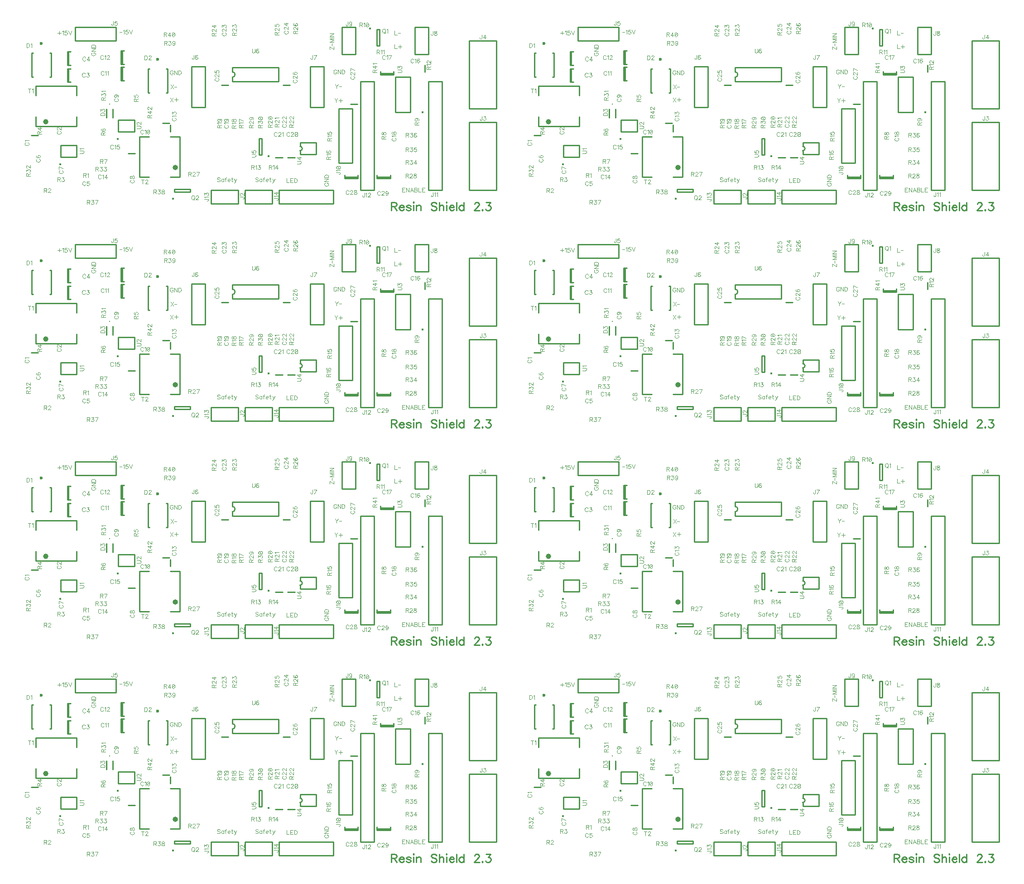
<source format=gbr>
G04 DipTrace 2.4.0.2*
%INTopSilk.gbr*%
%MOIN*%
%ADD10C,0.0098*%
%ADD25C,0.0236*%
%ADD27C,0.0094*%
%ADD31C,0.0154*%
%ADD34O,0.0378X0.0393*%
%ADD36O,0.0393X0.0378*%
%ADD38C,0.0157*%
%ADD87C,0.0046*%
%ADD88C,0.0093*%
%FSLAX44Y44*%
G04*
G70*
G90*
G75*
G01*
%LNTopSilk*%
%LPD*%
X5185Y10479D2*
D10*
X5697D1*
X7949Y14387D2*
Y15371D1*
X7874Y14387D2*
Y15371D1*
Y14387D2*
X8110D1*
X7874Y15371D2*
X8110D1*
X7949Y15636D2*
Y16621D1*
X7874Y15636D2*
Y16621D1*
Y15636D2*
X8110D1*
X7874Y16621D2*
X8110D1*
X12333Y9127D2*
X12844D1*
X15429Y11243D2*
Y10732D1*
X11887Y14512D2*
Y15496D1*
X11812Y14512D2*
Y15496D1*
Y14512D2*
X12048D1*
X11812Y15496D2*
X12048D1*
X11887Y15699D2*
Y16684D1*
X11812Y15699D2*
Y16684D1*
Y15699D2*
X12048D1*
X11812Y16684D2*
X12048D1*
X15364Y11369D2*
X14853D1*
X34165Y15633D2*
Y15122D1*
X31870Y15021D2*
X30885D1*
X31870Y14946D2*
X30885D1*
X31870D2*
Y15182D1*
X30885Y14946D2*
Y15182D1*
X24586Y8822D2*
X24074D1*
X23688Y8838D2*
X23177D1*
X19703Y14153D2*
X19192D1*
X24248D2*
X23737D1*
X29196Y12777D2*
X28684D1*
X29245Y7386D2*
X28260D1*
X29245Y7311D2*
X28260D1*
X29245D2*
Y7547D1*
X28260Y7311D2*
Y7547D1*
X31620Y7386D2*
X30635D1*
X31620Y7311D2*
X30635D1*
X31620D2*
Y7547D1*
X30635Y7311D2*
Y7547D1*
X6650Y16524D2*
Y14752D1*
X5232Y16524D2*
Y14752D1*
X6650D2*
X6551D1*
X6650Y16524D2*
X6551D1*
X5331Y14752D2*
X5232D1*
X5331Y16524D2*
X5232D1*
D25*
X5941Y17242D3*
X15224Y15358D2*
D10*
Y13586D1*
X13806Y15358D2*
Y13586D1*
X15224D2*
X15125D1*
X15224Y15358D2*
X15125D1*
X13905Y13586D2*
X13806D1*
X13905Y15358D2*
X13806D1*
D25*
X14515Y16076D3*
X11212Y12393D2*
D10*
Y11763D1*
X10739Y12393D2*
Y11763D1*
D27*
X10976Y12763D3*
X20940Y6440D2*
D10*
X22940D1*
Y5440D1*
X20940D1*
Y6440D1*
X37440D2*
X39440D1*
Y11440D1*
X37440D1*
Y6440D1*
Y12440D2*
X39440D1*
Y17440D1*
X37440D1*
Y12440D1*
X8440Y18440D2*
X11440D1*
Y17440D1*
X8440D1*
Y18440D1*
X16989Y12540D2*
X17989D1*
Y15540D1*
X16989D1*
Y12540D1*
X25724Y12536D2*
X26724D1*
Y15536D1*
X25724D1*
Y12536D1*
X33440Y16440D2*
X34440D1*
Y18440D1*
X33440D1*
Y16440D1*
X28065D2*
X29065D1*
Y18440D1*
X28065D1*
Y16440D1*
X27818Y8441D2*
X28818D1*
Y12441D1*
X27818D1*
Y8441D1*
X34440Y6441D2*
X35440D1*
Y14440D1*
X34440D1*
Y6441D1*
X29440D2*
X30440D1*
Y14440D1*
X29440D1*
Y6441D1*
X18440Y6440D2*
X20440D1*
Y5440D1*
X18440D1*
Y6440D1*
X23440D2*
X27440D1*
Y5440D1*
X23440D1*
Y6440D1*
D31*
X30132Y18343D3*
X30633Y18251D2*
D10*
Y17070D1*
X30830D1*
Y18251D1*
X30633D1*
D31*
X15632Y5793D3*
X15724Y6294D2*
D10*
X16905D1*
Y6491D1*
X15724D1*
Y6294D1*
D34*
X6259Y11456D3*
X8539Y13405D2*
D10*
Y14113D1*
X5546D1*
Y13405D1*
Y11121D2*
X8539D1*
Y11830D1*
X5546Y11121D2*
Y11830D1*
D36*
X15810Y8098D3*
X13861Y10377D2*
D10*
X13153D1*
Y7385D1*
X13861D1*
X16145D2*
Y10377D1*
X15436D1*
X16145Y7385D2*
X15436D1*
X7359Y8874D2*
X8540D1*
X7359Y9740D2*
X8540D1*
Y8874D2*
Y9740D1*
D38*
X7320Y8322D3*
X7359Y8874D2*
D10*
Y9740D1*
X11610Y10749D2*
X12791D1*
X11610Y11615D2*
X12791D1*
Y10749D2*
Y11615D1*
D38*
X11570Y10198D3*
X11610Y10749D2*
D10*
Y11615D1*
D31*
X33992Y12182D3*
X33100Y12171D2*
D10*
Y14770D1*
X31997Y12171D2*
Y14770D1*
X33100D2*
X31997D1*
X33100Y12171D2*
X31997D1*
X24986Y9061D2*
X26167D1*
X24986Y9927D2*
X26167D1*
Y9061D2*
Y9927D1*
X24986Y9061D2*
Y9337D1*
Y9652D2*
Y9927D1*
Y9337D2*
G03X24986Y9652I0J158D01*
G01*
D31*
X22652Y8945D3*
X22151Y9037D2*
D10*
Y10218D1*
X21954D1*
Y9037D1*
X22151D1*
X19999Y14430D2*
X23385D1*
X19999Y15454D2*
X23385D1*
Y14430D2*
Y15454D1*
X19999Y14430D2*
Y14745D1*
Y15139D2*
Y15454D1*
Y14745D2*
G03X19999Y15139I0J197D01*
G01*
X4789Y9936D2*
D87*
X4761Y9922D1*
X4732Y9893D1*
X4718Y9865D1*
Y9807D1*
X4732Y9778D1*
X4761Y9750D1*
X4789Y9735D1*
X4832Y9721D1*
X4904D1*
X4947Y9735D1*
X4976Y9750D1*
X5004Y9778D1*
X5019Y9807D1*
Y9865D1*
X5004Y9893D1*
X4976Y9922D1*
X4947Y9936D1*
X4775Y10029D2*
X4761Y10058D1*
X4718Y10101D1*
X5019D1*
X7157Y10773D2*
X7128Y10758D1*
X7099Y10730D1*
X7085Y10701D1*
Y10644D1*
X7099Y10615D1*
X7128Y10586D1*
X7157Y10572D1*
X7200Y10557D1*
X7272D1*
X7314Y10572D1*
X7343Y10586D1*
X7372Y10615D1*
X7386Y10644D1*
Y10701D1*
X7372Y10730D1*
X7343Y10758D1*
X7314Y10773D1*
X7157Y10880D2*
X7143D1*
X7114Y10894D1*
X7100Y10908D1*
X7085Y10937D1*
Y10995D1*
X7100Y11023D1*
X7114Y11037D1*
X7143Y11052D1*
X7171D1*
X7200Y11037D1*
X7243Y11009D1*
X7386Y10865D1*
Y11066D1*
X9164Y14992D2*
X9150Y15021D1*
X9121Y15049D1*
X9092Y15064D1*
X9035D1*
X9006Y15049D1*
X8977Y15021D1*
X8963Y14992D1*
X8949Y14949D1*
Y14877D1*
X8963Y14834D1*
X8977Y14805D1*
X9006Y14777D1*
X9035Y14762D1*
X9092D1*
X9121Y14777D1*
X9150Y14805D1*
X9164Y14834D1*
X9285Y15063D2*
X9443D1*
X9357Y14949D1*
X9400D1*
X9429Y14934D1*
X9443Y14920D1*
X9457Y14877D1*
Y14848D1*
X9443Y14805D1*
X9414Y14776D1*
X9371Y14762D1*
X9328D1*
X9285Y14776D1*
X9271Y14791D1*
X9256Y14820D1*
X9196Y16179D2*
X9182Y16208D1*
X9153Y16237D1*
X9124Y16251D1*
X9067D1*
X9038Y16237D1*
X9010Y16208D1*
X8995Y16179D1*
X8981Y16136D1*
Y16064D1*
X8995Y16021D1*
X9010Y15993D1*
X9038Y15964D1*
X9067Y15949D1*
X9124D1*
X9153Y15964D1*
X9182Y15993D1*
X9196Y16021D1*
X9432Y15949D2*
Y16251D1*
X9289Y16050D1*
X9504D1*
X9192Y7005D2*
X9178Y7034D1*
X9149Y7063D1*
X9121Y7077D1*
X9063D1*
X9034Y7063D1*
X9006Y7034D1*
X8991Y7005D1*
X8977Y6962D1*
Y6890D1*
X8991Y6847D1*
X9006Y6818D1*
X9034Y6790D1*
X9063Y6775D1*
X9121D1*
X9149Y6790D1*
X9178Y6818D1*
X9192Y6847D1*
X9457Y7076D2*
X9314D1*
X9300Y6947D1*
X9314Y6962D1*
X9357Y6976D1*
X9400D1*
X9443Y6962D1*
X9472Y6933D1*
X9486Y6890D1*
Y6862D1*
X9472Y6818D1*
X9443Y6790D1*
X9400Y6775D1*
X9357D1*
X9314Y6790D1*
X9300Y6804D1*
X9285Y6833D1*
X5626Y8725D2*
X5598Y8711D1*
X5569Y8682D1*
X5555Y8654D1*
Y8596D1*
X5569Y8567D1*
X5598Y8539D1*
X5626Y8524D1*
X5670Y8510D1*
X5742D1*
X5784Y8524D1*
X5813Y8539D1*
X5842Y8567D1*
X5856Y8596D1*
Y8653D1*
X5842Y8682D1*
X5813Y8711D1*
X5784Y8725D1*
X5598Y8990D2*
X5569Y8976D1*
X5555Y8933D1*
Y8904D1*
X5569Y8861D1*
X5613Y8832D1*
X5684Y8818D1*
X5756D1*
X5813Y8832D1*
X5842Y8861D1*
X5856Y8904D1*
Y8918D1*
X5842Y8961D1*
X5813Y8990D1*
X5770Y9004D1*
X5756D1*
X5713Y8990D1*
X5684Y8961D1*
X5670Y8918D1*
Y8904D1*
X5684Y8861D1*
X5713Y8832D1*
X5756Y8818D1*
X7311Y7881D2*
X7282Y7866D1*
X7253Y7838D1*
X7239Y7809D1*
Y7752D1*
X7253Y7723D1*
X7282Y7694D1*
X7311Y7680D1*
X7354Y7665D1*
X7426D1*
X7468Y7680D1*
X7497Y7694D1*
X7526Y7723D1*
X7540Y7752D1*
Y7809D1*
X7526Y7838D1*
X7497Y7866D1*
X7468Y7881D1*
X7540Y8031D2*
X7239Y8174D1*
Y7973D1*
X12551Y7192D2*
X12522Y7178D1*
X12493Y7149D1*
X12479Y7120D1*
Y7063D1*
X12493Y7034D1*
X12522Y7006D1*
X12551Y6991D1*
X12594Y6977D1*
X12666D1*
X12709Y6991D1*
X12737Y7006D1*
X12766Y7034D1*
X12781Y7063D1*
Y7120D1*
X12766Y7149D1*
X12737Y7178D1*
X12709Y7192D1*
X12479Y7356D2*
X12494Y7314D1*
X12522Y7299D1*
X12551D1*
X12580Y7314D1*
X12594Y7342D1*
X12608Y7399D1*
X12623Y7443D1*
X12652Y7471D1*
X12680Y7485D1*
X12723D1*
X12752Y7471D1*
X12766Y7457D1*
X12781Y7414D1*
Y7356D1*
X12766Y7314D1*
X12752Y7299D1*
X12723Y7285D1*
X12680D1*
X12652Y7299D1*
X12623Y7328D1*
X12608Y7371D1*
X12594Y7428D1*
X12580Y7457D1*
X12551Y7471D1*
X12522D1*
X12494Y7457D1*
X12479Y7414D1*
Y7356D1*
X11376Y13180D2*
X11347Y13166D1*
X11318Y13137D1*
X11304Y13109D1*
Y13051D1*
X11318Y13022D1*
X11347Y12994D1*
X11376Y12979D1*
X11419Y12965D1*
X11491D1*
X11533Y12979D1*
X11562Y12994D1*
X11591Y13022D1*
X11605Y13051D1*
Y13109D1*
X11591Y13137D1*
X11562Y13166D1*
X11533Y13180D1*
X11404Y13460D2*
X11448Y13445D1*
X11476Y13416D1*
X11491Y13373D1*
Y13359D1*
X11476Y13316D1*
X11448Y13287D1*
X11404Y13273D1*
X11390D1*
X11347Y13287D1*
X11319Y13316D1*
X11304Y13359D1*
Y13373D1*
X11319Y13416D1*
X11347Y13445D1*
X11404Y13460D1*
X11476D1*
X11548Y13445D1*
X11591Y13416D1*
X11605Y13373D1*
Y13345D1*
X11591Y13302D1*
X11562Y13287D1*
X13457Y10812D2*
X13442Y10840D1*
X13413Y10869D1*
X13385Y10883D1*
X13328D1*
X13299Y10869D1*
X13270Y10840D1*
X13256Y10812D1*
X13241Y10769D1*
Y10697D1*
X13256Y10654D1*
X13270Y10625D1*
X13299Y10597D1*
X13328Y10582D1*
X13385D1*
X13413Y10597D1*
X13442Y10625D1*
X13457Y10654D1*
X13549Y10826D2*
X13578Y10840D1*
X13621Y10883D1*
Y10582D1*
X13800Y10883D2*
X13757Y10869D1*
X13728Y10826D1*
X13714Y10754D1*
Y10711D1*
X13728Y10639D1*
X13757Y10596D1*
X13800Y10582D1*
X13829D1*
X13872Y10596D1*
X13900Y10639D1*
X13915Y10711D1*
Y10754D1*
X13900Y10826D1*
X13872Y10869D1*
X13829Y10883D1*
X13800D1*
X13900Y10826D2*
X13728Y10639D1*
X10548Y15126D2*
X10534Y15154D1*
X10505Y15183D1*
X10477Y15197D1*
X10419D1*
X10390Y15183D1*
X10362Y15154D1*
X10347Y15126D1*
X10333Y15083D1*
Y15011D1*
X10347Y14968D1*
X10362Y14939D1*
X10390Y14911D1*
X10419Y14896D1*
X10477D1*
X10505Y14911D1*
X10534Y14939D1*
X10548Y14968D1*
X10641Y15140D2*
X10670Y15154D1*
X10713Y15197D1*
Y14896D1*
X10805Y15140D2*
X10834Y15154D1*
X10877Y15197D1*
Y14896D1*
X10499Y16286D2*
X10485Y16315D1*
X10456Y16344D1*
X10428Y16358D1*
X10370D1*
X10342Y16344D1*
X10313Y16315D1*
X10298Y16286D1*
X10284Y16243D1*
Y16171D1*
X10298Y16129D1*
X10313Y16100D1*
X10342Y16071D1*
X10370Y16057D1*
X10428D1*
X10456Y16071D1*
X10485Y16100D1*
X10499Y16129D1*
X10592Y16300D2*
X10621Y16315D1*
X10664Y16358D1*
Y16057D1*
X10771Y16286D2*
Y16300D1*
X10786Y16329D1*
X10800Y16343D1*
X10829Y16358D1*
X10886D1*
X10915Y16343D1*
X10929Y16329D1*
X10943Y16300D1*
Y16272D1*
X10929Y16243D1*
X10900Y16200D1*
X10757Y16057D1*
X10958D1*
X15622Y11752D2*
X15594Y11737D1*
X15565Y11709D1*
X15551Y11680D1*
Y11623D1*
X15565Y11594D1*
X15594Y11565D1*
X15622Y11551D1*
X15666Y11536D1*
X15738D1*
X15780Y11551D1*
X15809Y11565D1*
X15838Y11594D1*
X15852Y11623D1*
Y11680D1*
X15838Y11709D1*
X15809Y11737D1*
X15780Y11752D1*
X15609Y11844D2*
X15594Y11873D1*
X15551Y11916D1*
X15852D1*
X15551Y12038D2*
Y12195D1*
X15666Y12109D1*
Y12152D1*
X15680Y12181D1*
X15694Y12195D1*
X15738Y12210D1*
X15766D1*
X15809Y12195D1*
X15838Y12167D1*
X15852Y12124D1*
Y12080D1*
X15838Y12038D1*
X15823Y12023D1*
X15795Y12009D1*
X10334Y7505D2*
X10319Y7533D1*
X10290Y7562D1*
X10262Y7576D1*
X10205D1*
X10176Y7562D1*
X10147Y7533D1*
X10133Y7505D1*
X10118Y7462D1*
Y7390D1*
X10133Y7347D1*
X10147Y7318D1*
X10176Y7289D1*
X10205Y7275D1*
X10262D1*
X10290Y7289D1*
X10319Y7318D1*
X10334Y7347D1*
X10426Y7519D2*
X10455Y7533D1*
X10498Y7576D1*
Y7275D1*
X10734D2*
Y7576D1*
X10591Y7375D1*
X10806D1*
X11235Y9693D2*
X11221Y9721D1*
X11192Y9750D1*
X11164Y9764D1*
X11106D1*
X11078Y9750D1*
X11049Y9721D1*
X11034Y9693D1*
X11020Y9650D1*
Y9578D1*
X11034Y9535D1*
X11049Y9506D1*
X11078Y9478D1*
X11106Y9463D1*
X11164D1*
X11192Y9478D1*
X11221Y9506D1*
X11235Y9535D1*
X11328Y9707D2*
X11357Y9721D1*
X11400Y9764D1*
Y9463D1*
X11665Y9764D2*
X11521D1*
X11507Y9635D1*
X11521Y9649D1*
X11565Y9664D1*
X11607D1*
X11650Y9649D1*
X11679Y9621D1*
X11694Y9578D1*
Y9549D1*
X11679Y9506D1*
X11650Y9477D1*
X11607Y9463D1*
X11565D1*
X11521Y9477D1*
X11507Y9492D1*
X11493Y9520D1*
X33342Y16041D2*
X33328Y16069D1*
X33299Y16098D1*
X33271Y16112D1*
X33213D1*
X33184Y16098D1*
X33156Y16069D1*
X33141Y16041D1*
X33127Y15998D1*
Y15926D1*
X33141Y15883D1*
X33156Y15854D1*
X33184Y15825D1*
X33213Y15811D1*
X33271D1*
X33299Y15825D1*
X33328Y15854D1*
X33342Y15883D1*
X33435Y16055D2*
X33464Y16069D1*
X33507Y16112D1*
Y15811D1*
X33772Y16069D2*
X33757Y16098D1*
X33714Y16112D1*
X33686D1*
X33643Y16098D1*
X33614Y16055D1*
X33600Y15983D1*
Y15911D1*
X33614Y15854D1*
X33643Y15825D1*
X33686Y15811D1*
X33700D1*
X33743Y15825D1*
X33772Y15854D1*
X33786Y15897D1*
Y15911D1*
X33772Y15954D1*
X33743Y15983D1*
X33700Y15997D1*
X33686D1*
X33643Y15983D1*
X33614Y15954D1*
X33600Y15911D1*
X31256Y16298D2*
X31242Y16326D1*
X31213Y16355D1*
X31185Y16370D1*
X31127D1*
X31098Y16355D1*
X31070Y16326D1*
X31055Y16298D1*
X31041Y16255D1*
Y16183D1*
X31055Y16140D1*
X31070Y16111D1*
X31098Y16083D1*
X31127Y16068D1*
X31185D1*
X31213Y16083D1*
X31242Y16111D1*
X31256Y16140D1*
X31349Y16312D2*
X31378Y16326D1*
X31421Y16369D1*
Y16068D1*
X31571D2*
X31714Y16369D1*
X31514D1*
X31813Y10278D2*
X31785Y10264D1*
X31756Y10235D1*
X31741Y10207D1*
Y10149D1*
X31756Y10121D1*
X31785Y10092D1*
X31813Y10077D1*
X31856Y10063D1*
X31928D1*
X31971Y10077D1*
X32000Y10092D1*
X32028Y10121D1*
X32043Y10149D1*
Y10207D1*
X32028Y10235D1*
X32000Y10264D1*
X31971Y10278D1*
X31799Y10371D2*
X31785Y10400D1*
X31742Y10443D1*
X32043D1*
X31742Y10607D2*
X31756Y10564D1*
X31785Y10550D1*
X31813D1*
X31842Y10564D1*
X31857Y10593D1*
X31871Y10650D1*
X31885Y10693D1*
X31914Y10722D1*
X31942Y10736D1*
X31986D1*
X32014Y10722D1*
X32029Y10708D1*
X32043Y10665D1*
Y10607D1*
X32029Y10564D1*
X32014Y10550D1*
X31986Y10536D1*
X31942D1*
X31914Y10550D1*
X31885Y10579D1*
X31871Y10621D1*
X31857Y10679D1*
X31842Y10708D1*
X31813Y10722D1*
X31785D1*
X31756Y10708D1*
X31742Y10665D1*
Y10607D1*
X19474Y11224D2*
X19445Y11210D1*
X19416Y11181D1*
X19402Y11152D1*
Y11095D1*
X19416Y11066D1*
X19445Y11037D1*
X19474Y11023D1*
X19517Y11009D1*
X19589D1*
X19632Y11023D1*
X19661Y11037D1*
X19689Y11066D1*
X19704Y11095D1*
Y11152D1*
X19689Y11181D1*
X19661Y11210D1*
X19632Y11224D1*
X19460Y11316D2*
X19445Y11345D1*
X19403Y11388D1*
X19704D1*
X19503Y11668D2*
X19546Y11653D1*
X19575Y11625D1*
X19589Y11582D1*
Y11567D1*
X19575Y11524D1*
X19546Y11496D1*
X19503Y11481D1*
X19488D1*
X19445Y11496D1*
X19417Y11524D1*
X19403Y11567D1*
Y11582D1*
X19417Y11625D1*
X19445Y11653D1*
X19503Y11668D1*
X19575D1*
X19646Y11653D1*
X19689Y11625D1*
X19704Y11582D1*
Y11553D1*
X19689Y11510D1*
X19661Y11496D1*
X24212Y10629D2*
X24198Y10658D1*
X24169Y10687D1*
X24141Y10701D1*
X24083D1*
X24055Y10687D1*
X24026Y10658D1*
X24011Y10629D1*
X23997Y10586D1*
Y10514D1*
X24011Y10471D1*
X24026Y10442D1*
X24055Y10414D1*
X24083Y10399D1*
X24141D1*
X24169Y10414D1*
X24198Y10442D1*
X24212Y10471D1*
X24320Y10629D2*
Y10643D1*
X24334Y10672D1*
X24348Y10686D1*
X24377Y10700D1*
X24434D1*
X24463Y10686D1*
X24477Y10672D1*
X24492Y10643D1*
Y10615D1*
X24477Y10586D1*
X24449Y10543D1*
X24305Y10399D1*
X24506D1*
X24685Y10700D2*
X24642Y10686D1*
X24613Y10643D1*
X24599Y10571D1*
Y10528D1*
X24613Y10457D1*
X24642Y10414D1*
X24685Y10399D1*
X24713D1*
X24756Y10414D1*
X24785Y10457D1*
X24800Y10528D1*
Y10571D1*
X24785Y10643D1*
X24756Y10686D1*
X24713Y10700D1*
X24685D1*
X24785Y10643D2*
X24613Y10457D1*
X23289Y10630D2*
X23275Y10658D1*
X23246Y10687D1*
X23218Y10701D1*
X23160D1*
X23131Y10687D1*
X23103Y10658D1*
X23088Y10630D1*
X23074Y10587D1*
Y10515D1*
X23088Y10472D1*
X23103Y10443D1*
X23131Y10414D1*
X23160Y10400D1*
X23218D1*
X23246Y10414D1*
X23275Y10443D1*
X23289Y10472D1*
X23396Y10629D2*
Y10644D1*
X23411Y10672D1*
X23425Y10687D1*
X23454Y10701D1*
X23511D1*
X23540Y10687D1*
X23554Y10672D1*
X23569Y10644D1*
Y10615D1*
X23554Y10586D1*
X23525Y10543D1*
X23382Y10400D1*
X23583D1*
X23675Y10644D2*
X23704Y10658D1*
X23747Y10701D1*
Y10400D1*
X23745Y11277D2*
X23716Y11263D1*
X23687Y11234D1*
X23673Y11206D1*
Y11148D1*
X23687Y11119D1*
X23716Y11091D1*
X23745Y11076D1*
X23788Y11062D1*
X23860D1*
X23902Y11076D1*
X23931Y11091D1*
X23960Y11119D1*
X23974Y11148D1*
Y11206D1*
X23960Y11234D1*
X23931Y11263D1*
X23902Y11277D1*
X23745Y11384D2*
X23731D1*
X23702Y11399D1*
X23687Y11413D1*
X23673Y11442D1*
Y11499D1*
X23687Y11528D1*
X23702Y11542D1*
X23731Y11557D1*
X23759D1*
X23788Y11542D1*
X23831Y11513D1*
X23974Y11370D1*
Y11571D1*
X23745Y11678D2*
X23731D1*
X23702Y11692D1*
X23687Y11707D1*
X23673Y11735D1*
Y11793D1*
X23687Y11821D1*
X23702Y11836D1*
X23731Y11850D1*
X23759D1*
X23788Y11836D1*
X23831Y11807D1*
X23974Y11663D1*
Y11864D1*
X19315Y18028D2*
X19287Y18014D1*
X19258Y17985D1*
X19244Y17956D1*
Y17899D1*
X19258Y17870D1*
X19287Y17841D1*
X19315Y17827D1*
X19358Y17813D1*
X19430D1*
X19473Y17827D1*
X19502Y17841D1*
X19531Y17870D1*
X19545Y17899D1*
Y17956D1*
X19531Y17985D1*
X19502Y18014D1*
X19473Y18028D1*
X19316Y18135D2*
X19301D1*
X19273Y18149D1*
X19258Y18164D1*
X19244Y18192D1*
Y18250D1*
X19258Y18278D1*
X19273Y18293D1*
X19301Y18307D1*
X19330D1*
X19359Y18293D1*
X19402Y18264D1*
X19545Y18120D1*
Y18321D1*
X19244Y18443D2*
Y18600D1*
X19359Y18514D1*
Y18558D1*
X19373Y18586D1*
X19387Y18600D1*
X19430Y18615D1*
X19459D1*
X19502Y18600D1*
X19531Y18572D1*
X19545Y18529D1*
Y18486D1*
X19531Y18443D1*
X19516Y18429D1*
X19488Y18414D1*
X23878Y18164D2*
X23850Y18150D1*
X23821Y18121D1*
X23807Y18092D1*
Y18035D1*
X23821Y18006D1*
X23850Y17978D1*
X23878Y17963D1*
X23921Y17949D1*
X23993D1*
X24036Y17963D1*
X24065Y17978D1*
X24093Y18006D1*
X24108Y18035D1*
Y18092D1*
X24093Y18121D1*
X24065Y18150D1*
X24036Y18164D1*
X23879Y18271D2*
X23864D1*
X23835Y18285D1*
X23821Y18300D1*
X23807Y18329D1*
Y18386D1*
X23821Y18414D1*
X23835Y18429D1*
X23864Y18443D1*
X23893D1*
X23922Y18429D1*
X23964Y18400D1*
X24108Y18257D1*
Y18458D1*
Y18694D2*
X23807D1*
X24008Y18550D1*
Y18765D1*
X18784Y14675D2*
X18756Y14661D1*
X18727Y14632D1*
X18713Y14604D1*
Y14546D1*
X18727Y14518D1*
X18756Y14489D1*
X18784Y14474D1*
X18827Y14460D1*
X18899D1*
X18942Y14474D1*
X18971Y14489D1*
X18999Y14518D1*
X19014Y14546D1*
Y14604D1*
X18999Y14632D1*
X18971Y14661D1*
X18942Y14675D1*
X18785Y14783D2*
X18770D1*
X18741Y14797D1*
X18727Y14811D1*
X18713Y14840D1*
Y14897D1*
X18727Y14926D1*
X18741Y14940D1*
X18770Y14955D1*
X18799D1*
X18828Y14940D1*
X18870Y14912D1*
X19014Y14768D1*
Y14969D1*
X18713Y15234D2*
Y15091D1*
X18842Y15076D1*
X18828Y15091D1*
X18813Y15134D1*
Y15176D1*
X18828Y15220D1*
X18856Y15248D1*
X18899Y15263D1*
X18928D1*
X18971Y15248D1*
X19000Y15220D1*
X19014Y15176D1*
Y15134D1*
X19000Y15091D1*
X18985Y15076D1*
X18957Y15062D1*
X24523Y14565D2*
X24494Y14550D1*
X24465Y14521D1*
X24451Y14493D1*
Y14436D1*
X24465Y14407D1*
X24494Y14378D1*
X24523Y14364D1*
X24566Y14349D1*
X24638D1*
X24680Y14364D1*
X24709Y14378D1*
X24738Y14407D1*
X24752Y14436D1*
Y14493D1*
X24738Y14521D1*
X24709Y14550D1*
X24680Y14565D1*
X24523Y14672D2*
X24509D1*
X24480Y14686D1*
X24465Y14700D1*
X24451Y14729D1*
Y14787D1*
X24465Y14815D1*
X24480Y14829D1*
X24509Y14844D1*
X24537D1*
X24566Y14829D1*
X24609Y14801D1*
X24752Y14657D1*
Y14858D1*
X24494Y15123D2*
X24465Y15109D1*
X24451Y15066D1*
Y15037D1*
X24465Y14994D1*
X24509Y14965D1*
X24580Y14951D1*
X24652D1*
X24709Y14965D1*
X24738Y14994D1*
X24752Y15037D1*
Y15051D1*
X24738Y15094D1*
X24709Y15123D1*
X24666Y15137D1*
X24652D1*
X24609Y15123D1*
X24580Y15094D1*
X24566Y15051D1*
Y15037D1*
X24580Y14994D1*
X24609Y14965D1*
X24652Y14951D1*
X28759Y14823D2*
X28731Y14808D1*
X28702Y14780D1*
X28687Y14751D1*
Y14694D1*
X28702Y14665D1*
X28731Y14636D1*
X28759Y14622D1*
X28802Y14607D1*
X28874D1*
X28917Y14622D1*
X28946Y14636D1*
X28974Y14665D1*
X28989Y14694D1*
Y14751D1*
X28974Y14780D1*
X28946Y14808D1*
X28917Y14823D1*
X28759Y14930D2*
X28745D1*
X28716Y14944D1*
X28702Y14958D1*
X28688Y14987D1*
Y15045D1*
X28702Y15073D1*
X28716Y15087D1*
X28745Y15102D1*
X28774D1*
X28803Y15087D1*
X28845Y15059D1*
X28989Y14915D1*
Y15116D1*
Y15266D2*
X28688Y15410D1*
Y15209D1*
X28567Y6350D2*
X28553Y6378D1*
X28524Y6407D1*
X28495Y6422D1*
X28438D1*
X28409Y6407D1*
X28380Y6378D1*
X28366Y6350D1*
X28352Y6307D1*
Y6235D1*
X28366Y6192D1*
X28380Y6163D1*
X28409Y6135D1*
X28438Y6120D1*
X28495D1*
X28524Y6135D1*
X28553Y6163D1*
X28567Y6192D1*
X28674Y6350D2*
Y6364D1*
X28688Y6393D1*
X28703Y6407D1*
X28731Y6421D1*
X28789D1*
X28817Y6407D1*
X28832Y6393D1*
X28846Y6364D1*
Y6335D1*
X28832Y6307D1*
X28803Y6264D1*
X28659Y6120D1*
X28860D1*
X29025Y6421D2*
X28982Y6407D1*
X28967Y6378D1*
Y6350D1*
X28982Y6321D1*
X29010Y6307D1*
X29068Y6292D1*
X29111Y6278D1*
X29139Y6249D1*
X29154Y6221D1*
Y6178D1*
X29139Y6149D1*
X29125Y6134D1*
X29082Y6120D1*
X29025D1*
X28982Y6134D1*
X28967Y6149D1*
X28953Y6178D1*
Y6221D1*
X28967Y6249D1*
X28996Y6278D1*
X29039Y6292D1*
X29096Y6307D1*
X29125Y6321D1*
X29139Y6350D1*
Y6378D1*
X29125Y6407D1*
X29082Y6421D1*
X29025D1*
X30886Y6287D2*
X30872Y6316D1*
X30843Y6345D1*
X30815Y6359D1*
X30757D1*
X30728Y6345D1*
X30700Y6316D1*
X30685Y6287D1*
X30671Y6244D1*
Y6172D1*
X30685Y6130D1*
X30700Y6101D1*
X30728Y6072D1*
X30757Y6058D1*
X30815D1*
X30843Y6072D1*
X30872Y6101D1*
X30886Y6130D1*
X30994Y6287D2*
Y6301D1*
X31008Y6330D1*
X31022Y6344D1*
X31051Y6359D1*
X31108D1*
X31137Y6344D1*
X31151Y6330D1*
X31166Y6301D1*
Y6273D1*
X31151Y6244D1*
X31123Y6201D1*
X30979Y6058D1*
X31180D1*
X31459Y6259D2*
X31445Y6215D1*
X31416Y6187D1*
X31373Y6172D1*
X31359D1*
X31316Y6187D1*
X31287Y6215D1*
X31273Y6259D1*
Y6273D1*
X31287Y6316D1*
X31316Y6344D1*
X31359Y6359D1*
X31373D1*
X31416Y6344D1*
X31445Y6316D1*
X31459Y6259D1*
Y6187D1*
X31445Y6115D1*
X31416Y6072D1*
X31373Y6058D1*
X31344D1*
X31301Y6072D1*
X31287Y6101D1*
X4873Y17248D2*
Y16946D1*
X4973D1*
X5016Y16961D1*
X5045Y16990D1*
X5059Y17018D1*
X5074Y17061D1*
Y17133D1*
X5059Y17176D1*
X5045Y17205D1*
X5016Y17234D1*
X4973Y17248D1*
X4873D1*
X5166Y17190D2*
X5195Y17205D1*
X5238Y17248D1*
Y16946D1*
X13543Y16350D2*
Y16049D1*
X13644D1*
X13687Y16063D1*
X13716Y16092D1*
X13730Y16120D1*
X13744Y16163D1*
Y16235D1*
X13730Y16278D1*
X13716Y16307D1*
X13687Y16336D1*
X13644Y16350D1*
X13543D1*
X13851Y16278D2*
Y16292D1*
X13866Y16321D1*
X13880Y16335D1*
X13909Y16350D1*
X13966D1*
X13995Y16335D1*
X14009Y16321D1*
X14024Y16292D1*
Y16264D1*
X14009Y16235D1*
X13980Y16192D1*
X13837Y16049D1*
X14038D1*
X10300Y11921D2*
X10601D1*
Y12022D1*
X10587Y12065D1*
X10558Y12094D1*
X10530Y12108D1*
X10487Y12122D1*
X10415D1*
X10372Y12108D1*
X10343Y12094D1*
X10314Y12065D1*
X10300Y12022D1*
Y11921D1*
Y12244D2*
Y12401D1*
X10415Y12315D1*
Y12358D1*
X10429Y12387D1*
X10444Y12401D1*
X10487Y12416D1*
X10515D1*
X10558Y12401D1*
X10587Y12373D1*
X10601Y12330D1*
Y12286D1*
X10587Y12244D1*
X10573Y12229D1*
X10544Y12215D1*
X20563Y5928D2*
X20793D1*
X20836Y5913D1*
X20850Y5899D1*
X20865Y5870D1*
Y5841D1*
X20850Y5813D1*
X20836Y5799D1*
X20793Y5784D1*
X20764D1*
X20635Y6035D2*
X20621D1*
X20592Y6049D1*
X20578Y6063D1*
X20564Y6092D1*
Y6150D1*
X20578Y6178D1*
X20592Y6192D1*
X20621Y6207D1*
X20650D1*
X20678Y6192D1*
X20721Y6164D1*
X20865Y6020D1*
Y6221D1*
X38365Y11879D2*
Y11650D1*
X38351Y11607D1*
X38336Y11593D1*
X38308Y11578D1*
X38279D1*
X38250Y11593D1*
X38236Y11607D1*
X38222Y11650D1*
Y11679D1*
X38487Y11879D2*
X38644D1*
X38558Y11764D1*
X38601D1*
X38630Y11750D1*
X38644Y11736D1*
X38659Y11693D1*
Y11664D1*
X38644Y11621D1*
X38616Y11592D1*
X38573Y11578D1*
X38529D1*
X38487Y11592D1*
X38472Y11607D1*
X38458Y11635D1*
X38358Y17879D2*
Y17650D1*
X38344Y17607D1*
X38329Y17593D1*
X38301Y17578D1*
X38272D1*
X38243Y17593D1*
X38229Y17607D1*
X38214Y17650D1*
Y17679D1*
X38594Y17578D2*
Y17879D1*
X38451Y17679D1*
X38666D1*
X11240Y18879D2*
Y18650D1*
X11226Y18607D1*
X11211Y18593D1*
X11183Y18578D1*
X11154D1*
X11125Y18593D1*
X11111Y18607D1*
X11097Y18650D1*
Y18679D1*
X11505Y18879D2*
X11362D1*
X11347Y18750D1*
X11362Y18764D1*
X11405Y18779D1*
X11448D1*
X11491Y18764D1*
X11519Y18736D1*
X11534Y18693D1*
Y18664D1*
X11519Y18621D1*
X11491Y18592D1*
X11448Y18578D1*
X11405D1*
X11362Y18592D1*
X11347Y18607D1*
X11333Y18635D1*
X17171Y16373D2*
Y16144D1*
X17157Y16100D1*
X17142Y16086D1*
X17114Y16072D1*
X17085D1*
X17056Y16086D1*
X17042Y16100D1*
X17028Y16144D1*
Y16172D1*
X17436Y16330D2*
X17422Y16358D1*
X17379Y16373D1*
X17350D1*
X17307Y16358D1*
X17278Y16315D1*
X17264Y16244D1*
Y16172D1*
X17278Y16115D1*
X17307Y16086D1*
X17350Y16072D1*
X17364D1*
X17407Y16086D1*
X17436Y16115D1*
X17450Y16158D1*
Y16172D1*
X17436Y16215D1*
X17407Y16244D1*
X17364Y16258D1*
X17350D1*
X17307Y16244D1*
X17278Y16215D1*
X17264Y16172D1*
X25899Y16369D2*
Y16140D1*
X25885Y16097D1*
X25870Y16082D1*
X25842Y16068D1*
X25813D1*
X25784Y16082D1*
X25770Y16097D1*
X25755Y16140D1*
Y16168D1*
X26049Y16068D2*
X26192Y16369D1*
X25992D1*
X34760Y18147D2*
Y17917D1*
X34745Y17874D1*
X34731Y17860D1*
X34702Y17845D1*
X34673D1*
X34645Y17860D1*
X34631Y17874D1*
X34616Y17917D1*
Y17946D1*
X34924Y18146D2*
X34881Y18132D1*
X34866Y18104D1*
Y18075D1*
X34881Y18046D1*
X34910Y18032D1*
X34967Y18017D1*
X35010Y18003D1*
X35039Y17974D1*
X35053Y17946D1*
Y17903D1*
X35039Y17874D1*
X35024Y17859D1*
X34981Y17845D1*
X34924D1*
X34881Y17859D1*
X34866Y17874D1*
X34852Y17903D1*
Y17946D1*
X34866Y17974D1*
X34895Y18003D1*
X34938Y18017D1*
X34995Y18032D1*
X35024Y18046D1*
X35039Y18075D1*
Y18104D1*
X35024Y18132D1*
X34981Y18146D1*
X34924D1*
X28497Y18836D2*
Y18606D1*
X28483Y18563D1*
X28468Y18549D1*
X28440Y18534D1*
X28411D1*
X28383Y18549D1*
X28368Y18563D1*
X28354Y18606D1*
Y18635D1*
X28777Y18735D2*
X28762Y18692D1*
X28734Y18663D1*
X28690Y18649D1*
X28676D1*
X28633Y18663D1*
X28605Y18692D1*
X28590Y18735D1*
Y18749D1*
X28605Y18793D1*
X28633Y18821D1*
X28676Y18835D1*
X28690D1*
X28734Y18821D1*
X28762Y18793D1*
X28777Y18735D1*
Y18663D1*
X28762Y18592D1*
X28734Y18548D1*
X28690Y18534D1*
X28662D1*
X28619Y18548D1*
X28605Y18577D1*
X27636Y7741D2*
X27865D1*
X27908Y7727D1*
X27923Y7712D1*
X27937Y7684D1*
Y7655D1*
X27923Y7626D1*
X27908Y7612D1*
X27865Y7598D1*
X27837D1*
X27693Y7834D2*
X27679Y7863D1*
X27636Y7906D1*
X27937D1*
X27636Y8085D2*
X27650Y8042D1*
X27693Y8013D1*
X27765Y7998D1*
X27808D1*
X27880Y8013D1*
X27923Y8042D1*
X27937Y8085D1*
Y8113D1*
X27923Y8156D1*
X27880Y8185D1*
X27808Y8199D1*
X27765D1*
X27693Y8185D1*
X27650Y8156D1*
X27636Y8113D1*
Y8085D1*
X27693Y8185D2*
X27880Y8013D1*
X34760Y6256D2*
Y6026D1*
X34746Y5983D1*
X34731Y5969D1*
X34703Y5955D1*
X34674D1*
X34646Y5969D1*
X34631Y5983D1*
X34617Y6026D1*
Y6055D1*
X34853Y6198D2*
X34882Y6213D1*
X34925Y6256D1*
Y5955D1*
X35017Y6198D2*
X35046Y6213D1*
X35089Y6256D1*
Y5955D1*
X29717Y6235D2*
Y6006D1*
X29703Y5962D1*
X29688Y5948D1*
X29660Y5934D1*
X29631D1*
X29602Y5948D1*
X29588Y5962D1*
X29573Y6006D1*
Y6034D1*
X29810Y6177D2*
X29838Y6192D1*
X29882Y6235D1*
Y5934D1*
X29989Y6163D2*
Y6177D1*
X30003Y6206D1*
X30017Y6220D1*
X30046Y6235D1*
X30103D1*
X30132Y6220D1*
X30146Y6206D1*
X30161Y6177D1*
Y6149D1*
X30146Y6120D1*
X30118Y6077D1*
X29974Y5934D1*
X30175D1*
X17938Y5783D2*
X18168D1*
X18211Y5769D1*
X18225Y5754D1*
X18240Y5725D1*
Y5697D1*
X18225Y5668D1*
X18211Y5654D1*
X18168Y5639D1*
X18139D1*
X17996Y5875D2*
X17981Y5904D1*
X17939Y5947D1*
X18240D1*
X17939Y6069D2*
Y6226D1*
X18053Y6141D1*
Y6184D1*
X18068Y6212D1*
X18082Y6226D1*
X18125Y6241D1*
X18154D1*
X18197Y6226D1*
X18225Y6198D1*
X18240Y6155D1*
Y6112D1*
X18225Y6069D1*
X18211Y6055D1*
X18182Y6040D1*
X23063Y5838D2*
X23293D1*
X23336Y5824D1*
X23350Y5809D1*
X23365Y5781D1*
Y5752D1*
X23350Y5723D1*
X23336Y5709D1*
X23293Y5695D1*
X23264D1*
X23121Y5931D2*
X23106Y5960D1*
X23064Y6003D1*
X23365D1*
Y6239D2*
X23064D1*
X23264Y6095D1*
Y6311D1*
X31133Y18310D2*
X31104Y18296D1*
X31076Y18267D1*
X31061Y18238D1*
X31047Y18195D1*
Y18123D1*
X31061Y18080D1*
X31076Y18052D1*
X31104Y18023D1*
X31133Y18009D1*
X31190D1*
X31219Y18023D1*
X31248Y18052D1*
X31262Y18080D1*
X31277Y18123D1*
Y18195D1*
X31262Y18238D1*
X31248Y18267D1*
X31219Y18296D1*
X31190Y18310D1*
X31133D1*
X31176Y18066D2*
X31262Y17980D1*
X31369Y18252D2*
X31398Y18267D1*
X31441Y18309D1*
Y18008D1*
X17077Y6039D2*
X17049Y6025D1*
X17020Y5997D1*
X17006Y5968D1*
X16991Y5925D1*
Y5853D1*
X17006Y5810D1*
X17020Y5781D1*
X17049Y5753D1*
X17077Y5738D1*
X17135D1*
X17163Y5753D1*
X17192Y5781D1*
X17206Y5810D1*
X17221Y5853D1*
Y5925D1*
X17206Y5968D1*
X17192Y5997D1*
X17163Y6025D1*
X17135Y6039D1*
X17077D1*
X17120Y5796D2*
X17206Y5709D1*
X17328Y5967D2*
Y5982D1*
X17342Y6011D1*
X17357Y6025D1*
X17385Y6039D1*
X17443D1*
X17471Y6025D1*
X17486Y6011D1*
X17500Y5982D1*
Y5953D1*
X17486Y5924D1*
X17457Y5882D1*
X17313Y5738D1*
X17514D1*
X9045Y7539D2*
X9174D1*
X9217Y7553D1*
X9232Y7567D1*
X9246Y7596D1*
Y7625D1*
X9232Y7653D1*
X9217Y7668D1*
X9174Y7682D1*
X9045D1*
Y7381D1*
X9146Y7539D2*
X9246Y7381D1*
X9339Y7624D2*
X9368Y7639D1*
X9411Y7682D1*
Y7381D1*
X6145Y6417D2*
X6274D1*
X6318Y6431D1*
X6332Y6446D1*
X6346Y6474D1*
Y6503D1*
X6332Y6532D1*
X6318Y6546D1*
X6274Y6560D1*
X6145D1*
Y6259D1*
X6246Y6417D2*
X6346Y6259D1*
X6454Y6489D2*
Y6503D1*
X6468Y6532D1*
X6482Y6546D1*
X6511Y6560D1*
X6568D1*
X6597Y6546D1*
X6611Y6532D1*
X6626Y6503D1*
Y6474D1*
X6611Y6445D1*
X6583Y6403D1*
X6439Y6259D1*
X6640D1*
X7132Y7227D2*
X7261D1*
X7304Y7242D1*
X7319Y7256D1*
X7333Y7285D1*
Y7314D1*
X7319Y7342D1*
X7304Y7357D1*
X7261Y7371D1*
X7132D1*
Y7070D1*
X7233Y7227D2*
X7333Y7070D1*
X7455Y7371D2*
X7612D1*
X7526Y7256D1*
X7569D1*
X7598Y7242D1*
X7612Y7227D1*
X7627Y7184D1*
Y7156D1*
X7612Y7113D1*
X7584Y7084D1*
X7540Y7070D1*
X7497D1*
X7455Y7084D1*
X7440Y7098D1*
X7426Y7127D1*
X5801Y10555D2*
Y10684D1*
X5786Y10727D1*
X5772Y10742D1*
X5744Y10756D1*
X5715D1*
X5686Y10742D1*
X5672Y10727D1*
X5657Y10684D1*
Y10555D1*
X5959D1*
X5801Y10655D2*
X5959Y10756D1*
Y10992D2*
X5658D1*
X5858Y10849D1*
Y11064D1*
X12894Y12965D2*
Y13094D1*
X12879Y13137D1*
X12865Y13152D1*
X12836Y13166D1*
X12807D1*
X12779Y13152D1*
X12764Y13137D1*
X12750Y13094D1*
Y12965D1*
X13052D1*
X12894Y13066D2*
X13052Y13166D1*
X12750Y13431D2*
Y13287D1*
X12879Y13273D1*
X12865Y13287D1*
X12851Y13331D1*
Y13373D1*
X12865Y13416D1*
X12894Y13445D1*
X12937Y13460D1*
X12965D1*
X13008Y13445D1*
X13037Y13416D1*
X13052Y13373D1*
Y13331D1*
X13037Y13287D1*
X13023Y13273D1*
X12994Y13259D1*
X10487Y10484D2*
Y10613D1*
X10472Y10656D1*
X10458Y10670D1*
X10430Y10685D1*
X10401D1*
X10372Y10670D1*
X10358Y10656D1*
X10343Y10613D1*
Y10484D1*
X10645D1*
X10487Y10584D2*
X10645Y10685D1*
X10386Y10949D2*
X10358Y10935D1*
X10344Y10892D1*
Y10863D1*
X10358Y10820D1*
X10401Y10791D1*
X10473Y10777D1*
X10544D1*
X10602Y10791D1*
X10631Y10820D1*
X10645Y10863D1*
Y10878D1*
X10631Y10920D1*
X10602Y10949D1*
X10559Y10964D1*
X10544D1*
X10501Y10949D1*
X10473Y10920D1*
X10458Y10878D1*
Y10863D1*
X10473Y10820D1*
X10501Y10791D1*
X10544Y10777D1*
X10277Y8558D2*
X10406D1*
X10450Y8572D1*
X10464Y8587D1*
X10478Y8615D1*
Y8644D1*
X10464Y8672D1*
X10450Y8687D1*
X10406Y8701D1*
X10277D1*
Y8400D1*
X10378Y8558D2*
X10478Y8400D1*
X10628D2*
X10772Y8701D1*
X10571D1*
X31135Y10215D2*
Y10344D1*
X31120Y10387D1*
X31106Y10402D1*
X31078Y10416D1*
X31049D1*
X31020Y10402D1*
X31006Y10387D1*
X30991Y10344D1*
Y10215D1*
X31293D1*
X31135Y10316D2*
X31293Y10416D1*
X30992Y10580D2*
X31006Y10537D1*
X31035Y10523D1*
X31063D1*
X31092Y10537D1*
X31107Y10566D1*
X31121Y10623D1*
X31135Y10666D1*
X31164Y10695D1*
X31192Y10709D1*
X31236D1*
X31264Y10695D1*
X31279Y10681D1*
X31293Y10638D1*
Y10580D1*
X31279Y10537D1*
X31264Y10523D1*
X31236Y10509D1*
X31192D1*
X31164Y10523D1*
X31135Y10552D1*
X31121Y10595D1*
X31107Y10652D1*
X31092Y10681D1*
X31063Y10695D1*
X31035D1*
X31006Y10681D1*
X30992Y10638D1*
Y10580D1*
X33573Y11240D2*
Y11369D1*
X33558Y11412D1*
X33544Y11427D1*
X33515Y11441D1*
X33486D1*
X33458Y11427D1*
X33443Y11412D1*
X33429Y11369D1*
Y11240D1*
X33731D1*
X33573Y11341D2*
X33731Y11441D1*
X33530Y11721D2*
X33573Y11706D1*
X33602Y11678D1*
X33616Y11634D1*
Y11620D1*
X33602Y11577D1*
X33573Y11549D1*
X33530Y11534D1*
X33515D1*
X33472Y11549D1*
X33444Y11577D1*
X33429Y11620D1*
Y11634D1*
X33444Y11678D1*
X33472Y11706D1*
X33530Y11721D1*
X33602D1*
X33673Y11706D1*
X33716Y11678D1*
X33731Y11634D1*
Y11606D1*
X33716Y11563D1*
X33687Y11549D1*
X29366Y18610D2*
X29495D1*
X29539Y18625D1*
X29553Y18639D1*
X29567Y18668D1*
Y18697D1*
X29553Y18725D1*
X29539Y18740D1*
X29495Y18754D1*
X29366D1*
Y18453D1*
X29467Y18610D2*
X29567Y18453D1*
X29660Y18696D2*
X29689Y18711D1*
X29732Y18754D1*
Y18453D1*
X29911Y18754D2*
X29868Y18739D1*
X29839Y18696D1*
X29825Y18625D1*
Y18582D1*
X29839Y18510D1*
X29868Y18467D1*
X29911Y18453D1*
X29939D1*
X29983Y18467D1*
X30011Y18510D1*
X30026Y18582D1*
Y18625D1*
X30011Y18696D1*
X29983Y18739D1*
X29939Y18754D1*
X29911D1*
X30011Y18696D2*
X29839Y18510D1*
X30624Y16614D2*
X30753D1*
X30796Y16628D1*
X30811Y16643D1*
X30825Y16671D1*
Y16700D1*
X30811Y16729D1*
X30796Y16743D1*
X30753Y16757D1*
X30624D1*
Y16456D1*
X30724Y16614D2*
X30825Y16456D1*
X30917Y16700D2*
X30946Y16714D1*
X30989Y16757D1*
Y16456D1*
X31082Y16700D2*
X31111Y16714D1*
X31154Y16757D1*
Y16456D1*
X34448Y15320D2*
Y15449D1*
X34433Y15492D1*
X34419Y15507D1*
X34390Y15521D1*
X34361D1*
X34333Y15507D1*
X34318Y15492D1*
X34304Y15449D1*
Y15320D1*
X34605D1*
X34448Y15421D2*
X34605Y15521D1*
X34362Y15614D2*
X34347Y15643D1*
X34304Y15686D1*
X34605D1*
X34376Y15793D2*
X34362D1*
X34333Y15807D1*
X34319Y15822D1*
X34304Y15850D1*
Y15908D1*
X34319Y15936D1*
X34333Y15951D1*
X34362Y15965D1*
X34390D1*
X34419Y15951D1*
X34462Y15922D1*
X34605Y15778D1*
Y15979D1*
X21401Y8120D2*
X21530D1*
X21573Y8135D1*
X21588Y8149D1*
X21602Y8178D1*
Y8206D1*
X21588Y8235D1*
X21573Y8250D1*
X21530Y8264D1*
X21401D1*
Y7962D1*
X21501Y8120D2*
X21602Y7962D1*
X21694Y8206D2*
X21723Y8221D1*
X21766Y8263D1*
Y7962D1*
X21888Y8263D2*
X22045D1*
X21960Y8149D1*
X22003D1*
X22031Y8134D1*
X22045Y8120D1*
X22060Y8077D1*
Y8049D1*
X22045Y8005D1*
X22017Y7977D1*
X21974Y7962D1*
X21931D1*
X21888Y7977D1*
X21874Y7991D1*
X21859Y8020D1*
X22688Y8120D2*
X22817D1*
X22860Y8135D1*
X22875Y8149D1*
X22889Y8178D1*
Y8206D1*
X22875Y8235D1*
X22860Y8250D1*
X22817Y8264D1*
X22688D1*
Y7962D1*
X22788Y8120D2*
X22889Y7962D1*
X22982Y8206D2*
X23010Y8221D1*
X23054Y8263D1*
Y7962D1*
X23290D2*
Y8263D1*
X23146Y8063D1*
X23361D1*
X27138Y10071D2*
Y10200D1*
X27123Y10243D1*
X27109Y10258D1*
X27081Y10272D1*
X27052D1*
X27023Y10258D1*
X27009Y10243D1*
X26994Y10200D1*
Y10071D1*
X27296D1*
X27138Y10171D2*
X27296Y10272D1*
X27052Y10364D2*
X27038Y10393D1*
X26995Y10436D1*
X27296D1*
X26995Y10701D2*
Y10558D1*
X27124Y10544D1*
X27110Y10558D1*
X27095Y10601D1*
Y10644D1*
X27110Y10687D1*
X27138Y10716D1*
X27181Y10730D1*
X27210D1*
X27253Y10716D1*
X27282Y10687D1*
X27296Y10644D1*
Y10601D1*
X27282Y10558D1*
X27267Y10544D1*
X27239Y10529D1*
X27076Y8703D2*
Y8832D1*
X27061Y8875D1*
X27047Y8890D1*
X27018Y8904D1*
X26989D1*
X26961Y8890D1*
X26946Y8875D1*
X26932Y8832D1*
Y8703D1*
X27233D1*
X27076Y8804D2*
X27233Y8904D1*
X26990Y8997D2*
X26975Y9025D1*
X26932Y9069D1*
X27233D1*
X26975Y9333D2*
X26947Y9319D1*
X26932Y9276D1*
Y9247D1*
X26947Y9204D1*
X26990Y9175D1*
X27061Y9161D1*
X27133D1*
X27190Y9175D1*
X27219Y9204D1*
X27233Y9247D1*
Y9262D1*
X27219Y9304D1*
X27190Y9333D1*
X27147Y9348D1*
X27133D1*
X27090Y9333D1*
X27061Y9304D1*
X27047Y9262D1*
Y9247D1*
X27061Y9204D1*
X27090Y9175D1*
X27133Y9161D1*
X20631Y11024D2*
Y11153D1*
X20617Y11196D1*
X20603Y11211D1*
X20574Y11225D1*
X20545D1*
X20517Y11211D1*
X20502Y11196D1*
X20488Y11153D1*
Y11024D1*
X20789D1*
X20631Y11124D2*
X20789Y11225D1*
X20546Y11317D2*
X20531Y11346D1*
X20488Y11389D1*
X20789D1*
Y11539D2*
X20488Y11683D1*
Y11482D1*
X20108Y11009D2*
Y11138D1*
X20094Y11181D1*
X20079Y11196D1*
X20051Y11210D1*
X20022D1*
X19994Y11196D1*
X19979Y11181D1*
X19965Y11138D1*
Y11009D1*
X20266D1*
X20108Y11109D2*
X20266Y11210D1*
X20022Y11302D2*
X20008Y11331D1*
X19965Y11374D1*
X20266D1*
X19965Y11539D2*
X19979Y11496D1*
X20008Y11481D1*
X20037D1*
X20065Y11496D1*
X20080Y11524D1*
X20094Y11582D1*
X20108Y11625D1*
X20137Y11653D1*
X20166Y11668D1*
X20209D1*
X20237Y11653D1*
X20252Y11639D1*
X20266Y11596D1*
Y11539D1*
X20252Y11496D1*
X20237Y11481D1*
X20209Y11467D1*
X20166D1*
X20137Y11481D1*
X20108Y11510D1*
X20094Y11553D1*
X20080Y11610D1*
X20065Y11639D1*
X20037Y11653D1*
X20008D1*
X19979Y11639D1*
X19965Y11596D1*
Y11539D1*
X19046Y11022D2*
Y11151D1*
X19032Y11194D1*
X19017Y11209D1*
X18989Y11223D1*
X18960D1*
X18931Y11209D1*
X18917Y11194D1*
X18903Y11151D1*
Y11022D1*
X19204D1*
X19046Y11123D2*
X19204Y11223D1*
X18960Y11316D2*
X18946Y11345D1*
X18903Y11388D1*
X19204D1*
X19003Y11667D2*
X19046Y11652D1*
X19075Y11624D1*
X19089Y11581D1*
Y11566D1*
X19075Y11523D1*
X19046Y11495D1*
X19003Y11480D1*
X18989D1*
X18946Y11495D1*
X18917Y11523D1*
X18903Y11566D1*
Y11581D1*
X18917Y11624D1*
X18946Y11652D1*
X19003Y11667D1*
X19075D1*
X19147Y11652D1*
X19190Y11624D1*
X19204Y11581D1*
Y11552D1*
X19190Y11509D1*
X19161Y11495D1*
X22767Y11069D2*
Y11198D1*
X22752Y11241D1*
X22738Y11256D1*
X22709Y11270D1*
X22681D1*
X22652Y11256D1*
X22637Y11241D1*
X22623Y11198D1*
Y11069D1*
X22925D1*
X22767Y11170D2*
X22925Y11270D1*
X22695Y11377D2*
X22681D1*
X22652Y11392D1*
X22638Y11406D1*
X22624Y11435D1*
Y11492D1*
X22638Y11521D1*
X22652Y11535D1*
X22681Y11549D1*
X22709D1*
X22738Y11535D1*
X22781Y11506D1*
X22925Y11363D1*
Y11564D1*
X22624Y11743D2*
X22638Y11699D1*
X22681Y11671D1*
X22753Y11656D1*
X22796D1*
X22867Y11671D1*
X22910Y11699D1*
X22925Y11743D1*
Y11771D1*
X22910Y11814D1*
X22867Y11843D1*
X22796Y11857D1*
X22753D1*
X22681Y11843D1*
X22638Y11814D1*
X22624Y11771D1*
Y11743D1*
X22681Y11843D2*
X22867Y11671D1*
X23282Y11098D2*
Y11227D1*
X23267Y11270D1*
X23253Y11285D1*
X23225Y11299D1*
X23196D1*
X23167Y11285D1*
X23153Y11270D1*
X23138Y11227D1*
Y11098D1*
X23440D1*
X23282Y11199D2*
X23440Y11299D1*
X23210Y11406D2*
X23196D1*
X23167Y11421D1*
X23153Y11435D1*
X23139Y11464D1*
Y11521D1*
X23153Y11550D1*
X23167Y11564D1*
X23196Y11579D1*
X23225D1*
X23254Y11564D1*
X23296Y11535D1*
X23440Y11392D1*
Y11593D1*
X23196Y11685D2*
X23182Y11714D1*
X23139Y11757D1*
X23440D1*
X24355Y11080D2*
Y11209D1*
X24341Y11252D1*
X24327Y11266D1*
X24298Y11280D1*
X24269D1*
X24241Y11266D1*
X24226Y11252D1*
X24212Y11209D1*
Y11080D1*
X24513D1*
X24355Y11180D2*
X24513Y11280D1*
X24284Y11388D2*
X24269D1*
X24241Y11402D1*
X24226Y11416D1*
X24212Y11445D1*
Y11502D1*
X24226Y11531D1*
X24241Y11545D1*
X24269Y11560D1*
X24298D1*
X24327Y11545D1*
X24370Y11517D1*
X24513Y11373D1*
Y11574D1*
X24284Y11681D2*
X24269D1*
X24241Y11696D1*
X24226Y11710D1*
X24212Y11739D1*
Y11796D1*
X24226Y11825D1*
X24241Y11839D1*
X24269Y11853D1*
X24298D1*
X24327Y11839D1*
X24370Y11810D1*
X24513Y11667D1*
Y11868D1*
X20137Y17838D2*
Y17967D1*
X20123Y18010D1*
X20108Y18025D1*
X20080Y18039D1*
X20051D1*
X20023Y18025D1*
X20008Y18010D1*
X19994Y17967D1*
Y17838D1*
X20295D1*
X20137Y17938D2*
X20295Y18039D1*
X20066Y18146D2*
X20051D1*
X20023Y18160D1*
X20008Y18175D1*
X19994Y18204D1*
Y18261D1*
X20008Y18289D1*
X20023Y18304D1*
X20051Y18318D1*
X20080D1*
X20109Y18304D1*
X20152Y18275D1*
X20295Y18132D1*
Y18333D1*
X19994Y18454D2*
Y18612D1*
X20109Y18526D1*
Y18569D1*
X20123Y18597D1*
X20137Y18612D1*
X20180Y18626D1*
X20209D1*
X20252Y18612D1*
X20281Y18583D1*
X20295Y18540D1*
Y18497D1*
X20281Y18454D1*
X20266Y18440D1*
X20238Y18425D1*
X18637Y17813D2*
Y17942D1*
X18623Y17985D1*
X18608Y17999D1*
X18580Y18014D1*
X18551D1*
X18522Y17999D1*
X18508Y17985D1*
X18494Y17942D1*
Y17813D1*
X18795D1*
X18637Y17913D2*
X18795Y18014D1*
X18566Y18121D2*
X18551D1*
X18522Y18135D1*
X18508Y18149D1*
X18494Y18178D1*
Y18235D1*
X18508Y18264D1*
X18522Y18278D1*
X18551Y18293D1*
X18580D1*
X18609Y18278D1*
X18651Y18250D1*
X18795Y18106D1*
Y18307D1*
Y18543D2*
X18494D1*
X18695Y18400D1*
Y18615D1*
X23263Y17882D2*
Y18011D1*
X23248Y18054D1*
X23234Y18069D1*
X23205Y18083D1*
X23176D1*
X23148Y18069D1*
X23133Y18054D1*
X23119Y18011D1*
Y17882D1*
X23421D1*
X23263Y17983D2*
X23421Y18083D1*
X23191Y18190D2*
X23177D1*
X23148Y18205D1*
X23134Y18219D1*
X23119Y18248D1*
Y18305D1*
X23134Y18334D1*
X23148Y18348D1*
X23177Y18362D1*
X23205D1*
X23234Y18348D1*
X23277Y18319D1*
X23421Y18176D1*
Y18377D1*
X23119Y18641D2*
Y18498D1*
X23248Y18484D1*
X23234Y18498D1*
X23220Y18541D1*
Y18584D1*
X23234Y18627D1*
X23263Y18656D1*
X23306Y18670D1*
X23334D1*
X23377Y18656D1*
X23406Y18627D1*
X23421Y18584D1*
Y18541D1*
X23406Y18498D1*
X23392Y18484D1*
X23363Y18469D1*
X24638Y17952D2*
Y18081D1*
X24623Y18124D1*
X24609Y18139D1*
X24580Y18153D1*
X24552D1*
X24523Y18139D1*
X24508Y18124D1*
X24494Y18081D1*
Y17952D1*
X24796D1*
X24638Y18052D2*
X24796Y18153D1*
X24566Y18260D2*
X24552D1*
X24523Y18274D1*
X24509Y18289D1*
X24495Y18318D1*
Y18375D1*
X24509Y18403D1*
X24523Y18418D1*
X24552Y18432D1*
X24580D1*
X24609Y18418D1*
X24652Y18389D1*
X24796Y18246D1*
Y18447D1*
X24537Y18711D2*
X24509Y18697D1*
X24495Y18654D1*
Y18625D1*
X24509Y18582D1*
X24552Y18553D1*
X24624Y18539D1*
X24695D1*
X24753Y18553D1*
X24781Y18582D1*
X24796Y18625D1*
Y18640D1*
X24781Y18682D1*
X24753Y18711D1*
X24709Y18726D1*
X24695D1*
X24652Y18711D1*
X24624Y18682D1*
X24609Y18640D1*
Y18625D1*
X24624Y18582D1*
X24652Y18553D1*
X24695Y18539D1*
X16774Y7620D2*
X16903D1*
X16946Y7635D1*
X16961Y7649D1*
X16975Y7678D1*
Y7706D1*
X16961Y7735D1*
X16946Y7749D1*
X16903Y7764D1*
X16774D1*
Y7462D1*
X16874Y7620D2*
X16975Y7462D1*
X17082Y7692D2*
Y7706D1*
X17096Y7735D1*
X17111Y7749D1*
X17139Y7763D1*
X17197D1*
X17225Y7749D1*
X17240Y7735D1*
X17254Y7706D1*
Y7678D1*
X17240Y7649D1*
X17211Y7606D1*
X17068Y7462D1*
X17268D1*
X17419D2*
X17562Y7763D1*
X17361D1*
X32756Y7495D2*
X32885D1*
X32928Y7510D1*
X32943Y7524D1*
X32957Y7553D1*
Y7581D1*
X32943Y7610D1*
X32928Y7625D1*
X32885Y7639D1*
X32756D1*
Y7337D1*
X32856Y7495D2*
X32957Y7337D1*
X33064Y7567D2*
Y7581D1*
X33078Y7610D1*
X33093Y7624D1*
X33121Y7639D1*
X33179D1*
X33207Y7624D1*
X33222Y7610D1*
X33236Y7581D1*
Y7553D1*
X33222Y7524D1*
X33193Y7481D1*
X33049Y7337D1*
X33250D1*
X33415Y7639D2*
X33372Y7624D1*
X33357Y7596D1*
Y7567D1*
X33372Y7538D1*
X33400Y7524D1*
X33458Y7510D1*
X33501Y7495D1*
X33529Y7466D1*
X33544Y7438D1*
Y7395D1*
X33529Y7366D1*
X33515Y7352D1*
X33472Y7337D1*
X33415D1*
X33372Y7352D1*
X33357Y7366D1*
X33343Y7395D1*
Y7438D1*
X33357Y7466D1*
X33386Y7495D1*
X33429Y7510D1*
X33486Y7524D1*
X33515Y7538D1*
X33529Y7567D1*
Y7596D1*
X33515Y7624D1*
X33472Y7639D1*
X33415D1*
X21390Y11041D2*
Y11170D1*
X21375Y11213D1*
X21361Y11228D1*
X21333Y11242D1*
X21304D1*
X21275Y11228D1*
X21261Y11213D1*
X21246Y11170D1*
Y11041D1*
X21548D1*
X21390Y11142D2*
X21548Y11242D1*
X21318Y11349D2*
X21304D1*
X21275Y11364D1*
X21261Y11378D1*
X21247Y11407D1*
Y11464D1*
X21261Y11493D1*
X21275Y11507D1*
X21304Y11522D1*
X21333D1*
X21362Y11507D1*
X21404Y11478D1*
X21548Y11335D1*
Y11536D1*
X21347Y11815D2*
X21390Y11801D1*
X21419Y11772D1*
X21433Y11729D1*
Y11715D1*
X21419Y11672D1*
X21390Y11643D1*
X21347Y11628D1*
X21333D1*
X21290Y11643D1*
X21261Y11672D1*
X21247Y11715D1*
Y11729D1*
X21261Y11772D1*
X21290Y11801D1*
X21347Y11815D1*
X21419D1*
X21491Y11801D1*
X21534Y11772D1*
X21548Y11729D1*
Y11700D1*
X21534Y11657D1*
X21505Y11643D1*
X22049Y11046D2*
Y11175D1*
X22034Y11218D1*
X22020Y11233D1*
X21992Y11247D1*
X21963D1*
X21934Y11233D1*
X21920Y11218D1*
X21905Y11175D1*
Y11046D1*
X22207D1*
X22049Y11146D2*
X22207Y11247D1*
X21906Y11368D2*
Y11526D1*
X22020Y11440D1*
Y11483D1*
X22035Y11512D1*
X22049Y11526D1*
X22092Y11541D1*
X22121D1*
X22164Y11526D1*
X22193Y11497D1*
X22207Y11454D1*
Y11411D1*
X22193Y11368D1*
X22178Y11354D1*
X22149Y11340D1*
X21906Y11719D2*
X21920Y11676D1*
X21963Y11647D1*
X22035Y11633D1*
X22078D1*
X22149Y11647D1*
X22193Y11676D1*
X22207Y11719D1*
Y11748D1*
X22193Y11791D1*
X22149Y11820D1*
X22078Y11834D1*
X22035D1*
X21963Y11820D1*
X21920Y11791D1*
X21906Y11748D1*
Y11719D1*
X21963Y11820D2*
X22149Y11647D1*
X10510Y13070D2*
Y13199D1*
X10495Y13242D1*
X10481Y13257D1*
X10453Y13271D1*
X10424D1*
X10395Y13257D1*
X10381Y13242D1*
X10366Y13199D1*
Y13070D1*
X10668D1*
X10510Y13171D2*
X10668Y13271D1*
X10367Y13393D2*
Y13550D1*
X10482Y13464D1*
Y13507D1*
X10496Y13536D1*
X10510Y13550D1*
X10553Y13565D1*
X10582D1*
X10625Y13550D1*
X10654Y13522D1*
X10668Y13479D1*
Y13435D1*
X10654Y13393D1*
X10639Y13378D1*
X10611Y13364D1*
X10424Y13657D2*
X10410Y13686D1*
X10367Y13729D1*
X10668D1*
X4962Y7468D2*
Y7597D1*
X4948Y7640D1*
X4933Y7655D1*
X4905Y7669D1*
X4876D1*
X4848Y7655D1*
X4833Y7640D1*
X4819Y7597D1*
Y7468D1*
X5120D1*
X4962Y7569D2*
X5120Y7669D1*
X4819Y7791D2*
Y7948D1*
X4934Y7862D1*
Y7905D1*
X4948Y7934D1*
X4962Y7948D1*
X5005Y7963D1*
X5034D1*
X5077Y7948D1*
X5106Y7920D1*
X5120Y7877D1*
Y7834D1*
X5106Y7791D1*
X5091Y7776D1*
X5063Y7762D1*
X4891Y8070D2*
X4876D1*
X4848Y8084D1*
X4833Y8099D1*
X4819Y8127D1*
Y8185D1*
X4833Y8213D1*
X4848Y8228D1*
X4876Y8242D1*
X4905D1*
X4934Y8228D1*
X4977Y8199D1*
X5120Y8056D1*
Y8256D1*
X9943Y7995D2*
X10072D1*
X10115Y8010D1*
X10130Y8024D1*
X10144Y8053D1*
Y8081D1*
X10130Y8110D1*
X10115Y8125D1*
X10072Y8139D1*
X9943D1*
Y7837D1*
X10044Y7995D2*
X10144Y7837D1*
X10266Y8139D2*
X10423D1*
X10337Y8024D1*
X10380D1*
X10409Y8010D1*
X10423Y7995D1*
X10438Y7952D1*
Y7924D1*
X10423Y7881D1*
X10395Y7852D1*
X10352Y7837D1*
X10308D1*
X10266Y7852D1*
X10251Y7866D1*
X10237Y7895D1*
X10559Y8139D2*
X10717D1*
X10631Y8024D1*
X10674D1*
X10703Y8010D1*
X10717Y7995D1*
X10731Y7952D1*
Y7924D1*
X10717Y7881D1*
X10688Y7852D1*
X10645Y7837D1*
X10602D1*
X10559Y7852D1*
X10545Y7866D1*
X10530Y7895D1*
X32767Y8495D2*
X32896D1*
X32939Y8510D1*
X32954Y8524D1*
X32968Y8553D1*
Y8581D1*
X32954Y8610D1*
X32939Y8625D1*
X32896Y8639D1*
X32767D1*
Y8337D1*
X32867Y8495D2*
X32968Y8337D1*
X33089Y8639D2*
X33247D1*
X33161Y8524D1*
X33204D1*
X33233Y8510D1*
X33247Y8495D1*
X33261Y8452D1*
Y8424D1*
X33247Y8381D1*
X33218Y8352D1*
X33175Y8337D1*
X33132D1*
X33089Y8352D1*
X33075Y8366D1*
X33060Y8395D1*
X33498Y8337D2*
Y8639D1*
X33354Y8438D1*
X33569D1*
X32774Y9433D2*
X32903D1*
X32946Y9447D1*
X32961Y9462D1*
X32975Y9490D1*
Y9519D1*
X32961Y9547D1*
X32946Y9562D1*
X32903Y9576D1*
X32774D1*
Y9275D1*
X32874Y9433D2*
X32975Y9275D1*
X33096Y9576D2*
X33254D1*
X33168Y9461D1*
X33211D1*
X33240Y9447D1*
X33254Y9433D1*
X33268Y9390D1*
Y9361D1*
X33254Y9318D1*
X33225Y9289D1*
X33182Y9275D1*
X33139D1*
X33096Y9289D1*
X33082Y9304D1*
X33068Y9332D1*
X33533Y9576D2*
X33390D1*
X33376Y9447D1*
X33390Y9461D1*
X33433Y9476D1*
X33476D1*
X33519Y9461D1*
X33548Y9433D1*
X33562Y9390D1*
Y9361D1*
X33548Y9318D1*
X33519Y9289D1*
X33476Y9275D1*
X33433D1*
X33390Y9289D1*
X33376Y9304D1*
X33361Y9332D1*
X32781Y10495D2*
X32910D1*
X32953Y10510D1*
X32968Y10524D1*
X32982Y10553D1*
Y10581D1*
X32968Y10610D1*
X32953Y10625D1*
X32910Y10639D1*
X32781D1*
Y10337D1*
X32882Y10495D2*
X32982Y10337D1*
X33104Y10639D2*
X33261D1*
X33175Y10524D1*
X33218D1*
X33247Y10510D1*
X33261Y10495D1*
X33276Y10452D1*
Y10424D1*
X33261Y10381D1*
X33233Y10352D1*
X33190Y10337D1*
X33146D1*
X33104Y10352D1*
X33089Y10366D1*
X33075Y10395D1*
X33541Y10596D2*
X33526Y10624D1*
X33483Y10639D1*
X33455D1*
X33412Y10624D1*
X33383Y10581D1*
X33368Y10510D1*
Y10438D1*
X33383Y10381D1*
X33412Y10352D1*
X33455Y10337D1*
X33469D1*
X33512Y10352D1*
X33541Y10381D1*
X33555Y10424D1*
Y10438D1*
X33541Y10481D1*
X33512Y10510D1*
X33469Y10524D1*
X33455D1*
X33412Y10510D1*
X33383Y10481D1*
X33368Y10438D1*
X9314Y5547D2*
X9443D1*
X9486Y5562D1*
X9500Y5576D1*
X9515Y5604D1*
Y5633D1*
X9500Y5662D1*
X9486Y5676D1*
X9443Y5691D1*
X9314D1*
Y5389D1*
X9414Y5547D2*
X9515Y5389D1*
X9636Y5690D2*
X9794D1*
X9708Y5575D1*
X9751D1*
X9780Y5561D1*
X9794Y5547D1*
X9808Y5504D1*
Y5475D1*
X9794Y5432D1*
X9765Y5403D1*
X9722Y5389D1*
X9679D1*
X9636Y5403D1*
X9622Y5418D1*
X9607Y5446D1*
X9958Y5389D2*
X10102Y5690D1*
X9901D1*
X14211Y6311D2*
X14340D1*
X14384Y6325D1*
X14398Y6340D1*
X14412Y6368D1*
Y6397D1*
X14398Y6425D1*
X14384Y6440D1*
X14340Y6454D1*
X14211D1*
Y6153D1*
X14312Y6311D2*
X14412Y6153D1*
X14534Y6454D2*
X14691D1*
X14605Y6339D1*
X14649D1*
X14677Y6325D1*
X14691Y6311D1*
X14706Y6268D1*
Y6239D1*
X14691Y6196D1*
X14663Y6167D1*
X14620Y6153D1*
X14577D1*
X14534Y6167D1*
X14520Y6182D1*
X14505Y6210D1*
X14870Y6454D2*
X14827Y6440D1*
X14813Y6411D1*
Y6382D1*
X14827Y6354D1*
X14856Y6339D1*
X14913Y6325D1*
X14956Y6311D1*
X14985Y6282D1*
X14999Y6253D1*
Y6210D1*
X14985Y6182D1*
X14971Y6167D1*
X14928Y6153D1*
X14870D1*
X14827Y6167D1*
X14813Y6182D1*
X14799Y6210D1*
Y6253D1*
X14813Y6282D1*
X14842Y6311D1*
X14884Y6325D1*
X14942Y6339D1*
X14971Y6354D1*
X14985Y6382D1*
Y6411D1*
X14971Y6440D1*
X14928Y6454D1*
X14870D1*
X14990Y17267D2*
X15119D1*
X15162Y17282D1*
X15177Y17296D1*
X15191Y17325D1*
Y17354D1*
X15177Y17382D1*
X15162Y17397D1*
X15119Y17411D1*
X14990D1*
Y17110D1*
X15091Y17267D2*
X15191Y17110D1*
X15313Y17411D2*
X15470D1*
X15384Y17296D1*
X15427D1*
X15456Y17282D1*
X15470Y17267D1*
X15485Y17224D1*
Y17196D1*
X15470Y17153D1*
X15442Y17124D1*
X15399Y17110D1*
X15355D1*
X15313Y17124D1*
X15298Y17138D1*
X15284Y17167D1*
X15764Y17311D2*
X15750Y17267D1*
X15721Y17239D1*
X15678Y17224D1*
X15664D1*
X15621Y17239D1*
X15592Y17267D1*
X15577Y17311D1*
Y17325D1*
X15592Y17368D1*
X15621Y17396D1*
X15664Y17411D1*
X15678D1*
X15721Y17396D1*
X15750Y17368D1*
X15764Y17311D1*
Y17239D1*
X15750Y17167D1*
X15721Y17124D1*
X15678Y17110D1*
X15649D1*
X15606Y17124D1*
X15592Y17153D1*
X14956Y17905D2*
X15085D1*
X15128Y17920D1*
X15143Y17934D1*
X15157Y17963D1*
Y17991D1*
X15143Y18020D1*
X15128Y18035D1*
X15085Y18049D1*
X14956D1*
Y17747D1*
X15057Y17905D2*
X15157Y17747D1*
X15393D2*
Y18048D1*
X15250Y17848D1*
X15465D1*
X15644Y18048D2*
X15601Y18034D1*
X15572Y17991D1*
X15558Y17919D1*
Y17876D1*
X15572Y17805D1*
X15601Y17762D1*
X15644Y17747D1*
X15672D1*
X15716Y17762D1*
X15744Y17805D1*
X15759Y17876D1*
Y17919D1*
X15744Y17991D1*
X15716Y18034D1*
X15672Y18048D1*
X15644D1*
X15744Y17991D2*
X15572Y17805D1*
X30483Y15094D2*
Y15223D1*
X30469Y15266D1*
X30455Y15281D1*
X30426Y15295D1*
X30397D1*
X30369Y15281D1*
X30354Y15266D1*
X30340Y15223D1*
Y15094D1*
X30641D1*
X30483Y15195D2*
X30641Y15295D1*
Y15532D2*
X30340D1*
X30541Y15388D1*
Y15603D1*
X30398Y15696D2*
X30383Y15725D1*
X30340Y15768D1*
X30641D1*
X13899Y11763D2*
Y11892D1*
X13884Y11935D1*
X13870Y11950D1*
X13841Y11964D1*
X13813D1*
X13784Y11950D1*
X13770Y11935D1*
X13755Y11892D1*
Y11763D1*
X14057D1*
X13899Y11864D2*
X14057Y11964D1*
Y12200D2*
X13756D1*
X13956Y12057D1*
Y12272D1*
X13827Y12379D2*
X13813D1*
X13784Y12393D1*
X13770Y12408D1*
X13756Y12436D1*
Y12494D1*
X13770Y12522D1*
X13784Y12537D1*
X13813Y12551D1*
X13841D1*
X13870Y12537D1*
X13913Y12508D1*
X14057Y12365D1*
Y12565D1*
X5059Y13907D2*
Y13606D1*
X4958Y13907D2*
X5159D1*
X5252Y13849D2*
X5281Y13864D1*
X5324Y13907D1*
Y13606D1*
X13392Y7210D2*
Y6909D1*
X13291Y7210D2*
X13492D1*
X13599Y7138D2*
Y7153D1*
X13614Y7181D1*
X13628Y7196D1*
X13657Y7210D1*
X13714D1*
X13743Y7196D1*
X13757Y7181D1*
X13772Y7153D1*
Y7124D1*
X13757Y7095D1*
X13728Y7052D1*
X13585Y6909D1*
X13786D1*
X8764Y9141D2*
X8979D1*
X9022Y9155D1*
X9051Y9184D1*
X9066Y9227D1*
Y9255D1*
X9051Y9298D1*
X9022Y9327D1*
X8979Y9342D1*
X8764D1*
X8822Y9434D2*
X8807Y9463D1*
X8764Y9506D1*
X9066D1*
X12964Y10962D2*
X13180D1*
X13223Y10976D1*
X13251Y11005D1*
X13266Y11048D1*
Y11077D1*
X13251Y11120D1*
X13223Y11149D1*
X13180Y11163D1*
X12964D1*
X13036Y11270D2*
X13022D1*
X12993Y11285D1*
X12979Y11299D1*
X12965Y11328D1*
Y11385D1*
X12979Y11414D1*
X12993Y11428D1*
X13022Y11442D1*
X13051D1*
X13079Y11428D1*
X13122Y11399D1*
X13266Y11256D1*
Y11457D1*
X32172Y15085D2*
X32387D1*
X32430Y15099D1*
X32458Y15128D1*
X32473Y15171D1*
Y15200D1*
X32458Y15243D1*
X32430Y15272D1*
X32387Y15286D1*
X32172D1*
Y15407D2*
Y15565D1*
X32287Y15479D1*
Y15522D1*
X32301Y15551D1*
X32315Y15565D1*
X32358Y15580D1*
X32387D1*
X32430Y15565D1*
X32459Y15536D1*
X32473Y15493D1*
Y15450D1*
X32459Y15407D1*
X32444Y15393D1*
X32416Y15379D1*
X24762Y8381D2*
X24978D1*
X25021Y8396D1*
X25049Y8425D1*
X25064Y8468D1*
Y8496D1*
X25049Y8539D1*
X25021Y8568D1*
X24978Y8582D1*
X24762D1*
X25064Y8819D2*
X24763D1*
X24963Y8675D1*
Y8890D1*
X21424Y8874D2*
X21639D1*
X21682Y8888D1*
X21710Y8917D1*
X21725Y8960D1*
Y8988D1*
X21710Y9032D1*
X21682Y9060D1*
X21639Y9075D1*
X21424D1*
Y9339D2*
Y9196D1*
X21553Y9182D1*
X21539Y9196D1*
X21524Y9239D1*
Y9282D1*
X21539Y9325D1*
X21567Y9354D1*
X21610Y9368D1*
X21639D1*
X21682Y9354D1*
X21711Y9325D1*
X21725Y9282D1*
Y9239D1*
X21711Y9196D1*
X21696Y9182D1*
X21668Y9167D1*
X21452Y16838D2*
Y16623D1*
X21467Y16579D1*
X21496Y16551D1*
X21539Y16536D1*
X21567D1*
X21610Y16551D1*
X21639Y16579D1*
X21653Y16623D1*
Y16838D1*
X21918Y16795D2*
X21904Y16823D1*
X21861Y16837D1*
X21832D1*
X21789Y16823D1*
X21760Y16780D1*
X21746Y16708D1*
Y16637D1*
X21760Y16579D1*
X21789Y16551D1*
X21832Y16536D1*
X21846D1*
X21889Y16551D1*
X21918Y16579D1*
X21932Y16623D1*
Y16637D1*
X21918Y16680D1*
X21889Y16708D1*
X21846Y16723D1*
X21832D1*
X21789Y16708D1*
X21760Y16680D1*
X21746Y16637D1*
X7265Y18144D2*
Y17886D1*
X7136Y18015D2*
X7394D1*
X7487Y18108D2*
X7516Y18122D1*
X7559Y18165D1*
Y17864D1*
X7824Y18165D2*
X7681D1*
X7666Y18036D1*
X7681Y18051D1*
X7724Y18065D1*
X7766D1*
X7810Y18051D1*
X7838Y18022D1*
X7853Y17979D1*
Y17950D1*
X7838Y17907D1*
X7810Y17878D1*
X7766Y17864D1*
X7724D1*
X7681Y17878D1*
X7666Y17893D1*
X7652Y17922D1*
X7945Y18166D2*
X8060Y17864D1*
X8175Y18166D1*
X31689Y5247D2*
D88*
X31947D1*
X32033Y5276D1*
X32062Y5305D1*
X32091Y5362D1*
Y5420D1*
X32062Y5477D1*
X32033Y5506D1*
X31947Y5534D1*
X31689D1*
Y4931D1*
X31890Y5247D2*
X32091Y4931D1*
X32276Y5161D2*
X32620D1*
Y5219D1*
X32592Y5276D1*
X32563Y5305D1*
X32505Y5333D1*
X32419D1*
X32362Y5305D1*
X32305Y5247D1*
X32276Y5161D1*
Y5104D1*
X32305Y5018D1*
X32362Y4961D1*
X32419Y4931D1*
X32505D1*
X32563Y4961D1*
X32620Y5018D1*
X33121Y5247D2*
X33093Y5305D1*
X33006Y5333D1*
X32920D1*
X32834Y5305D1*
X32805Y5247D1*
X32834Y5190D1*
X32892Y5161D1*
X33035Y5132D1*
X33093Y5104D1*
X33121Y5046D1*
Y5018D1*
X33093Y4961D1*
X33006Y4931D1*
X32920D1*
X32834Y4961D1*
X32805Y5018D1*
X33306Y5534D2*
X33335Y5506D1*
X33364Y5534D1*
X33335Y5563D1*
X33306Y5534D1*
X33335Y5333D2*
Y4931D1*
X33549Y5333D2*
Y4931D1*
Y5219D2*
X33636Y5305D1*
X33693Y5333D1*
X33779D1*
X33837Y5305D1*
X33865Y5219D1*
Y4931D1*
X35036Y5448D2*
X34978Y5506D1*
X34892Y5534D1*
X34778D1*
X34691Y5506D1*
X34634Y5448D1*
Y5391D1*
X34663Y5333D1*
X34691Y5305D1*
X34748Y5276D1*
X34921Y5219D1*
X34978Y5190D1*
X35007Y5161D1*
X35036Y5104D1*
Y5018D1*
X34978Y4961D1*
X34892Y4931D1*
X34778D1*
X34691Y4961D1*
X34634Y5018D1*
X35221Y5534D2*
Y4931D1*
Y5219D2*
X35307Y5305D1*
X35365Y5333D1*
X35451D1*
X35508Y5305D1*
X35537Y5219D1*
Y4931D1*
X35722Y5534D2*
X35750Y5506D1*
X35779Y5534D1*
X35750Y5563D1*
X35722Y5534D1*
X35750Y5333D2*
Y4931D1*
X35965Y5161D2*
X36309D1*
Y5219D1*
X36280Y5276D1*
X36252Y5305D1*
X36194Y5333D1*
X36108D1*
X36051Y5305D1*
X35993Y5247D1*
X35965Y5161D1*
Y5104D1*
X35993Y5018D1*
X36051Y4961D1*
X36108Y4931D1*
X36194D1*
X36252Y4961D1*
X36309Y5018D1*
X36494Y5534D2*
Y4931D1*
X37024Y5534D2*
Y4931D1*
Y5247D2*
X36967Y5305D1*
X36909Y5333D1*
X36823D1*
X36766Y5305D1*
X36708Y5247D1*
X36680Y5161D1*
Y5104D1*
X36708Y5018D1*
X36766Y4961D1*
X36823Y4931D1*
X36909D1*
X36967Y4961D1*
X37024Y5018D1*
X37821Y5390D2*
Y5419D1*
X37850Y5477D1*
X37878Y5505D1*
X37936Y5534D1*
X38051D1*
X38108Y5505D1*
X38136Y5477D1*
X38166Y5419D1*
Y5362D1*
X38136Y5304D1*
X38079Y5219D1*
X37792Y4931D1*
X38194D1*
X38408Y4989D2*
X38379Y4960D1*
X38408Y4931D1*
X38437Y4960D1*
X38408Y4989D1*
X38680Y5534D2*
X38995D1*
X38823Y5304D1*
X38910D1*
X38967Y5276D1*
X38995Y5247D1*
X39024Y5161D1*
Y5104D1*
X38995Y5018D1*
X38938Y4960D1*
X38852Y4931D1*
X38766D1*
X38680Y4960D1*
X38652Y4989D1*
X38622Y5046D1*
X11699Y18077D2*
D87*
X11864D1*
X11957Y18170D2*
X11986Y18185D1*
X12029Y18228D1*
Y17927D1*
X12294Y18228D2*
X12151D1*
X12136Y18099D1*
X12151Y18113D1*
X12194Y18128D1*
X12236D1*
X12280Y18113D1*
X12308Y18085D1*
X12323Y18041D1*
Y18013D1*
X12308Y17970D1*
X12280Y17941D1*
X12236Y17927D1*
X12194D1*
X12151Y17941D1*
X12136Y17956D1*
X12122Y17984D1*
X12415Y18228D2*
X12530Y17927D1*
X12645Y18228D1*
X9690Y16561D2*
X9662Y16547D1*
X9633Y16518D1*
X9619Y16489D1*
Y16432D1*
X9633Y16403D1*
X9662Y16374D1*
X9690Y16360D1*
X9733Y16346D1*
X9805D1*
X9848Y16360D1*
X9877Y16374D1*
X9905Y16403D1*
X9920Y16432D1*
Y16489D1*
X9905Y16518D1*
X9877Y16547D1*
X9848Y16561D1*
X9805D1*
Y16489D1*
X9619Y16854D2*
X9920D1*
X9619Y16653D1*
X9920D1*
X9619Y16947D2*
X9920D1*
Y17048D1*
X9905Y17091D1*
X9877Y17119D1*
X9848Y17134D1*
X9805Y17148D1*
X9733D1*
X9690Y17134D1*
X9662Y17119D1*
X9633Y17091D1*
X9619Y17048D1*
Y16947D1*
X15631Y15171D2*
X15617Y15199D1*
X15588Y15228D1*
X15559Y15242D1*
X15502D1*
X15473Y15228D1*
X15444Y15199D1*
X15430Y15171D1*
X15416Y15128D1*
Y15056D1*
X15430Y15013D1*
X15444Y14984D1*
X15473Y14956D1*
X15502Y14941D1*
X15559D1*
X15588Y14956D1*
X15617Y14984D1*
X15631Y15013D1*
Y15056D1*
X15559D1*
X15924Y15242D2*
Y14941D1*
X15723Y15242D1*
Y14941D1*
X16017Y15242D2*
Y14941D1*
X16118D1*
X16161Y14956D1*
X16189Y14984D1*
X16204Y15013D1*
X16218Y15056D1*
Y15128D1*
X16204Y15171D1*
X16189Y15199D1*
X16161Y15228D1*
X16118Y15242D1*
X16017D1*
X15452Y14196D2*
X15653Y13895D1*
Y14196D2*
X15452Y13895D1*
X15745Y14045D2*
X15911D1*
X15441Y13242D2*
X15642Y12940D1*
Y13242D2*
X15441Y12940D1*
X15864Y13220D2*
Y12962D1*
X15735Y13091D2*
X15993D1*
X27670Y15223D2*
X27655Y15252D1*
X27626Y15281D1*
X27598Y15295D1*
X27541D1*
X27512Y15281D1*
X27483Y15252D1*
X27469Y15223D1*
X27454Y15180D1*
Y15108D1*
X27469Y15065D1*
X27483Y15037D1*
X27512Y15008D1*
X27541Y14994D1*
X27598D1*
X27626Y15008D1*
X27655Y15037D1*
X27670Y15065D1*
Y15108D1*
X27598D1*
X27963Y15295D2*
Y14994D1*
X27762Y15295D1*
Y14994D1*
X28056Y15295D2*
Y14994D1*
X28156D1*
X28199Y15008D1*
X28228Y15037D1*
X28243Y15065D1*
X28257Y15108D1*
Y15180D1*
X28243Y15223D1*
X28228Y15252D1*
X28199Y15281D1*
X28156Y15295D1*
X28056D1*
X27560Y14225D2*
X27675Y14081D1*
Y13923D1*
X27790Y14225D2*
X27675Y14081D1*
X27882Y14074D2*
X28048D1*
X27519Y13193D2*
X27634Y13050D1*
Y12892D1*
X27748Y13193D2*
X27634Y13050D1*
X27970Y13172D2*
Y12913D1*
X27841Y13042D2*
X28099D1*
X27176Y16788D2*
Y16989D1*
X27478Y16788D1*
Y16989D1*
X27327Y17082D2*
Y17247D1*
X27478Y17569D2*
X27176D1*
X27478Y17455D1*
X27176Y17340D1*
X27478D1*
X27176Y17662D2*
X27478D1*
X27176Y17956D2*
X27478D1*
X27176Y17755D1*
X27478D1*
X31946Y17152D2*
Y16851D1*
X32118D1*
X32340Y17130D2*
Y16872D1*
X32211Y17001D2*
X32469D1*
X31946Y18152D2*
Y17851D1*
X32118D1*
X32211Y18001D2*
X32377D1*
X19087Y7310D2*
X19059Y7339D1*
X19015Y7353D1*
X18958D1*
X18915Y7339D1*
X18886Y7310D1*
Y7281D1*
X18901Y7253D1*
X18915Y7238D1*
X18943Y7224D1*
X19030Y7195D1*
X19059Y7181D1*
X19073Y7166D1*
X19087Y7138D1*
Y7095D1*
X19059Y7066D1*
X19015Y7052D1*
X18958D1*
X18915Y7066D1*
X18886Y7095D1*
X19352Y7253D2*
Y7052D1*
Y7210D2*
X19323Y7238D1*
X19294Y7253D1*
X19252D1*
X19223Y7238D1*
X19194Y7210D1*
X19180Y7166D1*
Y7138D1*
X19194Y7095D1*
X19223Y7066D1*
X19252Y7052D1*
X19294D1*
X19323Y7066D1*
X19352Y7095D1*
X19559Y7353D2*
X19531D1*
X19502Y7339D1*
X19488Y7296D1*
Y7052D1*
X19444Y7253D2*
X19545D1*
X19652Y7166D2*
X19824D1*
Y7195D1*
X19810Y7224D1*
X19795Y7238D1*
X19767Y7253D1*
X19723D1*
X19695Y7238D1*
X19666Y7210D1*
X19652Y7166D1*
Y7138D1*
X19666Y7095D1*
X19695Y7066D1*
X19723Y7052D1*
X19767D1*
X19795Y7066D1*
X19824Y7095D1*
X19960Y7353D2*
Y7109D1*
X19974Y7066D1*
X20003Y7052D1*
X20031D1*
X19917Y7253D2*
X20017D1*
X20139D2*
X20224Y7052D1*
X20196Y6994D1*
X20167Y6965D1*
X20139Y6951D1*
X20124D1*
X20311Y7253D2*
X20224Y7052D1*
X21900Y7310D2*
X21871Y7339D1*
X21828Y7353D1*
X21771D1*
X21727Y7339D1*
X21699Y7310D1*
Y7281D1*
X21713Y7253D1*
X21727Y7238D1*
X21756Y7224D1*
X21842Y7195D1*
X21871Y7181D1*
X21885Y7166D1*
X21900Y7138D1*
Y7095D1*
X21871Y7066D1*
X21828Y7052D1*
X21771D1*
X21727Y7066D1*
X21699Y7095D1*
X22164Y7253D2*
Y7052D1*
Y7210D2*
X22136Y7238D1*
X22107Y7253D1*
X22064D1*
X22035Y7238D1*
X22007Y7210D1*
X21992Y7166D1*
Y7138D1*
X22007Y7095D1*
X22035Y7066D1*
X22064Y7052D1*
X22107D1*
X22136Y7066D1*
X22164Y7095D1*
X22372Y7353D2*
X22343D1*
X22314Y7339D1*
X22300Y7296D1*
Y7052D1*
X22257Y7253D2*
X22357D1*
X22464Y7166D2*
X22636D1*
Y7195D1*
X22622Y7224D1*
X22608Y7238D1*
X22579Y7253D1*
X22536D1*
X22507Y7238D1*
X22479Y7210D1*
X22464Y7166D1*
Y7138D1*
X22479Y7095D1*
X22507Y7066D1*
X22536Y7052D1*
X22579D1*
X22608Y7066D1*
X22636Y7095D1*
X22772Y7353D2*
Y7109D1*
X22786Y7066D1*
X22815Y7052D1*
X22844D1*
X22729Y7253D2*
X22830D1*
X22951D2*
X23037Y7052D1*
X23008Y6994D1*
X22980Y6965D1*
X22951Y6951D1*
X22936D1*
X23123Y7253D2*
X23037Y7052D1*
X24011Y7291D2*
Y6989D1*
X24183D1*
X24462Y7291D2*
X24276D1*
Y6989D1*
X24462D1*
X24276Y7147D2*
X24391D1*
X24555Y7291D2*
Y6989D1*
X24655D1*
X24698Y7004D1*
X24727Y7032D1*
X24742Y7061D1*
X24756Y7104D1*
Y7176D1*
X24742Y7219D1*
X24727Y7247D1*
X24698Y7276D1*
X24655Y7291D1*
X24555D1*
X26849Y6965D2*
X26820Y6950D1*
X26791Y6922D1*
X26777Y6893D1*
Y6836D1*
X26791Y6807D1*
X26820Y6778D1*
X26849Y6764D1*
X26892Y6749D1*
X26964D1*
X27007Y6764D1*
X27036Y6778D1*
X27064Y6807D1*
X27079Y6836D1*
Y6893D1*
X27064Y6922D1*
X27036Y6950D1*
X27007Y6965D1*
X26964D1*
Y6893D1*
X26777Y7258D2*
X27079D1*
X26777Y7057D1*
X27079D1*
X26777Y7351D2*
X27079D1*
Y7451D1*
X27064Y7494D1*
X27036Y7523D1*
X27007Y7538D1*
X26964Y7552D1*
X26892D1*
X26849Y7538D1*
X26820Y7523D1*
X26791Y7494D1*
X26777Y7451D1*
Y7351D1*
X32701Y6603D2*
X32515D1*
Y6302D1*
X32701D1*
X32515Y6460D2*
X32629D1*
X32995Y6603D2*
Y6302D1*
X32794Y6603D1*
Y6302D1*
X33317D2*
X33202Y6603D1*
X33087Y6302D1*
X33130Y6402D2*
X33274D1*
X33410Y6603D2*
Y6302D1*
X33539D1*
X33582Y6317D1*
X33596Y6331D1*
X33611Y6359D1*
Y6402D1*
X33596Y6431D1*
X33582Y6446D1*
X33539Y6460D1*
X33582Y6474D1*
X33596Y6489D1*
X33611Y6517D1*
Y6546D1*
X33596Y6575D1*
X33582Y6589D1*
X33539Y6603D1*
X33410D1*
Y6460D2*
X33539D1*
X33703Y6603D2*
Y6302D1*
X33875D1*
X34154Y6603D2*
X33968D1*
Y6302D1*
X34154D1*
X33968Y6460D2*
X34083D1*
X42185Y10479D2*
D10*
X42697D1*
X44949Y14387D2*
Y15371D1*
X44874Y14387D2*
Y15371D1*
Y14387D2*
X45110D1*
X44874Y15371D2*
X45110D1*
X44949Y15636D2*
Y16621D1*
X44874Y15636D2*
Y16621D1*
Y15636D2*
X45110D1*
X44874Y16621D2*
X45110D1*
X49333Y9127D2*
X49844D1*
X52429Y11243D2*
Y10732D1*
X48887Y14512D2*
Y15496D1*
X48812Y14512D2*
Y15496D1*
Y14512D2*
X49048D1*
X48812Y15496D2*
X49048D1*
X48887Y15699D2*
Y16684D1*
X48812Y15699D2*
Y16684D1*
Y15699D2*
X49048D1*
X48812Y16684D2*
X49048D1*
X52364Y11369D2*
X51853D1*
X71165Y15633D2*
Y15122D1*
X68870Y15021D2*
X67885D1*
X68870Y14946D2*
X67885D1*
X68870D2*
Y15182D1*
X67885Y14946D2*
Y15182D1*
X61586Y8822D2*
X61074D1*
X60688Y8838D2*
X60177D1*
X56703Y14153D2*
X56192D1*
X61248D2*
X60737D1*
X66196Y12777D2*
X65684D1*
X66245Y7386D2*
X65260D1*
X66245Y7311D2*
X65260D1*
X66245D2*
Y7547D1*
X65260Y7311D2*
Y7547D1*
X68620Y7386D2*
X67635D1*
X68620Y7311D2*
X67635D1*
X68620D2*
Y7547D1*
X67635Y7311D2*
Y7547D1*
X43650Y16524D2*
Y14752D1*
X42232Y16524D2*
Y14752D1*
X43650D2*
X43551D1*
X43650Y16524D2*
X43551D1*
X42331Y14752D2*
X42232D1*
X42331Y16524D2*
X42232D1*
D25*
X42941Y17242D3*
X52224Y15358D2*
D10*
Y13586D1*
X50806Y15358D2*
Y13586D1*
X52224D2*
X52125D1*
X52224Y15358D2*
X52125D1*
X50905Y13586D2*
X50806D1*
X50905Y15358D2*
X50806D1*
D25*
X51515Y16076D3*
X48212Y12393D2*
D10*
Y11763D1*
X47739Y12393D2*
Y11763D1*
D27*
X47976Y12763D3*
X57940Y6440D2*
D10*
X59940D1*
Y5440D1*
X57940D1*
Y6440D1*
X74440D2*
X76440D1*
Y11440D1*
X74440D1*
Y6440D1*
Y12440D2*
X76440D1*
Y17440D1*
X74440D1*
Y12440D1*
X45440Y18440D2*
X48440D1*
Y17440D1*
X45440D1*
Y18440D1*
X53989Y12540D2*
X54989D1*
Y15540D1*
X53989D1*
Y12540D1*
X62724Y12536D2*
X63724D1*
Y15536D1*
X62724D1*
Y12536D1*
X70440Y16440D2*
X71440D1*
Y18440D1*
X70440D1*
Y16440D1*
X65065D2*
X66065D1*
Y18440D1*
X65065D1*
Y16440D1*
X64818Y8441D2*
X65818D1*
Y12441D1*
X64818D1*
Y8441D1*
X71440Y6441D2*
X72440D1*
Y14440D1*
X71440D1*
Y6441D1*
X66440D2*
X67440D1*
Y14440D1*
X66440D1*
Y6441D1*
X55440Y6440D2*
X57440D1*
Y5440D1*
X55440D1*
Y6440D1*
X60440D2*
X64440D1*
Y5440D1*
X60440D1*
Y6440D1*
D31*
X67132Y18343D3*
X67633Y18251D2*
D10*
Y17070D1*
X67830D1*
Y18251D1*
X67633D1*
D31*
X52632Y5793D3*
X52724Y6294D2*
D10*
X53905D1*
Y6491D1*
X52724D1*
Y6294D1*
D34*
X43259Y11456D3*
X45539Y13405D2*
D10*
Y14113D1*
X42546D1*
Y13405D1*
Y11121D2*
X45539D1*
Y11830D1*
X42546Y11121D2*
Y11830D1*
D36*
X52810Y8098D3*
X50861Y10377D2*
D10*
X50153D1*
Y7385D1*
X50861D1*
X53145D2*
Y10377D1*
X52436D1*
X53145Y7385D2*
X52436D1*
X44359Y8874D2*
X45540D1*
X44359Y9740D2*
X45540D1*
Y8874D2*
Y9740D1*
D38*
X44320Y8322D3*
X44359Y8874D2*
D10*
Y9740D1*
X48610Y10749D2*
X49791D1*
X48610Y11615D2*
X49791D1*
Y10749D2*
Y11615D1*
D38*
X48570Y10198D3*
X48610Y10749D2*
D10*
Y11615D1*
D31*
X70992Y12182D3*
X70100Y12171D2*
D10*
Y14770D1*
X68997Y12171D2*
Y14770D1*
X70100D2*
X68997D1*
X70100Y12171D2*
X68997D1*
X61986Y9061D2*
X63167D1*
X61986Y9927D2*
X63167D1*
Y9061D2*
Y9927D1*
X61986Y9061D2*
Y9337D1*
Y9652D2*
Y9927D1*
Y9337D2*
G03X61986Y9652I0J158D01*
G01*
D31*
X59652Y8945D3*
X59151Y9037D2*
D10*
Y10218D1*
X58954D1*
Y9037D1*
X59151D1*
X56999Y14430D2*
X60385D1*
X56999Y15454D2*
X60385D1*
Y14430D2*
Y15454D1*
X56999Y14430D2*
Y14745D1*
Y15139D2*
Y15454D1*
Y14745D2*
G03X56999Y15139I0J197D01*
G01*
X41789Y9936D2*
D87*
X41761Y9922D1*
X41732Y9893D1*
X41718Y9865D1*
Y9807D1*
X41732Y9778D1*
X41761Y9750D1*
X41789Y9735D1*
X41832Y9721D1*
X41904D1*
X41947Y9735D1*
X41976Y9750D1*
X42004Y9778D1*
X42019Y9807D1*
Y9865D1*
X42004Y9893D1*
X41976Y9922D1*
X41947Y9936D1*
X41775Y10029D2*
X41761Y10058D1*
X41718Y10101D1*
X42019D1*
X44157Y10773D2*
X44128Y10758D1*
X44099Y10730D1*
X44085Y10701D1*
Y10644D1*
X44099Y10615D1*
X44128Y10586D1*
X44157Y10572D1*
X44200Y10557D1*
X44272D1*
X44314Y10572D1*
X44343Y10586D1*
X44372Y10615D1*
X44386Y10644D1*
Y10701D1*
X44372Y10730D1*
X44343Y10758D1*
X44314Y10773D1*
X44157Y10880D2*
X44143D1*
X44114Y10894D1*
X44100Y10908D1*
X44085Y10937D1*
Y10995D1*
X44100Y11023D1*
X44114Y11037D1*
X44143Y11052D1*
X44171D1*
X44200Y11037D1*
X44243Y11009D1*
X44386Y10865D1*
Y11066D1*
X46164Y14992D2*
X46150Y15021D1*
X46121Y15049D1*
X46092Y15064D1*
X46035D1*
X46006Y15049D1*
X45977Y15021D1*
X45963Y14992D1*
X45949Y14949D1*
Y14877D1*
X45963Y14834D1*
X45977Y14805D1*
X46006Y14777D1*
X46035Y14762D1*
X46092D1*
X46121Y14777D1*
X46150Y14805D1*
X46164Y14834D1*
X46285Y15063D2*
X46443D1*
X46357Y14949D1*
X46400D1*
X46429Y14934D1*
X46443Y14920D1*
X46457Y14877D1*
Y14848D1*
X46443Y14805D1*
X46414Y14776D1*
X46371Y14762D1*
X46328D1*
X46285Y14776D1*
X46271Y14791D1*
X46256Y14820D1*
X46196Y16179D2*
X46182Y16208D1*
X46153Y16237D1*
X46124Y16251D1*
X46067D1*
X46038Y16237D1*
X46010Y16208D1*
X45995Y16179D1*
X45981Y16136D1*
Y16064D1*
X45995Y16021D1*
X46010Y15993D1*
X46038Y15964D1*
X46067Y15949D1*
X46124D1*
X46153Y15964D1*
X46182Y15993D1*
X46196Y16021D1*
X46432Y15949D2*
Y16251D1*
X46289Y16050D1*
X46504D1*
X46192Y7005D2*
X46178Y7034D1*
X46149Y7063D1*
X46121Y7077D1*
X46063D1*
X46034Y7063D1*
X46006Y7034D1*
X45991Y7005D1*
X45977Y6962D1*
Y6890D1*
X45991Y6847D1*
X46006Y6818D1*
X46034Y6790D1*
X46063Y6775D1*
X46121D1*
X46149Y6790D1*
X46178Y6818D1*
X46192Y6847D1*
X46457Y7076D2*
X46314D1*
X46300Y6947D1*
X46314Y6962D1*
X46357Y6976D1*
X46400D1*
X46443Y6962D1*
X46472Y6933D1*
X46486Y6890D1*
Y6862D1*
X46472Y6818D1*
X46443Y6790D1*
X46400Y6775D1*
X46357D1*
X46314Y6790D1*
X46300Y6804D1*
X46285Y6833D1*
X42626Y8725D2*
X42598Y8711D1*
X42569Y8682D1*
X42555Y8654D1*
Y8596D1*
X42569Y8567D1*
X42598Y8539D1*
X42626Y8524D1*
X42670Y8510D1*
X42742D1*
X42784Y8524D1*
X42813Y8539D1*
X42842Y8567D1*
X42856Y8596D1*
Y8653D1*
X42842Y8682D1*
X42813Y8711D1*
X42784Y8725D1*
X42598Y8990D2*
X42569Y8976D1*
X42555Y8933D1*
Y8904D1*
X42569Y8861D1*
X42613Y8832D1*
X42684Y8818D1*
X42756D1*
X42813Y8832D1*
X42842Y8861D1*
X42856Y8904D1*
Y8918D1*
X42842Y8961D1*
X42813Y8990D1*
X42770Y9004D1*
X42756D1*
X42713Y8990D1*
X42684Y8961D1*
X42670Y8918D1*
Y8904D1*
X42684Y8861D1*
X42713Y8832D1*
X42756Y8818D1*
X44311Y7881D2*
X44282Y7866D1*
X44253Y7838D1*
X44239Y7809D1*
Y7752D1*
X44253Y7723D1*
X44282Y7694D1*
X44311Y7680D1*
X44354Y7665D1*
X44426D1*
X44468Y7680D1*
X44497Y7694D1*
X44526Y7723D1*
X44540Y7752D1*
Y7809D1*
X44526Y7838D1*
X44497Y7866D1*
X44468Y7881D1*
X44540Y8031D2*
X44239Y8174D1*
Y7973D1*
X49551Y7192D2*
X49522Y7178D1*
X49493Y7149D1*
X49479Y7120D1*
Y7063D1*
X49493Y7034D1*
X49522Y7006D1*
X49551Y6991D1*
X49594Y6977D1*
X49666D1*
X49709Y6991D1*
X49737Y7006D1*
X49766Y7034D1*
X49781Y7063D1*
Y7120D1*
X49766Y7149D1*
X49737Y7178D1*
X49709Y7192D1*
X49479Y7356D2*
X49494Y7314D1*
X49522Y7299D1*
X49551D1*
X49580Y7314D1*
X49594Y7342D1*
X49608Y7399D1*
X49623Y7443D1*
X49652Y7471D1*
X49680Y7485D1*
X49723D1*
X49752Y7471D1*
X49766Y7457D1*
X49781Y7414D1*
Y7356D1*
X49766Y7314D1*
X49752Y7299D1*
X49723Y7285D1*
X49680D1*
X49652Y7299D1*
X49623Y7328D1*
X49608Y7371D1*
X49594Y7428D1*
X49580Y7457D1*
X49551Y7471D1*
X49522D1*
X49494Y7457D1*
X49479Y7414D1*
Y7356D1*
X48376Y13180D2*
X48347Y13166D1*
X48318Y13137D1*
X48304Y13109D1*
Y13051D1*
X48318Y13022D1*
X48347Y12994D1*
X48376Y12979D1*
X48419Y12965D1*
X48491D1*
X48533Y12979D1*
X48562Y12994D1*
X48591Y13022D1*
X48605Y13051D1*
Y13109D1*
X48591Y13137D1*
X48562Y13166D1*
X48533Y13180D1*
X48404Y13460D2*
X48448Y13445D1*
X48476Y13416D1*
X48491Y13373D1*
Y13359D1*
X48476Y13316D1*
X48448Y13287D1*
X48404Y13273D1*
X48390D1*
X48347Y13287D1*
X48319Y13316D1*
X48304Y13359D1*
Y13373D1*
X48319Y13416D1*
X48347Y13445D1*
X48404Y13460D1*
X48476D1*
X48548Y13445D1*
X48591Y13416D1*
X48605Y13373D1*
Y13345D1*
X48591Y13302D1*
X48562Y13287D1*
X50457Y10812D2*
X50442Y10840D1*
X50413Y10869D1*
X50385Y10883D1*
X50328D1*
X50299Y10869D1*
X50270Y10840D1*
X50256Y10812D1*
X50241Y10769D1*
Y10697D1*
X50256Y10654D1*
X50270Y10625D1*
X50299Y10597D1*
X50328Y10582D1*
X50385D1*
X50413Y10597D1*
X50442Y10625D1*
X50457Y10654D1*
X50549Y10826D2*
X50578Y10840D1*
X50621Y10883D1*
Y10582D1*
X50800Y10883D2*
X50757Y10869D1*
X50728Y10826D1*
X50714Y10754D1*
Y10711D1*
X50728Y10639D1*
X50757Y10596D1*
X50800Y10582D1*
X50829D1*
X50872Y10596D1*
X50900Y10639D1*
X50915Y10711D1*
Y10754D1*
X50900Y10826D1*
X50872Y10869D1*
X50829Y10883D1*
X50800D1*
X50900Y10826D2*
X50728Y10639D1*
X47548Y15126D2*
X47534Y15154D1*
X47505Y15183D1*
X47477Y15197D1*
X47419D1*
X47390Y15183D1*
X47362Y15154D1*
X47347Y15126D1*
X47333Y15083D1*
Y15011D1*
X47347Y14968D1*
X47362Y14939D1*
X47390Y14911D1*
X47419Y14896D1*
X47477D1*
X47505Y14911D1*
X47534Y14939D1*
X47548Y14968D1*
X47641Y15140D2*
X47670Y15154D1*
X47713Y15197D1*
Y14896D1*
X47805Y15140D2*
X47834Y15154D1*
X47877Y15197D1*
Y14896D1*
X47499Y16286D2*
X47485Y16315D1*
X47456Y16344D1*
X47428Y16358D1*
X47370D1*
X47342Y16344D1*
X47313Y16315D1*
X47298Y16286D1*
X47284Y16243D1*
Y16171D1*
X47298Y16129D1*
X47313Y16100D1*
X47342Y16071D1*
X47370Y16057D1*
X47428D1*
X47456Y16071D1*
X47485Y16100D1*
X47499Y16129D1*
X47592Y16300D2*
X47621Y16315D1*
X47664Y16358D1*
Y16057D1*
X47771Y16286D2*
Y16300D1*
X47786Y16329D1*
X47800Y16343D1*
X47829Y16358D1*
X47886D1*
X47915Y16343D1*
X47929Y16329D1*
X47943Y16300D1*
Y16272D1*
X47929Y16243D1*
X47900Y16200D1*
X47757Y16057D1*
X47958D1*
X52622Y11752D2*
X52594Y11737D1*
X52565Y11709D1*
X52551Y11680D1*
Y11623D1*
X52565Y11594D1*
X52594Y11565D1*
X52622Y11551D1*
X52666Y11536D1*
X52738D1*
X52780Y11551D1*
X52809Y11565D1*
X52838Y11594D1*
X52852Y11623D1*
Y11680D1*
X52838Y11709D1*
X52809Y11737D1*
X52780Y11752D1*
X52609Y11844D2*
X52594Y11873D1*
X52551Y11916D1*
X52852D1*
X52551Y12038D2*
Y12195D1*
X52666Y12109D1*
Y12152D1*
X52680Y12181D1*
X52694Y12195D1*
X52738Y12210D1*
X52766D1*
X52809Y12195D1*
X52838Y12167D1*
X52852Y12124D1*
Y12080D1*
X52838Y12038D1*
X52823Y12023D1*
X52795Y12009D1*
X47334Y7505D2*
X47319Y7533D1*
X47290Y7562D1*
X47262Y7576D1*
X47205D1*
X47176Y7562D1*
X47147Y7533D1*
X47133Y7505D1*
X47118Y7462D1*
Y7390D1*
X47133Y7347D1*
X47147Y7318D1*
X47176Y7289D1*
X47205Y7275D1*
X47262D1*
X47290Y7289D1*
X47319Y7318D1*
X47334Y7347D1*
X47426Y7519D2*
X47455Y7533D1*
X47498Y7576D1*
Y7275D1*
X47734D2*
Y7576D1*
X47591Y7375D1*
X47806D1*
X48235Y9693D2*
X48221Y9721D1*
X48192Y9750D1*
X48164Y9764D1*
X48106D1*
X48078Y9750D1*
X48049Y9721D1*
X48034Y9693D1*
X48020Y9650D1*
Y9578D1*
X48034Y9535D1*
X48049Y9506D1*
X48078Y9478D1*
X48106Y9463D1*
X48164D1*
X48192Y9478D1*
X48221Y9506D1*
X48235Y9535D1*
X48328Y9707D2*
X48357Y9721D1*
X48400Y9764D1*
Y9463D1*
X48665Y9764D2*
X48521D1*
X48507Y9635D1*
X48521Y9649D1*
X48565Y9664D1*
X48607D1*
X48650Y9649D1*
X48679Y9621D1*
X48694Y9578D1*
Y9549D1*
X48679Y9506D1*
X48650Y9477D1*
X48607Y9463D1*
X48565D1*
X48521Y9477D1*
X48507Y9492D1*
X48493Y9520D1*
X70342Y16041D2*
X70328Y16069D1*
X70299Y16098D1*
X70271Y16112D1*
X70213D1*
X70184Y16098D1*
X70156Y16069D1*
X70141Y16041D1*
X70127Y15998D1*
Y15926D1*
X70141Y15883D1*
X70156Y15854D1*
X70184Y15825D1*
X70213Y15811D1*
X70271D1*
X70299Y15825D1*
X70328Y15854D1*
X70342Y15883D1*
X70435Y16055D2*
X70464Y16069D1*
X70507Y16112D1*
Y15811D1*
X70772Y16069D2*
X70757Y16098D1*
X70714Y16112D1*
X70686D1*
X70643Y16098D1*
X70614Y16055D1*
X70600Y15983D1*
Y15911D1*
X70614Y15854D1*
X70643Y15825D1*
X70686Y15811D1*
X70700D1*
X70743Y15825D1*
X70772Y15854D1*
X70786Y15897D1*
Y15911D1*
X70772Y15954D1*
X70743Y15983D1*
X70700Y15997D1*
X70686D1*
X70643Y15983D1*
X70614Y15954D1*
X70600Y15911D1*
X68256Y16298D2*
X68242Y16326D1*
X68213Y16355D1*
X68185Y16370D1*
X68127D1*
X68098Y16355D1*
X68070Y16326D1*
X68055Y16298D1*
X68041Y16255D1*
Y16183D1*
X68055Y16140D1*
X68070Y16111D1*
X68098Y16083D1*
X68127Y16068D1*
X68185D1*
X68213Y16083D1*
X68242Y16111D1*
X68256Y16140D1*
X68349Y16312D2*
X68378Y16326D1*
X68421Y16369D1*
Y16068D1*
X68571D2*
X68714Y16369D1*
X68514D1*
X68813Y10278D2*
X68785Y10264D1*
X68756Y10235D1*
X68741Y10207D1*
Y10149D1*
X68756Y10121D1*
X68785Y10092D1*
X68813Y10077D1*
X68856Y10063D1*
X68928D1*
X68971Y10077D1*
X69000Y10092D1*
X69028Y10121D1*
X69043Y10149D1*
Y10207D1*
X69028Y10235D1*
X69000Y10264D1*
X68971Y10278D1*
X68799Y10371D2*
X68785Y10400D1*
X68742Y10443D1*
X69043D1*
X68742Y10607D2*
X68756Y10564D1*
X68785Y10550D1*
X68813D1*
X68842Y10564D1*
X68857Y10593D1*
X68871Y10650D1*
X68885Y10693D1*
X68914Y10722D1*
X68942Y10736D1*
X68986D1*
X69014Y10722D1*
X69029Y10708D1*
X69043Y10665D1*
Y10607D1*
X69029Y10564D1*
X69014Y10550D1*
X68986Y10536D1*
X68942D1*
X68914Y10550D1*
X68885Y10579D1*
X68871Y10621D1*
X68857Y10679D1*
X68842Y10708D1*
X68813Y10722D1*
X68785D1*
X68756Y10708D1*
X68742Y10665D1*
Y10607D1*
X56474Y11224D2*
X56445Y11210D1*
X56416Y11181D1*
X56402Y11152D1*
Y11095D1*
X56416Y11066D1*
X56445Y11037D1*
X56474Y11023D1*
X56517Y11009D1*
X56589D1*
X56632Y11023D1*
X56661Y11037D1*
X56689Y11066D1*
X56704Y11095D1*
Y11152D1*
X56689Y11181D1*
X56661Y11210D1*
X56632Y11224D1*
X56460Y11316D2*
X56445Y11345D1*
X56403Y11388D1*
X56704D1*
X56503Y11668D2*
X56546Y11653D1*
X56575Y11625D1*
X56589Y11582D1*
Y11567D1*
X56575Y11524D1*
X56546Y11496D1*
X56503Y11481D1*
X56488D1*
X56445Y11496D1*
X56417Y11524D1*
X56403Y11567D1*
Y11582D1*
X56417Y11625D1*
X56445Y11653D1*
X56503Y11668D1*
X56575D1*
X56646Y11653D1*
X56689Y11625D1*
X56704Y11582D1*
Y11553D1*
X56689Y11510D1*
X56661Y11496D1*
X61212Y10629D2*
X61198Y10658D1*
X61169Y10687D1*
X61141Y10701D1*
X61083D1*
X61055Y10687D1*
X61026Y10658D1*
X61011Y10629D1*
X60997Y10586D1*
Y10514D1*
X61011Y10471D1*
X61026Y10442D1*
X61055Y10414D1*
X61083Y10399D1*
X61141D1*
X61169Y10414D1*
X61198Y10442D1*
X61212Y10471D1*
X61320Y10629D2*
Y10643D1*
X61334Y10672D1*
X61348Y10686D1*
X61377Y10700D1*
X61434D1*
X61463Y10686D1*
X61477Y10672D1*
X61492Y10643D1*
Y10615D1*
X61477Y10586D1*
X61449Y10543D1*
X61305Y10399D1*
X61506D1*
X61685Y10700D2*
X61642Y10686D1*
X61613Y10643D1*
X61599Y10571D1*
Y10528D1*
X61613Y10457D1*
X61642Y10414D1*
X61685Y10399D1*
X61713D1*
X61756Y10414D1*
X61785Y10457D1*
X61800Y10528D1*
Y10571D1*
X61785Y10643D1*
X61756Y10686D1*
X61713Y10700D1*
X61685D1*
X61785Y10643D2*
X61613Y10457D1*
X60289Y10630D2*
X60275Y10658D1*
X60246Y10687D1*
X60218Y10701D1*
X60160D1*
X60131Y10687D1*
X60103Y10658D1*
X60088Y10630D1*
X60074Y10587D1*
Y10515D1*
X60088Y10472D1*
X60103Y10443D1*
X60131Y10414D1*
X60160Y10400D1*
X60218D1*
X60246Y10414D1*
X60275Y10443D1*
X60289Y10472D1*
X60396Y10629D2*
Y10644D1*
X60411Y10672D1*
X60425Y10687D1*
X60454Y10701D1*
X60511D1*
X60540Y10687D1*
X60554Y10672D1*
X60569Y10644D1*
Y10615D1*
X60554Y10586D1*
X60525Y10543D1*
X60382Y10400D1*
X60583D1*
X60675Y10644D2*
X60704Y10658D1*
X60747Y10701D1*
Y10400D1*
X60745Y11277D2*
X60716Y11263D1*
X60687Y11234D1*
X60673Y11206D1*
Y11148D1*
X60687Y11119D1*
X60716Y11091D1*
X60745Y11076D1*
X60788Y11062D1*
X60860D1*
X60902Y11076D1*
X60931Y11091D1*
X60960Y11119D1*
X60974Y11148D1*
Y11206D1*
X60960Y11234D1*
X60931Y11263D1*
X60902Y11277D1*
X60745Y11384D2*
X60731D1*
X60702Y11399D1*
X60687Y11413D1*
X60673Y11442D1*
Y11499D1*
X60687Y11528D1*
X60702Y11542D1*
X60731Y11557D1*
X60759D1*
X60788Y11542D1*
X60831Y11513D1*
X60974Y11370D1*
Y11571D1*
X60745Y11678D2*
X60731D1*
X60702Y11692D1*
X60687Y11707D1*
X60673Y11735D1*
Y11793D1*
X60687Y11821D1*
X60702Y11836D1*
X60731Y11850D1*
X60759D1*
X60788Y11836D1*
X60831Y11807D1*
X60974Y11663D1*
Y11864D1*
X56315Y18028D2*
X56287Y18014D1*
X56258Y17985D1*
X56244Y17956D1*
Y17899D1*
X56258Y17870D1*
X56287Y17841D1*
X56315Y17827D1*
X56358Y17813D1*
X56430D1*
X56473Y17827D1*
X56502Y17841D1*
X56531Y17870D1*
X56545Y17899D1*
Y17956D1*
X56531Y17985D1*
X56502Y18014D1*
X56473Y18028D1*
X56316Y18135D2*
X56301D1*
X56273Y18149D1*
X56258Y18164D1*
X56244Y18192D1*
Y18250D1*
X56258Y18278D1*
X56273Y18293D1*
X56301Y18307D1*
X56330D1*
X56359Y18293D1*
X56402Y18264D1*
X56545Y18120D1*
Y18321D1*
X56244Y18443D2*
Y18600D1*
X56359Y18514D1*
Y18558D1*
X56373Y18586D1*
X56387Y18600D1*
X56430Y18615D1*
X56459D1*
X56502Y18600D1*
X56531Y18572D1*
X56545Y18529D1*
Y18486D1*
X56531Y18443D1*
X56516Y18429D1*
X56488Y18414D1*
X60878Y18164D2*
X60850Y18150D1*
X60821Y18121D1*
X60807Y18092D1*
Y18035D1*
X60821Y18006D1*
X60850Y17978D1*
X60878Y17963D1*
X60921Y17949D1*
X60993D1*
X61036Y17963D1*
X61065Y17978D1*
X61093Y18006D1*
X61108Y18035D1*
Y18092D1*
X61093Y18121D1*
X61065Y18150D1*
X61036Y18164D1*
X60879Y18271D2*
X60864D1*
X60835Y18285D1*
X60821Y18300D1*
X60807Y18329D1*
Y18386D1*
X60821Y18414D1*
X60835Y18429D1*
X60864Y18443D1*
X60893D1*
X60922Y18429D1*
X60964Y18400D1*
X61108Y18257D1*
Y18458D1*
Y18694D2*
X60807D1*
X61008Y18550D1*
Y18765D1*
X55784Y14675D2*
X55756Y14661D1*
X55727Y14632D1*
X55713Y14604D1*
Y14546D1*
X55727Y14518D1*
X55756Y14489D1*
X55784Y14474D1*
X55827Y14460D1*
X55899D1*
X55942Y14474D1*
X55971Y14489D1*
X55999Y14518D1*
X56014Y14546D1*
Y14604D1*
X55999Y14632D1*
X55971Y14661D1*
X55942Y14675D1*
X55785Y14783D2*
X55770D1*
X55741Y14797D1*
X55727Y14811D1*
X55713Y14840D1*
Y14897D1*
X55727Y14926D1*
X55741Y14940D1*
X55770Y14955D1*
X55799D1*
X55828Y14940D1*
X55870Y14912D1*
X56014Y14768D1*
Y14969D1*
X55713Y15234D2*
Y15091D1*
X55842Y15076D1*
X55828Y15091D1*
X55813Y15134D1*
Y15176D1*
X55828Y15220D1*
X55856Y15248D1*
X55899Y15263D1*
X55928D1*
X55971Y15248D1*
X56000Y15220D1*
X56014Y15176D1*
Y15134D1*
X56000Y15091D1*
X55985Y15076D1*
X55957Y15062D1*
X61523Y14565D2*
X61494Y14550D1*
X61465Y14521D1*
X61451Y14493D1*
Y14436D1*
X61465Y14407D1*
X61494Y14378D1*
X61523Y14364D1*
X61566Y14349D1*
X61638D1*
X61680Y14364D1*
X61709Y14378D1*
X61738Y14407D1*
X61752Y14436D1*
Y14493D1*
X61738Y14521D1*
X61709Y14550D1*
X61680Y14565D1*
X61523Y14672D2*
X61509D1*
X61480Y14686D1*
X61465Y14700D1*
X61451Y14729D1*
Y14787D1*
X61465Y14815D1*
X61480Y14829D1*
X61509Y14844D1*
X61537D1*
X61566Y14829D1*
X61609Y14801D1*
X61752Y14657D1*
Y14858D1*
X61494Y15123D2*
X61465Y15109D1*
X61451Y15066D1*
Y15037D1*
X61465Y14994D1*
X61509Y14965D1*
X61580Y14951D1*
X61652D1*
X61709Y14965D1*
X61738Y14994D1*
X61752Y15037D1*
Y15051D1*
X61738Y15094D1*
X61709Y15123D1*
X61666Y15137D1*
X61652D1*
X61609Y15123D1*
X61580Y15094D1*
X61566Y15051D1*
Y15037D1*
X61580Y14994D1*
X61609Y14965D1*
X61652Y14951D1*
X65759Y14823D2*
X65731Y14808D1*
X65702Y14780D1*
X65687Y14751D1*
Y14694D1*
X65702Y14665D1*
X65731Y14636D1*
X65759Y14622D1*
X65802Y14607D1*
X65874D1*
X65917Y14622D1*
X65946Y14636D1*
X65974Y14665D1*
X65989Y14694D1*
Y14751D1*
X65974Y14780D1*
X65946Y14808D1*
X65917Y14823D1*
X65759Y14930D2*
X65745D1*
X65716Y14944D1*
X65702Y14958D1*
X65688Y14987D1*
Y15045D1*
X65702Y15073D1*
X65716Y15087D1*
X65745Y15102D1*
X65774D1*
X65803Y15087D1*
X65845Y15059D1*
X65989Y14915D1*
Y15116D1*
Y15266D2*
X65688Y15410D1*
Y15209D1*
X65567Y6350D2*
X65553Y6378D1*
X65524Y6407D1*
X65495Y6422D1*
X65438D1*
X65409Y6407D1*
X65380Y6378D1*
X65366Y6350D1*
X65352Y6307D1*
Y6235D1*
X65366Y6192D1*
X65380Y6163D1*
X65409Y6135D1*
X65438Y6120D1*
X65495D1*
X65524Y6135D1*
X65553Y6163D1*
X65567Y6192D1*
X65674Y6350D2*
Y6364D1*
X65688Y6393D1*
X65703Y6407D1*
X65731Y6421D1*
X65789D1*
X65817Y6407D1*
X65832Y6393D1*
X65846Y6364D1*
Y6335D1*
X65832Y6307D1*
X65803Y6264D1*
X65659Y6120D1*
X65860D1*
X66025Y6421D2*
X65982Y6407D1*
X65967Y6378D1*
Y6350D1*
X65982Y6321D1*
X66010Y6307D1*
X66068Y6292D1*
X66111Y6278D1*
X66139Y6249D1*
X66154Y6221D1*
Y6178D1*
X66139Y6149D1*
X66125Y6134D1*
X66082Y6120D1*
X66025D1*
X65982Y6134D1*
X65967Y6149D1*
X65953Y6178D1*
Y6221D1*
X65967Y6249D1*
X65996Y6278D1*
X66039Y6292D1*
X66096Y6307D1*
X66125Y6321D1*
X66139Y6350D1*
Y6378D1*
X66125Y6407D1*
X66082Y6421D1*
X66025D1*
X67886Y6287D2*
X67872Y6316D1*
X67843Y6345D1*
X67815Y6359D1*
X67757D1*
X67728Y6345D1*
X67700Y6316D1*
X67685Y6287D1*
X67671Y6244D1*
Y6172D1*
X67685Y6130D1*
X67700Y6101D1*
X67728Y6072D1*
X67757Y6058D1*
X67815D1*
X67843Y6072D1*
X67872Y6101D1*
X67886Y6130D1*
X67994Y6287D2*
Y6301D1*
X68008Y6330D1*
X68022Y6344D1*
X68051Y6359D1*
X68108D1*
X68137Y6344D1*
X68151Y6330D1*
X68166Y6301D1*
Y6273D1*
X68151Y6244D1*
X68123Y6201D1*
X67979Y6058D1*
X68180D1*
X68459Y6259D2*
X68445Y6215D1*
X68416Y6187D1*
X68373Y6172D1*
X68359D1*
X68316Y6187D1*
X68287Y6215D1*
X68273Y6259D1*
Y6273D1*
X68287Y6316D1*
X68316Y6344D1*
X68359Y6359D1*
X68373D1*
X68416Y6344D1*
X68445Y6316D1*
X68459Y6259D1*
Y6187D1*
X68445Y6115D1*
X68416Y6072D1*
X68373Y6058D1*
X68344D1*
X68301Y6072D1*
X68287Y6101D1*
X41873Y17248D2*
Y16946D1*
X41973D1*
X42016Y16961D1*
X42045Y16990D1*
X42059Y17018D1*
X42074Y17061D1*
Y17133D1*
X42059Y17176D1*
X42045Y17205D1*
X42016Y17234D1*
X41973Y17248D1*
X41873D1*
X42166Y17190D2*
X42195Y17205D1*
X42238Y17248D1*
Y16946D1*
X50543Y16350D2*
Y16049D1*
X50644D1*
X50687Y16063D1*
X50716Y16092D1*
X50730Y16120D1*
X50744Y16163D1*
Y16235D1*
X50730Y16278D1*
X50716Y16307D1*
X50687Y16336D1*
X50644Y16350D1*
X50543D1*
X50851Y16278D2*
Y16292D1*
X50866Y16321D1*
X50880Y16335D1*
X50909Y16350D1*
X50966D1*
X50995Y16335D1*
X51009Y16321D1*
X51024Y16292D1*
Y16264D1*
X51009Y16235D1*
X50980Y16192D1*
X50837Y16049D1*
X51038D1*
X47300Y11921D2*
X47601D1*
Y12022D1*
X47587Y12065D1*
X47558Y12094D1*
X47530Y12108D1*
X47487Y12122D1*
X47415D1*
X47372Y12108D1*
X47343Y12094D1*
X47314Y12065D1*
X47300Y12022D1*
Y11921D1*
Y12244D2*
Y12401D1*
X47415Y12315D1*
Y12358D1*
X47429Y12387D1*
X47444Y12401D1*
X47487Y12416D1*
X47515D1*
X47558Y12401D1*
X47587Y12373D1*
X47601Y12330D1*
Y12286D1*
X47587Y12244D1*
X47573Y12229D1*
X47544Y12215D1*
X57563Y5928D2*
X57793D1*
X57836Y5913D1*
X57850Y5899D1*
X57865Y5870D1*
Y5841D1*
X57850Y5813D1*
X57836Y5799D1*
X57793Y5784D1*
X57764D1*
X57635Y6035D2*
X57621D1*
X57592Y6049D1*
X57578Y6063D1*
X57564Y6092D1*
Y6150D1*
X57578Y6178D1*
X57592Y6192D1*
X57621Y6207D1*
X57650D1*
X57678Y6192D1*
X57721Y6164D1*
X57865Y6020D1*
Y6221D1*
X75365Y11879D2*
Y11650D1*
X75351Y11607D1*
X75336Y11593D1*
X75308Y11578D1*
X75279D1*
X75250Y11593D1*
X75236Y11607D1*
X75222Y11650D1*
Y11679D1*
X75487Y11879D2*
X75644D1*
X75558Y11764D1*
X75601D1*
X75630Y11750D1*
X75644Y11736D1*
X75659Y11693D1*
Y11664D1*
X75644Y11621D1*
X75616Y11592D1*
X75573Y11578D1*
X75529D1*
X75487Y11592D1*
X75472Y11607D1*
X75458Y11635D1*
X75358Y17879D2*
Y17650D1*
X75344Y17607D1*
X75329Y17593D1*
X75301Y17578D1*
X75272D1*
X75243Y17593D1*
X75229Y17607D1*
X75214Y17650D1*
Y17679D1*
X75594Y17578D2*
Y17879D1*
X75451Y17679D1*
X75666D1*
X48240Y18879D2*
Y18650D1*
X48226Y18607D1*
X48211Y18593D1*
X48183Y18578D1*
X48154D1*
X48125Y18593D1*
X48111Y18607D1*
X48097Y18650D1*
Y18679D1*
X48505Y18879D2*
X48362D1*
X48347Y18750D1*
X48362Y18764D1*
X48405Y18779D1*
X48448D1*
X48491Y18764D1*
X48519Y18736D1*
X48534Y18693D1*
Y18664D1*
X48519Y18621D1*
X48491Y18592D1*
X48448Y18578D1*
X48405D1*
X48362Y18592D1*
X48347Y18607D1*
X48333Y18635D1*
X54171Y16373D2*
Y16144D1*
X54157Y16100D1*
X54142Y16086D1*
X54114Y16072D1*
X54085D1*
X54056Y16086D1*
X54042Y16100D1*
X54028Y16144D1*
Y16172D1*
X54436Y16330D2*
X54422Y16358D1*
X54379Y16373D1*
X54350D1*
X54307Y16358D1*
X54278Y16315D1*
X54264Y16244D1*
Y16172D1*
X54278Y16115D1*
X54307Y16086D1*
X54350Y16072D1*
X54364D1*
X54407Y16086D1*
X54436Y16115D1*
X54450Y16158D1*
Y16172D1*
X54436Y16215D1*
X54407Y16244D1*
X54364Y16258D1*
X54350D1*
X54307Y16244D1*
X54278Y16215D1*
X54264Y16172D1*
X62899Y16369D2*
Y16140D1*
X62885Y16097D1*
X62870Y16082D1*
X62842Y16068D1*
X62813D1*
X62784Y16082D1*
X62770Y16097D1*
X62755Y16140D1*
Y16168D1*
X63049Y16068D2*
X63192Y16369D1*
X62992D1*
X71760Y18147D2*
Y17917D1*
X71745Y17874D1*
X71731Y17860D1*
X71702Y17845D1*
X71673D1*
X71645Y17860D1*
X71631Y17874D1*
X71616Y17917D1*
Y17946D1*
X71924Y18146D2*
X71881Y18132D1*
X71866Y18104D1*
Y18075D1*
X71881Y18046D1*
X71910Y18032D1*
X71967Y18017D1*
X72010Y18003D1*
X72039Y17974D1*
X72053Y17946D1*
Y17903D1*
X72039Y17874D1*
X72024Y17859D1*
X71981Y17845D1*
X71924D1*
X71881Y17859D1*
X71866Y17874D1*
X71852Y17903D1*
Y17946D1*
X71866Y17974D1*
X71895Y18003D1*
X71938Y18017D1*
X71995Y18032D1*
X72024Y18046D1*
X72039Y18075D1*
Y18104D1*
X72024Y18132D1*
X71981Y18146D1*
X71924D1*
X65497Y18836D2*
Y18606D1*
X65483Y18563D1*
X65468Y18549D1*
X65440Y18534D1*
X65411D1*
X65383Y18549D1*
X65368Y18563D1*
X65354Y18606D1*
Y18635D1*
X65777Y18735D2*
X65762Y18692D1*
X65734Y18663D1*
X65690Y18649D1*
X65676D1*
X65633Y18663D1*
X65605Y18692D1*
X65590Y18735D1*
Y18749D1*
X65605Y18793D1*
X65633Y18821D1*
X65676Y18835D1*
X65690D1*
X65734Y18821D1*
X65762Y18793D1*
X65777Y18735D1*
Y18663D1*
X65762Y18592D1*
X65734Y18548D1*
X65690Y18534D1*
X65662D1*
X65619Y18548D1*
X65605Y18577D1*
X64636Y7741D2*
X64865D1*
X64908Y7727D1*
X64923Y7712D1*
X64937Y7684D1*
Y7655D1*
X64923Y7626D1*
X64908Y7612D1*
X64865Y7598D1*
X64837D1*
X64693Y7834D2*
X64679Y7863D1*
X64636Y7906D1*
X64937D1*
X64636Y8085D2*
X64650Y8042D1*
X64693Y8013D1*
X64765Y7998D1*
X64808D1*
X64880Y8013D1*
X64923Y8042D1*
X64937Y8085D1*
Y8113D1*
X64923Y8156D1*
X64880Y8185D1*
X64808Y8199D1*
X64765D1*
X64693Y8185D1*
X64650Y8156D1*
X64636Y8113D1*
Y8085D1*
X64693Y8185D2*
X64880Y8013D1*
X71760Y6256D2*
Y6026D1*
X71746Y5983D1*
X71731Y5969D1*
X71703Y5955D1*
X71674D1*
X71646Y5969D1*
X71631Y5983D1*
X71617Y6026D1*
Y6055D1*
X71853Y6198D2*
X71882Y6213D1*
X71925Y6256D1*
Y5955D1*
X72017Y6198D2*
X72046Y6213D1*
X72089Y6256D1*
Y5955D1*
X66717Y6235D2*
Y6006D1*
X66703Y5962D1*
X66688Y5948D1*
X66660Y5934D1*
X66631D1*
X66602Y5948D1*
X66588Y5962D1*
X66573Y6006D1*
Y6034D1*
X66810Y6177D2*
X66838Y6192D1*
X66882Y6235D1*
Y5934D1*
X66989Y6163D2*
Y6177D1*
X67003Y6206D1*
X67017Y6220D1*
X67046Y6235D1*
X67103D1*
X67132Y6220D1*
X67146Y6206D1*
X67161Y6177D1*
Y6149D1*
X67146Y6120D1*
X67118Y6077D1*
X66974Y5934D1*
X67175D1*
X54938Y5783D2*
X55168D1*
X55211Y5769D1*
X55225Y5754D1*
X55240Y5725D1*
Y5697D1*
X55225Y5668D1*
X55211Y5654D1*
X55168Y5639D1*
X55139D1*
X54996Y5875D2*
X54981Y5904D1*
X54939Y5947D1*
X55240D1*
X54939Y6069D2*
Y6226D1*
X55053Y6141D1*
Y6184D1*
X55068Y6212D1*
X55082Y6226D1*
X55125Y6241D1*
X55154D1*
X55197Y6226D1*
X55225Y6198D1*
X55240Y6155D1*
Y6112D1*
X55225Y6069D1*
X55211Y6055D1*
X55182Y6040D1*
X60063Y5838D2*
X60293D1*
X60336Y5824D1*
X60350Y5809D1*
X60365Y5781D1*
Y5752D1*
X60350Y5723D1*
X60336Y5709D1*
X60293Y5695D1*
X60264D1*
X60121Y5931D2*
X60106Y5960D1*
X60064Y6003D1*
X60365D1*
Y6239D2*
X60064D1*
X60264Y6095D1*
Y6311D1*
X68133Y18310D2*
X68104Y18296D1*
X68076Y18267D1*
X68061Y18238D1*
X68047Y18195D1*
Y18123D1*
X68061Y18080D1*
X68076Y18052D1*
X68104Y18023D1*
X68133Y18009D1*
X68190D1*
X68219Y18023D1*
X68248Y18052D1*
X68262Y18080D1*
X68277Y18123D1*
Y18195D1*
X68262Y18238D1*
X68248Y18267D1*
X68219Y18296D1*
X68190Y18310D1*
X68133D1*
X68176Y18066D2*
X68262Y17980D1*
X68369Y18252D2*
X68398Y18267D1*
X68441Y18309D1*
Y18008D1*
X54077Y6039D2*
X54049Y6025D1*
X54020Y5997D1*
X54006Y5968D1*
X53991Y5925D1*
Y5853D1*
X54006Y5810D1*
X54020Y5781D1*
X54049Y5753D1*
X54077Y5738D1*
X54135D1*
X54163Y5753D1*
X54192Y5781D1*
X54206Y5810D1*
X54221Y5853D1*
Y5925D1*
X54206Y5968D1*
X54192Y5997D1*
X54163Y6025D1*
X54135Y6039D1*
X54077D1*
X54120Y5796D2*
X54206Y5709D1*
X54328Y5967D2*
Y5982D1*
X54342Y6011D1*
X54357Y6025D1*
X54385Y6039D1*
X54443D1*
X54471Y6025D1*
X54486Y6011D1*
X54500Y5982D1*
Y5953D1*
X54486Y5924D1*
X54457Y5882D1*
X54313Y5738D1*
X54514D1*
X46045Y7539D2*
X46174D1*
X46217Y7553D1*
X46232Y7567D1*
X46246Y7596D1*
Y7625D1*
X46232Y7653D1*
X46217Y7668D1*
X46174Y7682D1*
X46045D1*
Y7381D1*
X46146Y7539D2*
X46246Y7381D1*
X46339Y7624D2*
X46368Y7639D1*
X46411Y7682D1*
Y7381D1*
X43145Y6417D2*
X43274D1*
X43318Y6431D1*
X43332Y6446D1*
X43346Y6474D1*
Y6503D1*
X43332Y6532D1*
X43318Y6546D1*
X43274Y6560D1*
X43145D1*
Y6259D1*
X43246Y6417D2*
X43346Y6259D1*
X43454Y6489D2*
Y6503D1*
X43468Y6532D1*
X43482Y6546D1*
X43511Y6560D1*
X43568D1*
X43597Y6546D1*
X43611Y6532D1*
X43626Y6503D1*
Y6474D1*
X43611Y6445D1*
X43583Y6403D1*
X43439Y6259D1*
X43640D1*
X44132Y7227D2*
X44261D1*
X44304Y7242D1*
X44319Y7256D1*
X44333Y7285D1*
Y7314D1*
X44319Y7342D1*
X44304Y7357D1*
X44261Y7371D1*
X44132D1*
Y7070D1*
X44233Y7227D2*
X44333Y7070D1*
X44455Y7371D2*
X44612D1*
X44526Y7256D1*
X44569D1*
X44598Y7242D1*
X44612Y7227D1*
X44627Y7184D1*
Y7156D1*
X44612Y7113D1*
X44584Y7084D1*
X44540Y7070D1*
X44497D1*
X44455Y7084D1*
X44440Y7098D1*
X44426Y7127D1*
X42801Y10555D2*
Y10684D1*
X42786Y10727D1*
X42772Y10742D1*
X42744Y10756D1*
X42715D1*
X42686Y10742D1*
X42672Y10727D1*
X42657Y10684D1*
Y10555D1*
X42959D1*
X42801Y10655D2*
X42959Y10756D1*
Y10992D2*
X42658D1*
X42858Y10849D1*
Y11064D1*
X49894Y12965D2*
Y13094D1*
X49879Y13137D1*
X49865Y13152D1*
X49836Y13166D1*
X49807D1*
X49779Y13152D1*
X49764Y13137D1*
X49750Y13094D1*
Y12965D1*
X50052D1*
X49894Y13066D2*
X50052Y13166D1*
X49750Y13431D2*
Y13287D1*
X49879Y13273D1*
X49865Y13287D1*
X49851Y13331D1*
Y13373D1*
X49865Y13416D1*
X49894Y13445D1*
X49937Y13460D1*
X49965D1*
X50008Y13445D1*
X50037Y13416D1*
X50052Y13373D1*
Y13331D1*
X50037Y13287D1*
X50023Y13273D1*
X49994Y13259D1*
X47487Y10484D2*
Y10613D1*
X47472Y10656D1*
X47458Y10670D1*
X47430Y10685D1*
X47401D1*
X47372Y10670D1*
X47358Y10656D1*
X47343Y10613D1*
Y10484D1*
X47645D1*
X47487Y10584D2*
X47645Y10685D1*
X47386Y10949D2*
X47358Y10935D1*
X47344Y10892D1*
Y10863D1*
X47358Y10820D1*
X47401Y10791D1*
X47473Y10777D1*
X47544D1*
X47602Y10791D1*
X47631Y10820D1*
X47645Y10863D1*
Y10878D1*
X47631Y10920D1*
X47602Y10949D1*
X47559Y10964D1*
X47544D1*
X47501Y10949D1*
X47473Y10920D1*
X47458Y10878D1*
Y10863D1*
X47473Y10820D1*
X47501Y10791D1*
X47544Y10777D1*
X47277Y8558D2*
X47406D1*
X47450Y8572D1*
X47464Y8587D1*
X47478Y8615D1*
Y8644D1*
X47464Y8672D1*
X47450Y8687D1*
X47406Y8701D1*
X47277D1*
Y8400D1*
X47378Y8558D2*
X47478Y8400D1*
X47628D2*
X47772Y8701D1*
X47571D1*
X68135Y10215D2*
Y10344D1*
X68120Y10387D1*
X68106Y10402D1*
X68078Y10416D1*
X68049D1*
X68020Y10402D1*
X68006Y10387D1*
X67991Y10344D1*
Y10215D1*
X68293D1*
X68135Y10316D2*
X68293Y10416D1*
X67992Y10580D2*
X68006Y10537D1*
X68035Y10523D1*
X68063D1*
X68092Y10537D1*
X68107Y10566D1*
X68121Y10623D1*
X68135Y10666D1*
X68164Y10695D1*
X68192Y10709D1*
X68236D1*
X68264Y10695D1*
X68279Y10681D1*
X68293Y10638D1*
Y10580D1*
X68279Y10537D1*
X68264Y10523D1*
X68236Y10509D1*
X68192D1*
X68164Y10523D1*
X68135Y10552D1*
X68121Y10595D1*
X68107Y10652D1*
X68092Y10681D1*
X68063Y10695D1*
X68035D1*
X68006Y10681D1*
X67992Y10638D1*
Y10580D1*
X70573Y11240D2*
Y11369D1*
X70558Y11412D1*
X70544Y11427D1*
X70515Y11441D1*
X70486D1*
X70458Y11427D1*
X70443Y11412D1*
X70429Y11369D1*
Y11240D1*
X70731D1*
X70573Y11341D2*
X70731Y11441D1*
X70530Y11721D2*
X70573Y11706D1*
X70602Y11678D1*
X70616Y11634D1*
Y11620D1*
X70602Y11577D1*
X70573Y11549D1*
X70530Y11534D1*
X70515D1*
X70472Y11549D1*
X70444Y11577D1*
X70429Y11620D1*
Y11634D1*
X70444Y11678D1*
X70472Y11706D1*
X70530Y11721D1*
X70602D1*
X70673Y11706D1*
X70716Y11678D1*
X70731Y11634D1*
Y11606D1*
X70716Y11563D1*
X70687Y11549D1*
X66366Y18610D2*
X66495D1*
X66539Y18625D1*
X66553Y18639D1*
X66567Y18668D1*
Y18697D1*
X66553Y18725D1*
X66539Y18740D1*
X66495Y18754D1*
X66366D1*
Y18453D1*
X66467Y18610D2*
X66567Y18453D1*
X66660Y18696D2*
X66689Y18711D1*
X66732Y18754D1*
Y18453D1*
X66911Y18754D2*
X66868Y18739D1*
X66839Y18696D1*
X66825Y18625D1*
Y18582D1*
X66839Y18510D1*
X66868Y18467D1*
X66911Y18453D1*
X66939D1*
X66983Y18467D1*
X67011Y18510D1*
X67026Y18582D1*
Y18625D1*
X67011Y18696D1*
X66983Y18739D1*
X66939Y18754D1*
X66911D1*
X67011Y18696D2*
X66839Y18510D1*
X67624Y16614D2*
X67753D1*
X67796Y16628D1*
X67811Y16643D1*
X67825Y16671D1*
Y16700D1*
X67811Y16729D1*
X67796Y16743D1*
X67753Y16757D1*
X67624D1*
Y16456D1*
X67724Y16614D2*
X67825Y16456D1*
X67917Y16700D2*
X67946Y16714D1*
X67989Y16757D1*
Y16456D1*
X68082Y16700D2*
X68111Y16714D1*
X68154Y16757D1*
Y16456D1*
X71448Y15320D2*
Y15449D1*
X71433Y15492D1*
X71419Y15507D1*
X71390Y15521D1*
X71361D1*
X71333Y15507D1*
X71318Y15492D1*
X71304Y15449D1*
Y15320D1*
X71605D1*
X71448Y15421D2*
X71605Y15521D1*
X71362Y15614D2*
X71347Y15643D1*
X71304Y15686D1*
X71605D1*
X71376Y15793D2*
X71362D1*
X71333Y15807D1*
X71319Y15822D1*
X71304Y15850D1*
Y15908D1*
X71319Y15936D1*
X71333Y15951D1*
X71362Y15965D1*
X71390D1*
X71419Y15951D1*
X71462Y15922D1*
X71605Y15778D1*
Y15979D1*
X58401Y8120D2*
X58530D1*
X58573Y8135D1*
X58588Y8149D1*
X58602Y8178D1*
Y8206D1*
X58588Y8235D1*
X58573Y8250D1*
X58530Y8264D1*
X58401D1*
Y7962D1*
X58501Y8120D2*
X58602Y7962D1*
X58694Y8206D2*
X58723Y8221D1*
X58766Y8263D1*
Y7962D1*
X58888Y8263D2*
X59045D1*
X58960Y8149D1*
X59003D1*
X59031Y8134D1*
X59045Y8120D1*
X59060Y8077D1*
Y8049D1*
X59045Y8005D1*
X59017Y7977D1*
X58974Y7962D1*
X58931D1*
X58888Y7977D1*
X58874Y7991D1*
X58859Y8020D1*
X59688Y8120D2*
X59817D1*
X59860Y8135D1*
X59875Y8149D1*
X59889Y8178D1*
Y8206D1*
X59875Y8235D1*
X59860Y8250D1*
X59817Y8264D1*
X59688D1*
Y7962D1*
X59788Y8120D2*
X59889Y7962D1*
X59982Y8206D2*
X60010Y8221D1*
X60054Y8263D1*
Y7962D1*
X60290D2*
Y8263D1*
X60146Y8063D1*
X60361D1*
X64138Y10071D2*
Y10200D1*
X64123Y10243D1*
X64109Y10258D1*
X64081Y10272D1*
X64052D1*
X64023Y10258D1*
X64009Y10243D1*
X63994Y10200D1*
Y10071D1*
X64296D1*
X64138Y10171D2*
X64296Y10272D1*
X64052Y10364D2*
X64038Y10393D1*
X63995Y10436D1*
X64296D1*
X63995Y10701D2*
Y10558D1*
X64124Y10544D1*
X64110Y10558D1*
X64095Y10601D1*
Y10644D1*
X64110Y10687D1*
X64138Y10716D1*
X64181Y10730D1*
X64210D1*
X64253Y10716D1*
X64282Y10687D1*
X64296Y10644D1*
Y10601D1*
X64282Y10558D1*
X64267Y10544D1*
X64239Y10529D1*
X64076Y8703D2*
Y8832D1*
X64061Y8875D1*
X64047Y8890D1*
X64018Y8904D1*
X63989D1*
X63961Y8890D1*
X63946Y8875D1*
X63932Y8832D1*
Y8703D1*
X64233D1*
X64076Y8804D2*
X64233Y8904D1*
X63990Y8997D2*
X63975Y9025D1*
X63932Y9069D1*
X64233D1*
X63975Y9333D2*
X63947Y9319D1*
X63932Y9276D1*
Y9247D1*
X63947Y9204D1*
X63990Y9175D1*
X64061Y9161D1*
X64133D1*
X64190Y9175D1*
X64219Y9204D1*
X64233Y9247D1*
Y9262D1*
X64219Y9304D1*
X64190Y9333D1*
X64147Y9348D1*
X64133D1*
X64090Y9333D1*
X64061Y9304D1*
X64047Y9262D1*
Y9247D1*
X64061Y9204D1*
X64090Y9175D1*
X64133Y9161D1*
X57631Y11024D2*
Y11153D1*
X57617Y11196D1*
X57603Y11211D1*
X57574Y11225D1*
X57545D1*
X57517Y11211D1*
X57502Y11196D1*
X57488Y11153D1*
Y11024D1*
X57789D1*
X57631Y11124D2*
X57789Y11225D1*
X57546Y11317D2*
X57531Y11346D1*
X57488Y11389D1*
X57789D1*
Y11539D2*
X57488Y11683D1*
Y11482D1*
X57108Y11009D2*
Y11138D1*
X57094Y11181D1*
X57079Y11196D1*
X57051Y11210D1*
X57022D1*
X56994Y11196D1*
X56979Y11181D1*
X56965Y11138D1*
Y11009D1*
X57266D1*
X57108Y11109D2*
X57266Y11210D1*
X57022Y11302D2*
X57008Y11331D1*
X56965Y11374D1*
X57266D1*
X56965Y11539D2*
X56979Y11496D1*
X57008Y11481D1*
X57037D1*
X57065Y11496D1*
X57080Y11524D1*
X57094Y11582D1*
X57108Y11625D1*
X57137Y11653D1*
X57166Y11668D1*
X57209D1*
X57237Y11653D1*
X57252Y11639D1*
X57266Y11596D1*
Y11539D1*
X57252Y11496D1*
X57237Y11481D1*
X57209Y11467D1*
X57166D1*
X57137Y11481D1*
X57108Y11510D1*
X57094Y11553D1*
X57080Y11610D1*
X57065Y11639D1*
X57037Y11653D1*
X57008D1*
X56979Y11639D1*
X56965Y11596D1*
Y11539D1*
X56046Y11022D2*
Y11151D1*
X56032Y11194D1*
X56017Y11209D1*
X55989Y11223D1*
X55960D1*
X55931Y11209D1*
X55917Y11194D1*
X55903Y11151D1*
Y11022D1*
X56204D1*
X56046Y11123D2*
X56204Y11223D1*
X55960Y11316D2*
X55946Y11345D1*
X55903Y11388D1*
X56204D1*
X56003Y11667D2*
X56046Y11652D1*
X56075Y11624D1*
X56089Y11581D1*
Y11566D1*
X56075Y11523D1*
X56046Y11495D1*
X56003Y11480D1*
X55989D1*
X55946Y11495D1*
X55917Y11523D1*
X55903Y11566D1*
Y11581D1*
X55917Y11624D1*
X55946Y11652D1*
X56003Y11667D1*
X56075D1*
X56147Y11652D1*
X56190Y11624D1*
X56204Y11581D1*
Y11552D1*
X56190Y11509D1*
X56161Y11495D1*
X59767Y11069D2*
Y11198D1*
X59752Y11241D1*
X59738Y11256D1*
X59709Y11270D1*
X59681D1*
X59652Y11256D1*
X59637Y11241D1*
X59623Y11198D1*
Y11069D1*
X59925D1*
X59767Y11170D2*
X59925Y11270D1*
X59695Y11377D2*
X59681D1*
X59652Y11392D1*
X59638Y11406D1*
X59624Y11435D1*
Y11492D1*
X59638Y11521D1*
X59652Y11535D1*
X59681Y11549D1*
X59709D1*
X59738Y11535D1*
X59781Y11506D1*
X59925Y11363D1*
Y11564D1*
X59624Y11743D2*
X59638Y11699D1*
X59681Y11671D1*
X59753Y11656D1*
X59796D1*
X59867Y11671D1*
X59910Y11699D1*
X59925Y11743D1*
Y11771D1*
X59910Y11814D1*
X59867Y11843D1*
X59796Y11857D1*
X59753D1*
X59681Y11843D1*
X59638Y11814D1*
X59624Y11771D1*
Y11743D1*
X59681Y11843D2*
X59867Y11671D1*
X60282Y11098D2*
Y11227D1*
X60267Y11270D1*
X60253Y11285D1*
X60225Y11299D1*
X60196D1*
X60167Y11285D1*
X60153Y11270D1*
X60138Y11227D1*
Y11098D1*
X60440D1*
X60282Y11199D2*
X60440Y11299D1*
X60210Y11406D2*
X60196D1*
X60167Y11421D1*
X60153Y11435D1*
X60139Y11464D1*
Y11521D1*
X60153Y11550D1*
X60167Y11564D1*
X60196Y11579D1*
X60225D1*
X60254Y11564D1*
X60296Y11535D1*
X60440Y11392D1*
Y11593D1*
X60196Y11685D2*
X60182Y11714D1*
X60139Y11757D1*
X60440D1*
X61355Y11080D2*
Y11209D1*
X61341Y11252D1*
X61327Y11266D1*
X61298Y11280D1*
X61269D1*
X61241Y11266D1*
X61226Y11252D1*
X61212Y11209D1*
Y11080D1*
X61513D1*
X61355Y11180D2*
X61513Y11280D1*
X61284Y11388D2*
X61269D1*
X61241Y11402D1*
X61226Y11416D1*
X61212Y11445D1*
Y11502D1*
X61226Y11531D1*
X61241Y11545D1*
X61269Y11560D1*
X61298D1*
X61327Y11545D1*
X61370Y11517D1*
X61513Y11373D1*
Y11574D1*
X61284Y11681D2*
X61269D1*
X61241Y11696D1*
X61226Y11710D1*
X61212Y11739D1*
Y11796D1*
X61226Y11825D1*
X61241Y11839D1*
X61269Y11853D1*
X61298D1*
X61327Y11839D1*
X61370Y11810D1*
X61513Y11667D1*
Y11868D1*
X57137Y17838D2*
Y17967D1*
X57123Y18010D1*
X57108Y18025D1*
X57080Y18039D1*
X57051D1*
X57023Y18025D1*
X57008Y18010D1*
X56994Y17967D1*
Y17838D1*
X57295D1*
X57137Y17938D2*
X57295Y18039D1*
X57066Y18146D2*
X57051D1*
X57023Y18160D1*
X57008Y18175D1*
X56994Y18204D1*
Y18261D1*
X57008Y18289D1*
X57023Y18304D1*
X57051Y18318D1*
X57080D1*
X57109Y18304D1*
X57152Y18275D1*
X57295Y18132D1*
Y18333D1*
X56994Y18454D2*
Y18612D1*
X57109Y18526D1*
Y18569D1*
X57123Y18597D1*
X57137Y18612D1*
X57180Y18626D1*
X57209D1*
X57252Y18612D1*
X57281Y18583D1*
X57295Y18540D1*
Y18497D1*
X57281Y18454D1*
X57266Y18440D1*
X57238Y18425D1*
X55637Y17813D2*
Y17942D1*
X55623Y17985D1*
X55608Y17999D1*
X55580Y18014D1*
X55551D1*
X55522Y17999D1*
X55508Y17985D1*
X55494Y17942D1*
Y17813D1*
X55795D1*
X55637Y17913D2*
X55795Y18014D1*
X55566Y18121D2*
X55551D1*
X55522Y18135D1*
X55508Y18149D1*
X55494Y18178D1*
Y18235D1*
X55508Y18264D1*
X55522Y18278D1*
X55551Y18293D1*
X55580D1*
X55609Y18278D1*
X55651Y18250D1*
X55795Y18106D1*
Y18307D1*
Y18543D2*
X55494D1*
X55695Y18400D1*
Y18615D1*
X60263Y17882D2*
Y18011D1*
X60248Y18054D1*
X60234Y18069D1*
X60205Y18083D1*
X60176D1*
X60148Y18069D1*
X60133Y18054D1*
X60119Y18011D1*
Y17882D1*
X60421D1*
X60263Y17983D2*
X60421Y18083D1*
X60191Y18190D2*
X60177D1*
X60148Y18205D1*
X60134Y18219D1*
X60119Y18248D1*
Y18305D1*
X60134Y18334D1*
X60148Y18348D1*
X60177Y18362D1*
X60205D1*
X60234Y18348D1*
X60277Y18319D1*
X60421Y18176D1*
Y18377D1*
X60119Y18641D2*
Y18498D1*
X60248Y18484D1*
X60234Y18498D1*
X60220Y18541D1*
Y18584D1*
X60234Y18627D1*
X60263Y18656D1*
X60306Y18670D1*
X60334D1*
X60377Y18656D1*
X60406Y18627D1*
X60421Y18584D1*
Y18541D1*
X60406Y18498D1*
X60392Y18484D1*
X60363Y18469D1*
X61638Y17952D2*
Y18081D1*
X61623Y18124D1*
X61609Y18139D1*
X61580Y18153D1*
X61552D1*
X61523Y18139D1*
X61508Y18124D1*
X61494Y18081D1*
Y17952D1*
X61796D1*
X61638Y18052D2*
X61796Y18153D1*
X61566Y18260D2*
X61552D1*
X61523Y18274D1*
X61509Y18289D1*
X61495Y18318D1*
Y18375D1*
X61509Y18403D1*
X61523Y18418D1*
X61552Y18432D1*
X61580D1*
X61609Y18418D1*
X61652Y18389D1*
X61796Y18246D1*
Y18447D1*
X61537Y18711D2*
X61509Y18697D1*
X61495Y18654D1*
Y18625D1*
X61509Y18582D1*
X61552Y18553D1*
X61624Y18539D1*
X61695D1*
X61753Y18553D1*
X61781Y18582D1*
X61796Y18625D1*
Y18640D1*
X61781Y18682D1*
X61753Y18711D1*
X61709Y18726D1*
X61695D1*
X61652Y18711D1*
X61624Y18682D1*
X61609Y18640D1*
Y18625D1*
X61624Y18582D1*
X61652Y18553D1*
X61695Y18539D1*
X53774Y7620D2*
X53903D1*
X53946Y7635D1*
X53961Y7649D1*
X53975Y7678D1*
Y7706D1*
X53961Y7735D1*
X53946Y7749D1*
X53903Y7764D1*
X53774D1*
Y7462D1*
X53874Y7620D2*
X53975Y7462D1*
X54082Y7692D2*
Y7706D1*
X54096Y7735D1*
X54111Y7749D1*
X54139Y7763D1*
X54197D1*
X54225Y7749D1*
X54240Y7735D1*
X54254Y7706D1*
Y7678D1*
X54240Y7649D1*
X54211Y7606D1*
X54068Y7462D1*
X54268D1*
X54419D2*
X54562Y7763D1*
X54361D1*
X69756Y7495D2*
X69885D1*
X69928Y7510D1*
X69943Y7524D1*
X69957Y7553D1*
Y7581D1*
X69943Y7610D1*
X69928Y7625D1*
X69885Y7639D1*
X69756D1*
Y7337D1*
X69856Y7495D2*
X69957Y7337D1*
X70064Y7567D2*
Y7581D1*
X70078Y7610D1*
X70093Y7624D1*
X70121Y7639D1*
X70179D1*
X70207Y7624D1*
X70222Y7610D1*
X70236Y7581D1*
Y7553D1*
X70222Y7524D1*
X70193Y7481D1*
X70049Y7337D1*
X70250D1*
X70415Y7639D2*
X70372Y7624D1*
X70357Y7596D1*
Y7567D1*
X70372Y7538D1*
X70400Y7524D1*
X70458Y7510D1*
X70501Y7495D1*
X70529Y7466D1*
X70544Y7438D1*
Y7395D1*
X70529Y7366D1*
X70515Y7352D1*
X70472Y7337D1*
X70415D1*
X70372Y7352D1*
X70357Y7366D1*
X70343Y7395D1*
Y7438D1*
X70357Y7466D1*
X70386Y7495D1*
X70429Y7510D1*
X70486Y7524D1*
X70515Y7538D1*
X70529Y7567D1*
Y7596D1*
X70515Y7624D1*
X70472Y7639D1*
X70415D1*
X58390Y11041D2*
Y11170D1*
X58375Y11213D1*
X58361Y11228D1*
X58333Y11242D1*
X58304D1*
X58275Y11228D1*
X58261Y11213D1*
X58246Y11170D1*
Y11041D1*
X58548D1*
X58390Y11142D2*
X58548Y11242D1*
X58318Y11349D2*
X58304D1*
X58275Y11364D1*
X58261Y11378D1*
X58247Y11407D1*
Y11464D1*
X58261Y11493D1*
X58275Y11507D1*
X58304Y11522D1*
X58333D1*
X58362Y11507D1*
X58404Y11478D1*
X58548Y11335D1*
Y11536D1*
X58347Y11815D2*
X58390Y11801D1*
X58419Y11772D1*
X58433Y11729D1*
Y11715D1*
X58419Y11672D1*
X58390Y11643D1*
X58347Y11628D1*
X58333D1*
X58290Y11643D1*
X58261Y11672D1*
X58247Y11715D1*
Y11729D1*
X58261Y11772D1*
X58290Y11801D1*
X58347Y11815D1*
X58419D1*
X58491Y11801D1*
X58534Y11772D1*
X58548Y11729D1*
Y11700D1*
X58534Y11657D1*
X58505Y11643D1*
X59049Y11046D2*
Y11175D1*
X59034Y11218D1*
X59020Y11233D1*
X58992Y11247D1*
X58963D1*
X58934Y11233D1*
X58920Y11218D1*
X58905Y11175D1*
Y11046D1*
X59207D1*
X59049Y11146D2*
X59207Y11247D1*
X58906Y11368D2*
Y11526D1*
X59020Y11440D1*
Y11483D1*
X59035Y11512D1*
X59049Y11526D1*
X59092Y11541D1*
X59121D1*
X59164Y11526D1*
X59193Y11497D1*
X59207Y11454D1*
Y11411D1*
X59193Y11368D1*
X59178Y11354D1*
X59149Y11340D1*
X58906Y11719D2*
X58920Y11676D1*
X58963Y11647D1*
X59035Y11633D1*
X59078D1*
X59149Y11647D1*
X59193Y11676D1*
X59207Y11719D1*
Y11748D1*
X59193Y11791D1*
X59149Y11820D1*
X59078Y11834D1*
X59035D1*
X58963Y11820D1*
X58920Y11791D1*
X58906Y11748D1*
Y11719D1*
X58963Y11820D2*
X59149Y11647D1*
X47510Y13070D2*
Y13199D1*
X47495Y13242D1*
X47481Y13257D1*
X47453Y13271D1*
X47424D1*
X47395Y13257D1*
X47381Y13242D1*
X47366Y13199D1*
Y13070D1*
X47668D1*
X47510Y13171D2*
X47668Y13271D1*
X47367Y13393D2*
Y13550D1*
X47482Y13464D1*
Y13507D1*
X47496Y13536D1*
X47510Y13550D1*
X47553Y13565D1*
X47582D1*
X47625Y13550D1*
X47654Y13522D1*
X47668Y13479D1*
Y13435D1*
X47654Y13393D1*
X47639Y13378D1*
X47611Y13364D1*
X47424Y13657D2*
X47410Y13686D1*
X47367Y13729D1*
X47668D1*
X41962Y7468D2*
Y7597D1*
X41948Y7640D1*
X41933Y7655D1*
X41905Y7669D1*
X41876D1*
X41848Y7655D1*
X41833Y7640D1*
X41819Y7597D1*
Y7468D1*
X42120D1*
X41962Y7569D2*
X42120Y7669D1*
X41819Y7791D2*
Y7948D1*
X41934Y7862D1*
Y7905D1*
X41948Y7934D1*
X41962Y7948D1*
X42005Y7963D1*
X42034D1*
X42077Y7948D1*
X42106Y7920D1*
X42120Y7877D1*
Y7834D1*
X42106Y7791D1*
X42091Y7776D1*
X42063Y7762D1*
X41891Y8070D2*
X41876D1*
X41848Y8084D1*
X41833Y8099D1*
X41819Y8127D1*
Y8185D1*
X41833Y8213D1*
X41848Y8228D1*
X41876Y8242D1*
X41905D1*
X41934Y8228D1*
X41977Y8199D1*
X42120Y8056D1*
Y8256D1*
X46943Y7995D2*
X47072D1*
X47115Y8010D1*
X47130Y8024D1*
X47144Y8053D1*
Y8081D1*
X47130Y8110D1*
X47115Y8125D1*
X47072Y8139D1*
X46943D1*
Y7837D1*
X47044Y7995D2*
X47144Y7837D1*
X47266Y8139D2*
X47423D1*
X47337Y8024D1*
X47380D1*
X47409Y8010D1*
X47423Y7995D1*
X47438Y7952D1*
Y7924D1*
X47423Y7881D1*
X47395Y7852D1*
X47352Y7837D1*
X47308D1*
X47266Y7852D1*
X47251Y7866D1*
X47237Y7895D1*
X47559Y8139D2*
X47717D1*
X47631Y8024D1*
X47674D1*
X47703Y8010D1*
X47717Y7995D1*
X47731Y7952D1*
Y7924D1*
X47717Y7881D1*
X47688Y7852D1*
X47645Y7837D1*
X47602D1*
X47559Y7852D1*
X47545Y7866D1*
X47530Y7895D1*
X69767Y8495D2*
X69896D1*
X69939Y8510D1*
X69954Y8524D1*
X69968Y8553D1*
Y8581D1*
X69954Y8610D1*
X69939Y8625D1*
X69896Y8639D1*
X69767D1*
Y8337D1*
X69867Y8495D2*
X69968Y8337D1*
X70089Y8639D2*
X70247D1*
X70161Y8524D1*
X70204D1*
X70233Y8510D1*
X70247Y8495D1*
X70261Y8452D1*
Y8424D1*
X70247Y8381D1*
X70218Y8352D1*
X70175Y8337D1*
X70132D1*
X70089Y8352D1*
X70075Y8366D1*
X70060Y8395D1*
X70498Y8337D2*
Y8639D1*
X70354Y8438D1*
X70569D1*
X69774Y9433D2*
X69903D1*
X69946Y9447D1*
X69961Y9462D1*
X69975Y9490D1*
Y9519D1*
X69961Y9547D1*
X69946Y9562D1*
X69903Y9576D1*
X69774D1*
Y9275D1*
X69874Y9433D2*
X69975Y9275D1*
X70096Y9576D2*
X70254D1*
X70168Y9461D1*
X70211D1*
X70240Y9447D1*
X70254Y9433D1*
X70268Y9390D1*
Y9361D1*
X70254Y9318D1*
X70225Y9289D1*
X70182Y9275D1*
X70139D1*
X70096Y9289D1*
X70082Y9304D1*
X70068Y9332D1*
X70533Y9576D2*
X70390D1*
X70376Y9447D1*
X70390Y9461D1*
X70433Y9476D1*
X70476D1*
X70519Y9461D1*
X70548Y9433D1*
X70562Y9390D1*
Y9361D1*
X70548Y9318D1*
X70519Y9289D1*
X70476Y9275D1*
X70433D1*
X70390Y9289D1*
X70376Y9304D1*
X70361Y9332D1*
X69781Y10495D2*
X69910D1*
X69953Y10510D1*
X69968Y10524D1*
X69982Y10553D1*
Y10581D1*
X69968Y10610D1*
X69953Y10625D1*
X69910Y10639D1*
X69781D1*
Y10337D1*
X69882Y10495D2*
X69982Y10337D1*
X70104Y10639D2*
X70261D1*
X70175Y10524D1*
X70218D1*
X70247Y10510D1*
X70261Y10495D1*
X70276Y10452D1*
Y10424D1*
X70261Y10381D1*
X70233Y10352D1*
X70190Y10337D1*
X70146D1*
X70104Y10352D1*
X70089Y10366D1*
X70075Y10395D1*
X70541Y10596D2*
X70526Y10624D1*
X70483Y10639D1*
X70455D1*
X70412Y10624D1*
X70383Y10581D1*
X70368Y10510D1*
Y10438D1*
X70383Y10381D1*
X70412Y10352D1*
X70455Y10337D1*
X70469D1*
X70512Y10352D1*
X70541Y10381D1*
X70555Y10424D1*
Y10438D1*
X70541Y10481D1*
X70512Y10510D1*
X70469Y10524D1*
X70455D1*
X70412Y10510D1*
X70383Y10481D1*
X70368Y10438D1*
X46314Y5547D2*
X46443D1*
X46486Y5562D1*
X46500Y5576D1*
X46515Y5604D1*
Y5633D1*
X46500Y5662D1*
X46486Y5676D1*
X46443Y5691D1*
X46314D1*
Y5389D1*
X46414Y5547D2*
X46515Y5389D1*
X46636Y5690D2*
X46794D1*
X46708Y5575D1*
X46751D1*
X46780Y5561D1*
X46794Y5547D1*
X46808Y5504D1*
Y5475D1*
X46794Y5432D1*
X46765Y5403D1*
X46722Y5389D1*
X46679D1*
X46636Y5403D1*
X46622Y5418D1*
X46607Y5446D1*
X46958Y5389D2*
X47102Y5690D1*
X46901D1*
X51211Y6311D2*
X51340D1*
X51384Y6325D1*
X51398Y6340D1*
X51412Y6368D1*
Y6397D1*
X51398Y6425D1*
X51384Y6440D1*
X51340Y6454D1*
X51211D1*
Y6153D1*
X51312Y6311D2*
X51412Y6153D1*
X51534Y6454D2*
X51691D1*
X51605Y6339D1*
X51649D1*
X51677Y6325D1*
X51691Y6311D1*
X51706Y6268D1*
Y6239D1*
X51691Y6196D1*
X51663Y6167D1*
X51620Y6153D1*
X51577D1*
X51534Y6167D1*
X51520Y6182D1*
X51505Y6210D1*
X51870Y6454D2*
X51827Y6440D1*
X51813Y6411D1*
Y6382D1*
X51827Y6354D1*
X51856Y6339D1*
X51913Y6325D1*
X51956Y6311D1*
X51985Y6282D1*
X51999Y6253D1*
Y6210D1*
X51985Y6182D1*
X51971Y6167D1*
X51928Y6153D1*
X51870D1*
X51827Y6167D1*
X51813Y6182D1*
X51799Y6210D1*
Y6253D1*
X51813Y6282D1*
X51842Y6311D1*
X51884Y6325D1*
X51942Y6339D1*
X51971Y6354D1*
X51985Y6382D1*
Y6411D1*
X51971Y6440D1*
X51928Y6454D1*
X51870D1*
X51990Y17267D2*
X52119D1*
X52162Y17282D1*
X52177Y17296D1*
X52191Y17325D1*
Y17354D1*
X52177Y17382D1*
X52162Y17397D1*
X52119Y17411D1*
X51990D1*
Y17110D1*
X52091Y17267D2*
X52191Y17110D1*
X52313Y17411D2*
X52470D1*
X52384Y17296D1*
X52427D1*
X52456Y17282D1*
X52470Y17267D1*
X52485Y17224D1*
Y17196D1*
X52470Y17153D1*
X52442Y17124D1*
X52399Y17110D1*
X52355D1*
X52313Y17124D1*
X52298Y17138D1*
X52284Y17167D1*
X52764Y17311D2*
X52750Y17267D1*
X52721Y17239D1*
X52678Y17224D1*
X52664D1*
X52621Y17239D1*
X52592Y17267D1*
X52577Y17311D1*
Y17325D1*
X52592Y17368D1*
X52621Y17396D1*
X52664Y17411D1*
X52678D1*
X52721Y17396D1*
X52750Y17368D1*
X52764Y17311D1*
Y17239D1*
X52750Y17167D1*
X52721Y17124D1*
X52678Y17110D1*
X52649D1*
X52606Y17124D1*
X52592Y17153D1*
X51956Y17905D2*
X52085D1*
X52128Y17920D1*
X52143Y17934D1*
X52157Y17963D1*
Y17991D1*
X52143Y18020D1*
X52128Y18035D1*
X52085Y18049D1*
X51956D1*
Y17747D1*
X52057Y17905D2*
X52157Y17747D1*
X52393D2*
Y18048D1*
X52250Y17848D1*
X52465D1*
X52644Y18048D2*
X52601Y18034D1*
X52572Y17991D1*
X52558Y17919D1*
Y17876D1*
X52572Y17805D1*
X52601Y17762D1*
X52644Y17747D1*
X52672D1*
X52716Y17762D1*
X52744Y17805D1*
X52759Y17876D1*
Y17919D1*
X52744Y17991D1*
X52716Y18034D1*
X52672Y18048D1*
X52644D1*
X52744Y17991D2*
X52572Y17805D1*
X67483Y15094D2*
Y15223D1*
X67469Y15266D1*
X67455Y15281D1*
X67426Y15295D1*
X67397D1*
X67369Y15281D1*
X67354Y15266D1*
X67340Y15223D1*
Y15094D1*
X67641D1*
X67483Y15195D2*
X67641Y15295D1*
Y15532D2*
X67340D1*
X67541Y15388D1*
Y15603D1*
X67398Y15696D2*
X67383Y15725D1*
X67340Y15768D1*
X67641D1*
X50899Y11763D2*
Y11892D1*
X50884Y11935D1*
X50870Y11950D1*
X50841Y11964D1*
X50813D1*
X50784Y11950D1*
X50770Y11935D1*
X50755Y11892D1*
Y11763D1*
X51057D1*
X50899Y11864D2*
X51057Y11964D1*
Y12200D2*
X50756D1*
X50956Y12057D1*
Y12272D1*
X50827Y12379D2*
X50813D1*
X50784Y12393D1*
X50770Y12408D1*
X50756Y12436D1*
Y12494D1*
X50770Y12522D1*
X50784Y12537D1*
X50813Y12551D1*
X50841D1*
X50870Y12537D1*
X50913Y12508D1*
X51057Y12365D1*
Y12565D1*
X42059Y13907D2*
Y13606D1*
X41958Y13907D2*
X42159D1*
X42252Y13849D2*
X42281Y13864D1*
X42324Y13907D1*
Y13606D1*
X50392Y7210D2*
Y6909D1*
X50291Y7210D2*
X50492D1*
X50599Y7138D2*
Y7153D1*
X50614Y7181D1*
X50628Y7196D1*
X50657Y7210D1*
X50714D1*
X50743Y7196D1*
X50757Y7181D1*
X50772Y7153D1*
Y7124D1*
X50757Y7095D1*
X50728Y7052D1*
X50585Y6909D1*
X50786D1*
X45764Y9141D2*
X45979D1*
X46022Y9155D1*
X46051Y9184D1*
X46066Y9227D1*
Y9255D1*
X46051Y9298D1*
X46022Y9327D1*
X45979Y9342D1*
X45764D1*
X45822Y9434D2*
X45807Y9463D1*
X45764Y9506D1*
X46066D1*
X49964Y10962D2*
X50180D1*
X50223Y10976D1*
X50251Y11005D1*
X50266Y11048D1*
Y11077D1*
X50251Y11120D1*
X50223Y11149D1*
X50180Y11163D1*
X49964D1*
X50036Y11270D2*
X50022D1*
X49993Y11285D1*
X49979Y11299D1*
X49965Y11328D1*
Y11385D1*
X49979Y11414D1*
X49993Y11428D1*
X50022Y11442D1*
X50051D1*
X50079Y11428D1*
X50122Y11399D1*
X50266Y11256D1*
Y11457D1*
X69172Y15085D2*
X69387D1*
X69430Y15099D1*
X69458Y15128D1*
X69473Y15171D1*
Y15200D1*
X69458Y15243D1*
X69430Y15272D1*
X69387Y15286D1*
X69172D1*
Y15407D2*
Y15565D1*
X69287Y15479D1*
Y15522D1*
X69301Y15551D1*
X69315Y15565D1*
X69358Y15580D1*
X69387D1*
X69430Y15565D1*
X69459Y15536D1*
X69473Y15493D1*
Y15450D1*
X69459Y15407D1*
X69444Y15393D1*
X69416Y15379D1*
X61762Y8381D2*
X61978D1*
X62021Y8396D1*
X62049Y8425D1*
X62064Y8468D1*
Y8496D1*
X62049Y8539D1*
X62021Y8568D1*
X61978Y8582D1*
X61762D1*
X62064Y8819D2*
X61763D1*
X61963Y8675D1*
Y8890D1*
X58424Y8874D2*
X58639D1*
X58682Y8888D1*
X58710Y8917D1*
X58725Y8960D1*
Y8988D1*
X58710Y9032D1*
X58682Y9060D1*
X58639Y9075D1*
X58424D1*
Y9339D2*
Y9196D1*
X58553Y9182D1*
X58539Y9196D1*
X58524Y9239D1*
Y9282D1*
X58539Y9325D1*
X58567Y9354D1*
X58610Y9368D1*
X58639D1*
X58682Y9354D1*
X58711Y9325D1*
X58725Y9282D1*
Y9239D1*
X58711Y9196D1*
X58696Y9182D1*
X58668Y9167D1*
X58452Y16838D2*
Y16623D1*
X58467Y16579D1*
X58496Y16551D1*
X58539Y16536D1*
X58567D1*
X58610Y16551D1*
X58639Y16579D1*
X58653Y16623D1*
Y16838D1*
X58918Y16795D2*
X58904Y16823D1*
X58861Y16837D1*
X58832D1*
X58789Y16823D1*
X58760Y16780D1*
X58746Y16708D1*
Y16637D1*
X58760Y16579D1*
X58789Y16551D1*
X58832Y16536D1*
X58846D1*
X58889Y16551D1*
X58918Y16579D1*
X58932Y16623D1*
Y16637D1*
X58918Y16680D1*
X58889Y16708D1*
X58846Y16723D1*
X58832D1*
X58789Y16708D1*
X58760Y16680D1*
X58746Y16637D1*
X44265Y18144D2*
Y17886D1*
X44136Y18015D2*
X44394D1*
X44487Y18108D2*
X44516Y18122D1*
X44559Y18165D1*
Y17864D1*
X44824Y18165D2*
X44681D1*
X44666Y18036D1*
X44681Y18051D1*
X44724Y18065D1*
X44766D1*
X44810Y18051D1*
X44838Y18022D1*
X44853Y17979D1*
Y17950D1*
X44838Y17907D1*
X44810Y17878D1*
X44766Y17864D1*
X44724D1*
X44681Y17878D1*
X44666Y17893D1*
X44652Y17922D1*
X44945Y18166D2*
X45060Y17864D1*
X45175Y18166D1*
X68689Y5247D2*
D88*
X68947D1*
X69033Y5276D1*
X69062Y5305D1*
X69091Y5362D1*
Y5420D1*
X69062Y5477D1*
X69033Y5506D1*
X68947Y5534D1*
X68689D1*
Y4931D1*
X68890Y5247D2*
X69091Y4931D1*
X69276Y5161D2*
X69620D1*
Y5219D1*
X69592Y5276D1*
X69563Y5305D1*
X69505Y5333D1*
X69419D1*
X69362Y5305D1*
X69305Y5247D1*
X69276Y5161D1*
Y5104D1*
X69305Y5018D1*
X69362Y4961D1*
X69419Y4931D1*
X69505D1*
X69563Y4961D1*
X69620Y5018D1*
X70121Y5247D2*
X70093Y5305D1*
X70006Y5333D1*
X69920D1*
X69834Y5305D1*
X69805Y5247D1*
X69834Y5190D1*
X69892Y5161D1*
X70035Y5132D1*
X70093Y5104D1*
X70121Y5046D1*
Y5018D1*
X70093Y4961D1*
X70006Y4931D1*
X69920D1*
X69834Y4961D1*
X69805Y5018D1*
X70306Y5534D2*
X70335Y5506D1*
X70364Y5534D1*
X70335Y5563D1*
X70306Y5534D1*
X70335Y5333D2*
Y4931D1*
X70549Y5333D2*
Y4931D1*
Y5219D2*
X70636Y5305D1*
X70693Y5333D1*
X70779D1*
X70837Y5305D1*
X70865Y5219D1*
Y4931D1*
X72036Y5448D2*
X71978Y5506D1*
X71892Y5534D1*
X71778D1*
X71691Y5506D1*
X71634Y5448D1*
Y5391D1*
X71663Y5333D1*
X71691Y5305D1*
X71748Y5276D1*
X71921Y5219D1*
X71978Y5190D1*
X72007Y5161D1*
X72036Y5104D1*
Y5018D1*
X71978Y4961D1*
X71892Y4931D1*
X71778D1*
X71691Y4961D1*
X71634Y5018D1*
X72221Y5534D2*
Y4931D1*
Y5219D2*
X72307Y5305D1*
X72365Y5333D1*
X72451D1*
X72508Y5305D1*
X72537Y5219D1*
Y4931D1*
X72722Y5534D2*
X72750Y5506D1*
X72779Y5534D1*
X72750Y5563D1*
X72722Y5534D1*
X72750Y5333D2*
Y4931D1*
X72965Y5161D2*
X73309D1*
Y5219D1*
X73280Y5276D1*
X73252Y5305D1*
X73194Y5333D1*
X73108D1*
X73051Y5305D1*
X72993Y5247D1*
X72965Y5161D1*
Y5104D1*
X72993Y5018D1*
X73051Y4961D1*
X73108Y4931D1*
X73194D1*
X73252Y4961D1*
X73309Y5018D1*
X73494Y5534D2*
Y4931D1*
X74024Y5534D2*
Y4931D1*
Y5247D2*
X73967Y5305D1*
X73909Y5333D1*
X73823D1*
X73766Y5305D1*
X73708Y5247D1*
X73680Y5161D1*
Y5104D1*
X73708Y5018D1*
X73766Y4961D1*
X73823Y4931D1*
X73909D1*
X73967Y4961D1*
X74024Y5018D1*
X74821Y5390D2*
Y5419D1*
X74850Y5477D1*
X74878Y5505D1*
X74936Y5534D1*
X75051D1*
X75108Y5505D1*
X75136Y5477D1*
X75166Y5419D1*
Y5362D1*
X75136Y5304D1*
X75079Y5219D1*
X74792Y4931D1*
X75194D1*
X75408Y4989D2*
X75379Y4960D1*
X75408Y4931D1*
X75437Y4960D1*
X75408Y4989D1*
X75680Y5534D2*
X75995D1*
X75823Y5304D1*
X75910D1*
X75967Y5276D1*
X75995Y5247D1*
X76024Y5161D1*
Y5104D1*
X75995Y5018D1*
X75938Y4960D1*
X75852Y4931D1*
X75766D1*
X75680Y4960D1*
X75652Y4989D1*
X75622Y5046D1*
X48699Y18077D2*
D87*
X48864D1*
X48957Y18170D2*
X48986Y18185D1*
X49029Y18228D1*
Y17927D1*
X49294Y18228D2*
X49151D1*
X49136Y18099D1*
X49151Y18113D1*
X49194Y18128D1*
X49236D1*
X49280Y18113D1*
X49308Y18085D1*
X49323Y18041D1*
Y18013D1*
X49308Y17970D1*
X49280Y17941D1*
X49236Y17927D1*
X49194D1*
X49151Y17941D1*
X49136Y17956D1*
X49122Y17984D1*
X49415Y18228D2*
X49530Y17927D1*
X49645Y18228D1*
X46690Y16561D2*
X46662Y16547D1*
X46633Y16518D1*
X46619Y16489D1*
Y16432D1*
X46633Y16403D1*
X46662Y16374D1*
X46690Y16360D1*
X46733Y16346D1*
X46805D1*
X46848Y16360D1*
X46877Y16374D1*
X46905Y16403D1*
X46920Y16432D1*
Y16489D1*
X46905Y16518D1*
X46877Y16547D1*
X46848Y16561D1*
X46805D1*
Y16489D1*
X46619Y16854D2*
X46920D1*
X46619Y16653D1*
X46920D1*
X46619Y16947D2*
X46920D1*
Y17048D1*
X46905Y17091D1*
X46877Y17119D1*
X46848Y17134D1*
X46805Y17148D1*
X46733D1*
X46690Y17134D1*
X46662Y17119D1*
X46633Y17091D1*
X46619Y17048D1*
Y16947D1*
X52631Y15171D2*
X52617Y15199D1*
X52588Y15228D1*
X52559Y15242D1*
X52502D1*
X52473Y15228D1*
X52444Y15199D1*
X52430Y15171D1*
X52416Y15128D1*
Y15056D1*
X52430Y15013D1*
X52444Y14984D1*
X52473Y14956D1*
X52502Y14941D1*
X52559D1*
X52588Y14956D1*
X52617Y14984D1*
X52631Y15013D1*
Y15056D1*
X52559D1*
X52924Y15242D2*
Y14941D1*
X52723Y15242D1*
Y14941D1*
X53017Y15242D2*
Y14941D1*
X53118D1*
X53161Y14956D1*
X53189Y14984D1*
X53204Y15013D1*
X53218Y15056D1*
Y15128D1*
X53204Y15171D1*
X53189Y15199D1*
X53161Y15228D1*
X53118Y15242D1*
X53017D1*
X52452Y14196D2*
X52653Y13895D1*
Y14196D2*
X52452Y13895D1*
X52745Y14045D2*
X52911D1*
X52441Y13242D2*
X52642Y12940D1*
Y13242D2*
X52441Y12940D1*
X52864Y13220D2*
Y12962D1*
X52735Y13091D2*
X52993D1*
X64670Y15223D2*
X64655Y15252D1*
X64626Y15281D1*
X64598Y15295D1*
X64541D1*
X64512Y15281D1*
X64483Y15252D1*
X64469Y15223D1*
X64454Y15180D1*
Y15108D1*
X64469Y15065D1*
X64483Y15037D1*
X64512Y15008D1*
X64541Y14994D1*
X64598D1*
X64626Y15008D1*
X64655Y15037D1*
X64670Y15065D1*
Y15108D1*
X64598D1*
X64963Y15295D2*
Y14994D1*
X64762Y15295D1*
Y14994D1*
X65056Y15295D2*
Y14994D1*
X65156D1*
X65199Y15008D1*
X65228Y15037D1*
X65243Y15065D1*
X65257Y15108D1*
Y15180D1*
X65243Y15223D1*
X65228Y15252D1*
X65199Y15281D1*
X65156Y15295D1*
X65056D1*
X64560Y14225D2*
X64675Y14081D1*
Y13923D1*
X64790Y14225D2*
X64675Y14081D1*
X64882Y14074D2*
X65048D1*
X64519Y13193D2*
X64634Y13050D1*
Y12892D1*
X64748Y13193D2*
X64634Y13050D1*
X64970Y13172D2*
Y12913D1*
X64841Y13042D2*
X65099D1*
X64176Y16788D2*
Y16989D1*
X64478Y16788D1*
Y16989D1*
X64327Y17082D2*
Y17247D1*
X64478Y17569D2*
X64176D1*
X64478Y17455D1*
X64176Y17340D1*
X64478D1*
X64176Y17662D2*
X64478D1*
X64176Y17956D2*
X64478D1*
X64176Y17755D1*
X64478D1*
X68946Y17152D2*
Y16851D1*
X69118D1*
X69340Y17130D2*
Y16872D1*
X69211Y17001D2*
X69469D1*
X68946Y18152D2*
Y17851D1*
X69118D1*
X69211Y18001D2*
X69377D1*
X56087Y7310D2*
X56059Y7339D1*
X56015Y7353D1*
X55958D1*
X55915Y7339D1*
X55886Y7310D1*
Y7281D1*
X55901Y7253D1*
X55915Y7238D1*
X55943Y7224D1*
X56030Y7195D1*
X56059Y7181D1*
X56073Y7166D1*
X56087Y7138D1*
Y7095D1*
X56059Y7066D1*
X56015Y7052D1*
X55958D1*
X55915Y7066D1*
X55886Y7095D1*
X56352Y7253D2*
Y7052D1*
Y7210D2*
X56323Y7238D1*
X56294Y7253D1*
X56252D1*
X56223Y7238D1*
X56194Y7210D1*
X56180Y7166D1*
Y7138D1*
X56194Y7095D1*
X56223Y7066D1*
X56252Y7052D1*
X56294D1*
X56323Y7066D1*
X56352Y7095D1*
X56559Y7353D2*
X56531D1*
X56502Y7339D1*
X56488Y7296D1*
Y7052D1*
X56444Y7253D2*
X56545D1*
X56652Y7166D2*
X56824D1*
Y7195D1*
X56810Y7224D1*
X56795Y7238D1*
X56767Y7253D1*
X56723D1*
X56695Y7238D1*
X56666Y7210D1*
X56652Y7166D1*
Y7138D1*
X56666Y7095D1*
X56695Y7066D1*
X56723Y7052D1*
X56767D1*
X56795Y7066D1*
X56824Y7095D1*
X56960Y7353D2*
Y7109D1*
X56974Y7066D1*
X57003Y7052D1*
X57031D1*
X56917Y7253D2*
X57017D1*
X57139D2*
X57224Y7052D1*
X57196Y6994D1*
X57167Y6965D1*
X57139Y6951D1*
X57124D1*
X57311Y7253D2*
X57224Y7052D1*
X58900Y7310D2*
X58871Y7339D1*
X58828Y7353D1*
X58771D1*
X58727Y7339D1*
X58699Y7310D1*
Y7281D1*
X58713Y7253D1*
X58727Y7238D1*
X58756Y7224D1*
X58842Y7195D1*
X58871Y7181D1*
X58885Y7166D1*
X58900Y7138D1*
Y7095D1*
X58871Y7066D1*
X58828Y7052D1*
X58771D1*
X58727Y7066D1*
X58699Y7095D1*
X59164Y7253D2*
Y7052D1*
Y7210D2*
X59136Y7238D1*
X59107Y7253D1*
X59064D1*
X59035Y7238D1*
X59007Y7210D1*
X58992Y7166D1*
Y7138D1*
X59007Y7095D1*
X59035Y7066D1*
X59064Y7052D1*
X59107D1*
X59136Y7066D1*
X59164Y7095D1*
X59372Y7353D2*
X59343D1*
X59314Y7339D1*
X59300Y7296D1*
Y7052D1*
X59257Y7253D2*
X59357D1*
X59464Y7166D2*
X59636D1*
Y7195D1*
X59622Y7224D1*
X59608Y7238D1*
X59579Y7253D1*
X59536D1*
X59507Y7238D1*
X59479Y7210D1*
X59464Y7166D1*
Y7138D1*
X59479Y7095D1*
X59507Y7066D1*
X59536Y7052D1*
X59579D1*
X59608Y7066D1*
X59636Y7095D1*
X59772Y7353D2*
Y7109D1*
X59786Y7066D1*
X59815Y7052D1*
X59844D1*
X59729Y7253D2*
X59830D1*
X59951D2*
X60037Y7052D1*
X60008Y6994D1*
X59980Y6965D1*
X59951Y6951D1*
X59936D1*
X60123Y7253D2*
X60037Y7052D1*
X61011Y7291D2*
Y6989D1*
X61183D1*
X61462Y7291D2*
X61276D1*
Y6989D1*
X61462D1*
X61276Y7147D2*
X61391D1*
X61555Y7291D2*
Y6989D1*
X61655D1*
X61698Y7004D1*
X61727Y7032D1*
X61742Y7061D1*
X61756Y7104D1*
Y7176D1*
X61742Y7219D1*
X61727Y7247D1*
X61698Y7276D1*
X61655Y7291D1*
X61555D1*
X63849Y6965D2*
X63820Y6950D1*
X63791Y6922D1*
X63777Y6893D1*
Y6836D1*
X63791Y6807D1*
X63820Y6778D1*
X63849Y6764D1*
X63892Y6749D1*
X63964D1*
X64007Y6764D1*
X64036Y6778D1*
X64064Y6807D1*
X64079Y6836D1*
Y6893D1*
X64064Y6922D1*
X64036Y6950D1*
X64007Y6965D1*
X63964D1*
Y6893D1*
X63777Y7258D2*
X64079D1*
X63777Y7057D1*
X64079D1*
X63777Y7351D2*
X64079D1*
Y7451D1*
X64064Y7494D1*
X64036Y7523D1*
X64007Y7538D1*
X63964Y7552D1*
X63892D1*
X63849Y7538D1*
X63820Y7523D1*
X63791Y7494D1*
X63777Y7451D1*
Y7351D1*
X69701Y6603D2*
X69515D1*
Y6302D1*
X69701D1*
X69515Y6460D2*
X69629D1*
X69995Y6603D2*
Y6302D1*
X69794Y6603D1*
Y6302D1*
X70317D2*
X70202Y6603D1*
X70087Y6302D1*
X70130Y6402D2*
X70274D1*
X70410Y6603D2*
Y6302D1*
X70539D1*
X70582Y6317D1*
X70596Y6331D1*
X70611Y6359D1*
Y6402D1*
X70596Y6431D1*
X70582Y6446D1*
X70539Y6460D1*
X70582Y6474D1*
X70596Y6489D1*
X70611Y6517D1*
Y6546D1*
X70596Y6575D1*
X70582Y6589D1*
X70539Y6603D1*
X70410D1*
Y6460D2*
X70539D1*
X70703Y6603D2*
Y6302D1*
X70875D1*
X71154Y6603D2*
X70968D1*
Y6302D1*
X71154D1*
X70968Y6460D2*
X71083D1*
X5185Y26479D2*
D10*
X5697D1*
X7949Y30387D2*
Y31371D1*
X7874Y30387D2*
Y31371D1*
Y30387D2*
X8110D1*
X7874Y31371D2*
X8110D1*
X7949Y31636D2*
Y32621D1*
X7874Y31636D2*
Y32621D1*
Y31636D2*
X8110D1*
X7874Y32621D2*
X8110D1*
X12333Y25127D2*
X12844D1*
X15429Y27243D2*
Y26732D1*
X11887Y30512D2*
Y31496D1*
X11812Y30512D2*
Y31496D1*
Y30512D2*
X12048D1*
X11812Y31496D2*
X12048D1*
X11887Y31699D2*
Y32684D1*
X11812Y31699D2*
Y32684D1*
Y31699D2*
X12048D1*
X11812Y32684D2*
X12048D1*
X15364Y27369D2*
X14853D1*
X34165Y31633D2*
Y31122D1*
X31870Y31021D2*
X30885D1*
X31870Y30946D2*
X30885D1*
X31870D2*
Y31182D1*
X30885Y30946D2*
Y31182D1*
X24586Y24822D2*
X24074D1*
X23688Y24838D2*
X23177D1*
X19703Y30153D2*
X19192D1*
X24248D2*
X23737D1*
X29196Y28777D2*
X28684D1*
X29245Y23386D2*
X28260D1*
X29245Y23311D2*
X28260D1*
X29245D2*
Y23547D1*
X28260Y23311D2*
Y23547D1*
X31620Y23386D2*
X30635D1*
X31620Y23311D2*
X30635D1*
X31620D2*
Y23547D1*
X30635Y23311D2*
Y23547D1*
X6650Y32524D2*
Y30752D1*
X5232Y32524D2*
Y30752D1*
X6650D2*
X6551D1*
X6650Y32524D2*
X6551D1*
X5331Y30752D2*
X5232D1*
X5331Y32524D2*
X5232D1*
D25*
X5941Y33242D3*
X15224Y31358D2*
D10*
Y29586D1*
X13806Y31358D2*
Y29586D1*
X15224D2*
X15125D1*
X15224Y31358D2*
X15125D1*
X13905Y29586D2*
X13806D1*
X13905Y31358D2*
X13806D1*
D25*
X14515Y32076D3*
X11212Y28393D2*
D10*
Y27763D1*
X10739Y28393D2*
Y27763D1*
D27*
X10976Y28763D3*
X20940Y22440D2*
D10*
X22940D1*
Y21440D1*
X20940D1*
Y22440D1*
X37440D2*
X39440D1*
Y27440D1*
X37440D1*
Y22440D1*
Y28440D2*
X39440D1*
Y33440D1*
X37440D1*
Y28440D1*
X8440Y34440D2*
X11440D1*
Y33440D1*
X8440D1*
Y34440D1*
X16989Y28540D2*
X17989D1*
Y31540D1*
X16989D1*
Y28540D1*
X25724Y28536D2*
X26724D1*
Y31536D1*
X25724D1*
Y28536D1*
X33440Y32440D2*
X34440D1*
Y34440D1*
X33440D1*
Y32440D1*
X28065D2*
X29065D1*
Y34440D1*
X28065D1*
Y32440D1*
X27818Y24441D2*
X28818D1*
Y28441D1*
X27818D1*
Y24441D1*
X34440Y22441D2*
X35440D1*
Y30440D1*
X34440D1*
Y22441D1*
X29440D2*
X30440D1*
Y30440D1*
X29440D1*
Y22441D1*
X18440Y22440D2*
X20440D1*
Y21440D1*
X18440D1*
Y22440D1*
X23440D2*
X27440D1*
Y21440D1*
X23440D1*
Y22440D1*
D31*
X30132Y34343D3*
X30633Y34251D2*
D10*
Y33070D1*
X30830D1*
Y34251D1*
X30633D1*
D31*
X15632Y21793D3*
X15724Y22294D2*
D10*
X16905D1*
Y22491D1*
X15724D1*
Y22294D1*
D34*
X6259Y27456D3*
X8539Y29405D2*
D10*
Y30113D1*
X5546D1*
Y29405D1*
Y27121D2*
X8539D1*
Y27830D1*
X5546Y27121D2*
Y27830D1*
D36*
X15810Y24098D3*
X13861Y26377D2*
D10*
X13153D1*
Y23385D1*
X13861D1*
X16145D2*
Y26377D1*
X15436D1*
X16145Y23385D2*
X15436D1*
X7359Y24874D2*
X8540D1*
X7359Y25740D2*
X8540D1*
Y24874D2*
Y25740D1*
D38*
X7320Y24322D3*
X7359Y24874D2*
D10*
Y25740D1*
X11610Y26749D2*
X12791D1*
X11610Y27615D2*
X12791D1*
Y26749D2*
Y27615D1*
D38*
X11570Y26198D3*
X11610Y26749D2*
D10*
Y27615D1*
D31*
X33992Y28182D3*
X33100Y28171D2*
D10*
Y30770D1*
X31997Y28171D2*
Y30770D1*
X33100D2*
X31997D1*
X33100Y28171D2*
X31997D1*
X24986Y25061D2*
X26167D1*
X24986Y25927D2*
X26167D1*
Y25061D2*
Y25927D1*
X24986Y25061D2*
Y25337D1*
Y25652D2*
Y25927D1*
Y25337D2*
G03X24986Y25652I0J158D01*
G01*
D31*
X22652Y24945D3*
X22151Y25037D2*
D10*
Y26218D1*
X21954D1*
Y25037D1*
X22151D1*
X19999Y30430D2*
X23385D1*
X19999Y31454D2*
X23385D1*
Y30430D2*
Y31454D1*
X19999Y30430D2*
Y30745D1*
Y31139D2*
Y31454D1*
Y30745D2*
G03X19999Y31139I0J197D01*
G01*
X4789Y25936D2*
D87*
X4761Y25922D1*
X4732Y25893D1*
X4718Y25865D1*
Y25807D1*
X4732Y25778D1*
X4761Y25750D1*
X4789Y25735D1*
X4832Y25721D1*
X4904D1*
X4947Y25735D1*
X4976Y25750D1*
X5004Y25778D1*
X5019Y25807D1*
Y25865D1*
X5004Y25893D1*
X4976Y25922D1*
X4947Y25936D1*
X4775Y26029D2*
X4761Y26058D1*
X4718Y26101D1*
X5019D1*
X7157Y26773D2*
X7128Y26758D1*
X7099Y26730D1*
X7085Y26701D1*
Y26644D1*
X7099Y26615D1*
X7128Y26586D1*
X7157Y26572D1*
X7200Y26557D1*
X7272D1*
X7314Y26572D1*
X7343Y26586D1*
X7372Y26615D1*
X7386Y26644D1*
Y26701D1*
X7372Y26730D1*
X7343Y26758D1*
X7314Y26773D1*
X7157Y26880D2*
X7143D1*
X7114Y26894D1*
X7100Y26908D1*
X7085Y26937D1*
Y26995D1*
X7100Y27023D1*
X7114Y27037D1*
X7143Y27052D1*
X7171D1*
X7200Y27037D1*
X7243Y27009D1*
X7386Y26865D1*
Y27066D1*
X9164Y30992D2*
X9150Y31021D1*
X9121Y31049D1*
X9092Y31064D1*
X9035D1*
X9006Y31049D1*
X8977Y31021D1*
X8963Y30992D1*
X8949Y30949D1*
Y30877D1*
X8963Y30834D1*
X8977Y30805D1*
X9006Y30777D1*
X9035Y30762D1*
X9092D1*
X9121Y30777D1*
X9150Y30805D1*
X9164Y30834D1*
X9285Y31063D2*
X9443D1*
X9357Y30949D1*
X9400D1*
X9429Y30934D1*
X9443Y30920D1*
X9457Y30877D1*
Y30848D1*
X9443Y30805D1*
X9414Y30776D1*
X9371Y30762D1*
X9328D1*
X9285Y30776D1*
X9271Y30791D1*
X9256Y30820D1*
X9196Y32179D2*
X9182Y32208D1*
X9153Y32237D1*
X9124Y32251D1*
X9067D1*
X9038Y32237D1*
X9010Y32208D1*
X8995Y32179D1*
X8981Y32136D1*
Y32064D1*
X8995Y32021D1*
X9010Y31993D1*
X9038Y31964D1*
X9067Y31949D1*
X9124D1*
X9153Y31964D1*
X9182Y31993D1*
X9196Y32021D1*
X9432Y31949D2*
Y32251D1*
X9289Y32050D1*
X9504D1*
X9192Y23005D2*
X9178Y23034D1*
X9149Y23063D1*
X9121Y23077D1*
X9063D1*
X9034Y23063D1*
X9006Y23034D1*
X8991Y23005D1*
X8977Y22962D1*
Y22890D1*
X8991Y22847D1*
X9006Y22818D1*
X9034Y22790D1*
X9063Y22775D1*
X9121D1*
X9149Y22790D1*
X9178Y22818D1*
X9192Y22847D1*
X9457Y23076D2*
X9314D1*
X9300Y22947D1*
X9314Y22962D1*
X9357Y22976D1*
X9400D1*
X9443Y22962D1*
X9472Y22933D1*
X9486Y22890D1*
Y22862D1*
X9472Y22818D1*
X9443Y22790D1*
X9400Y22775D1*
X9357D1*
X9314Y22790D1*
X9300Y22804D1*
X9285Y22833D1*
X5626Y24725D2*
X5598Y24711D1*
X5569Y24682D1*
X5555Y24654D1*
Y24596D1*
X5569Y24567D1*
X5598Y24539D1*
X5626Y24524D1*
X5670Y24510D1*
X5742D1*
X5784Y24524D1*
X5813Y24539D1*
X5842Y24567D1*
X5856Y24596D1*
Y24653D1*
X5842Y24682D1*
X5813Y24711D1*
X5784Y24725D1*
X5598Y24990D2*
X5569Y24976D1*
X5555Y24933D1*
Y24904D1*
X5569Y24861D1*
X5613Y24832D1*
X5684Y24818D1*
X5756D1*
X5813Y24832D1*
X5842Y24861D1*
X5856Y24904D1*
Y24918D1*
X5842Y24961D1*
X5813Y24990D1*
X5770Y25004D1*
X5756D1*
X5713Y24990D1*
X5684Y24961D1*
X5670Y24918D1*
Y24904D1*
X5684Y24861D1*
X5713Y24832D1*
X5756Y24818D1*
X7311Y23881D2*
X7282Y23866D1*
X7253Y23838D1*
X7239Y23809D1*
Y23752D1*
X7253Y23723D1*
X7282Y23694D1*
X7311Y23680D1*
X7354Y23665D1*
X7426D1*
X7468Y23680D1*
X7497Y23694D1*
X7526Y23723D1*
X7540Y23752D1*
Y23809D1*
X7526Y23838D1*
X7497Y23866D1*
X7468Y23881D1*
X7540Y24031D2*
X7239Y24174D1*
Y23973D1*
X12551Y23192D2*
X12522Y23178D1*
X12493Y23149D1*
X12479Y23120D1*
Y23063D1*
X12493Y23034D1*
X12522Y23006D1*
X12551Y22991D1*
X12594Y22977D1*
X12666D1*
X12709Y22991D1*
X12737Y23006D1*
X12766Y23034D1*
X12781Y23063D1*
Y23120D1*
X12766Y23149D1*
X12737Y23178D1*
X12709Y23192D1*
X12479Y23356D2*
X12494Y23314D1*
X12522Y23299D1*
X12551D1*
X12580Y23314D1*
X12594Y23342D1*
X12608Y23399D1*
X12623Y23443D1*
X12652Y23471D1*
X12680Y23485D1*
X12723D1*
X12752Y23471D1*
X12766Y23457D1*
X12781Y23414D1*
Y23356D1*
X12766Y23314D1*
X12752Y23299D1*
X12723Y23285D1*
X12680D1*
X12652Y23299D1*
X12623Y23328D1*
X12608Y23371D1*
X12594Y23428D1*
X12580Y23457D1*
X12551Y23471D1*
X12522D1*
X12494Y23457D1*
X12479Y23414D1*
Y23356D1*
X11376Y29180D2*
X11347Y29166D1*
X11318Y29137D1*
X11304Y29109D1*
Y29051D1*
X11318Y29022D1*
X11347Y28994D1*
X11376Y28979D1*
X11419Y28965D1*
X11491D1*
X11533Y28979D1*
X11562Y28994D1*
X11591Y29022D1*
X11605Y29051D1*
Y29109D1*
X11591Y29137D1*
X11562Y29166D1*
X11533Y29180D1*
X11404Y29460D2*
X11448Y29445D1*
X11476Y29416D1*
X11491Y29373D1*
Y29359D1*
X11476Y29316D1*
X11448Y29287D1*
X11404Y29273D1*
X11390D1*
X11347Y29287D1*
X11319Y29316D1*
X11304Y29359D1*
Y29373D1*
X11319Y29416D1*
X11347Y29445D1*
X11404Y29460D1*
X11476D1*
X11548Y29445D1*
X11591Y29416D1*
X11605Y29373D1*
Y29345D1*
X11591Y29302D1*
X11562Y29287D1*
X13457Y26812D2*
X13442Y26840D1*
X13413Y26869D1*
X13385Y26883D1*
X13328D1*
X13299Y26869D1*
X13270Y26840D1*
X13256Y26812D1*
X13241Y26769D1*
Y26697D1*
X13256Y26654D1*
X13270Y26625D1*
X13299Y26597D1*
X13328Y26582D1*
X13385D1*
X13413Y26597D1*
X13442Y26625D1*
X13457Y26654D1*
X13549Y26826D2*
X13578Y26840D1*
X13621Y26883D1*
Y26582D1*
X13800Y26883D2*
X13757Y26869D1*
X13728Y26826D1*
X13714Y26754D1*
Y26711D1*
X13728Y26639D1*
X13757Y26596D1*
X13800Y26582D1*
X13829D1*
X13872Y26596D1*
X13900Y26639D1*
X13915Y26711D1*
Y26754D1*
X13900Y26826D1*
X13872Y26869D1*
X13829Y26883D1*
X13800D1*
X13900Y26826D2*
X13728Y26639D1*
X10548Y31126D2*
X10534Y31154D1*
X10505Y31183D1*
X10477Y31197D1*
X10419D1*
X10390Y31183D1*
X10362Y31154D1*
X10347Y31126D1*
X10333Y31083D1*
Y31011D1*
X10347Y30968D1*
X10362Y30939D1*
X10390Y30911D1*
X10419Y30896D1*
X10477D1*
X10505Y30911D1*
X10534Y30939D1*
X10548Y30968D1*
X10641Y31140D2*
X10670Y31154D1*
X10713Y31197D1*
Y30896D1*
X10805Y31140D2*
X10834Y31154D1*
X10877Y31197D1*
Y30896D1*
X10499Y32286D2*
X10485Y32315D1*
X10456Y32344D1*
X10428Y32358D1*
X10370D1*
X10342Y32344D1*
X10313Y32315D1*
X10298Y32286D1*
X10284Y32243D1*
Y32171D1*
X10298Y32129D1*
X10313Y32100D1*
X10342Y32071D1*
X10370Y32057D1*
X10428D1*
X10456Y32071D1*
X10485Y32100D1*
X10499Y32129D1*
X10592Y32300D2*
X10621Y32315D1*
X10664Y32358D1*
Y32057D1*
X10771Y32286D2*
Y32300D1*
X10786Y32329D1*
X10800Y32343D1*
X10829Y32358D1*
X10886D1*
X10915Y32343D1*
X10929Y32329D1*
X10943Y32300D1*
Y32272D1*
X10929Y32243D1*
X10900Y32200D1*
X10757Y32057D1*
X10958D1*
X15622Y27752D2*
X15594Y27737D1*
X15565Y27709D1*
X15551Y27680D1*
Y27623D1*
X15565Y27594D1*
X15594Y27565D1*
X15622Y27551D1*
X15666Y27536D1*
X15738D1*
X15780Y27551D1*
X15809Y27565D1*
X15838Y27594D1*
X15852Y27623D1*
Y27680D1*
X15838Y27709D1*
X15809Y27737D1*
X15780Y27752D1*
X15609Y27844D2*
X15594Y27873D1*
X15551Y27916D1*
X15852D1*
X15551Y28038D2*
Y28195D1*
X15666Y28109D1*
Y28152D1*
X15680Y28181D1*
X15694Y28195D1*
X15738Y28210D1*
X15766D1*
X15809Y28195D1*
X15838Y28167D1*
X15852Y28124D1*
Y28080D1*
X15838Y28038D1*
X15823Y28023D1*
X15795Y28009D1*
X10334Y23505D2*
X10319Y23533D1*
X10290Y23562D1*
X10262Y23576D1*
X10205D1*
X10176Y23562D1*
X10147Y23533D1*
X10133Y23505D1*
X10118Y23462D1*
Y23390D1*
X10133Y23347D1*
X10147Y23318D1*
X10176Y23289D1*
X10205Y23275D1*
X10262D1*
X10290Y23289D1*
X10319Y23318D1*
X10334Y23347D1*
X10426Y23519D2*
X10455Y23533D1*
X10498Y23576D1*
Y23275D1*
X10734D2*
Y23576D1*
X10591Y23375D1*
X10806D1*
X11235Y25693D2*
X11221Y25721D1*
X11192Y25750D1*
X11164Y25764D1*
X11106D1*
X11078Y25750D1*
X11049Y25721D1*
X11034Y25693D1*
X11020Y25650D1*
Y25578D1*
X11034Y25535D1*
X11049Y25506D1*
X11078Y25478D1*
X11106Y25463D1*
X11164D1*
X11192Y25478D1*
X11221Y25506D1*
X11235Y25535D1*
X11328Y25707D2*
X11357Y25721D1*
X11400Y25764D1*
Y25463D1*
X11665Y25764D2*
X11521D1*
X11507Y25635D1*
X11521Y25649D1*
X11565Y25664D1*
X11607D1*
X11650Y25649D1*
X11679Y25621D1*
X11694Y25578D1*
Y25549D1*
X11679Y25506D1*
X11650Y25477D1*
X11607Y25463D1*
X11565D1*
X11521Y25477D1*
X11507Y25492D1*
X11493Y25520D1*
X33342Y32041D2*
X33328Y32069D1*
X33299Y32098D1*
X33271Y32112D1*
X33213D1*
X33184Y32098D1*
X33156Y32069D1*
X33141Y32041D1*
X33127Y31998D1*
Y31926D1*
X33141Y31883D1*
X33156Y31854D1*
X33184Y31825D1*
X33213Y31811D1*
X33271D1*
X33299Y31825D1*
X33328Y31854D1*
X33342Y31883D1*
X33435Y32055D2*
X33464Y32069D1*
X33507Y32112D1*
Y31811D1*
X33772Y32069D2*
X33757Y32098D1*
X33714Y32112D1*
X33686D1*
X33643Y32098D1*
X33614Y32055D1*
X33600Y31983D1*
Y31911D1*
X33614Y31854D1*
X33643Y31825D1*
X33686Y31811D1*
X33700D1*
X33743Y31825D1*
X33772Y31854D1*
X33786Y31897D1*
Y31911D1*
X33772Y31954D1*
X33743Y31983D1*
X33700Y31997D1*
X33686D1*
X33643Y31983D1*
X33614Y31954D1*
X33600Y31911D1*
X31256Y32298D2*
X31242Y32326D1*
X31213Y32355D1*
X31185Y32370D1*
X31127D1*
X31098Y32355D1*
X31070Y32326D1*
X31055Y32298D1*
X31041Y32255D1*
Y32183D1*
X31055Y32140D1*
X31070Y32111D1*
X31098Y32083D1*
X31127Y32068D1*
X31185D1*
X31213Y32083D1*
X31242Y32111D1*
X31256Y32140D1*
X31349Y32312D2*
X31378Y32326D1*
X31421Y32369D1*
Y32068D1*
X31571D2*
X31714Y32369D1*
X31514D1*
X31813Y26278D2*
X31785Y26264D1*
X31756Y26235D1*
X31741Y26207D1*
Y26149D1*
X31756Y26121D1*
X31785Y26092D1*
X31813Y26077D1*
X31856Y26063D1*
X31928D1*
X31971Y26077D1*
X32000Y26092D1*
X32028Y26121D1*
X32043Y26149D1*
Y26207D1*
X32028Y26235D1*
X32000Y26264D1*
X31971Y26278D1*
X31799Y26371D2*
X31785Y26400D1*
X31742Y26443D1*
X32043D1*
X31742Y26607D2*
X31756Y26564D1*
X31785Y26550D1*
X31813D1*
X31842Y26564D1*
X31857Y26593D1*
X31871Y26650D1*
X31885Y26693D1*
X31914Y26722D1*
X31942Y26736D1*
X31986D1*
X32014Y26722D1*
X32029Y26708D1*
X32043Y26665D1*
Y26607D1*
X32029Y26564D1*
X32014Y26550D1*
X31986Y26536D1*
X31942D1*
X31914Y26550D1*
X31885Y26579D1*
X31871Y26621D1*
X31857Y26679D1*
X31842Y26708D1*
X31813Y26722D1*
X31785D1*
X31756Y26708D1*
X31742Y26665D1*
Y26607D1*
X19474Y27224D2*
X19445Y27210D1*
X19416Y27181D1*
X19402Y27152D1*
Y27095D1*
X19416Y27066D1*
X19445Y27037D1*
X19474Y27023D1*
X19517Y27009D1*
X19589D1*
X19632Y27023D1*
X19661Y27037D1*
X19689Y27066D1*
X19704Y27095D1*
Y27152D1*
X19689Y27181D1*
X19661Y27210D1*
X19632Y27224D1*
X19460Y27316D2*
X19445Y27345D1*
X19403Y27388D1*
X19704D1*
X19503Y27668D2*
X19546Y27653D1*
X19575Y27625D1*
X19589Y27582D1*
Y27567D1*
X19575Y27524D1*
X19546Y27496D1*
X19503Y27481D1*
X19488D1*
X19445Y27496D1*
X19417Y27524D1*
X19403Y27567D1*
Y27582D1*
X19417Y27625D1*
X19445Y27653D1*
X19503Y27668D1*
X19575D1*
X19646Y27653D1*
X19689Y27625D1*
X19704Y27582D1*
Y27553D1*
X19689Y27510D1*
X19661Y27496D1*
X24212Y26629D2*
X24198Y26658D1*
X24169Y26687D1*
X24141Y26701D1*
X24083D1*
X24055Y26687D1*
X24026Y26658D1*
X24011Y26629D1*
X23997Y26586D1*
Y26514D1*
X24011Y26471D1*
X24026Y26442D1*
X24055Y26414D1*
X24083Y26399D1*
X24141D1*
X24169Y26414D1*
X24198Y26442D1*
X24212Y26471D1*
X24320Y26629D2*
Y26643D1*
X24334Y26672D1*
X24348Y26686D1*
X24377Y26700D1*
X24434D1*
X24463Y26686D1*
X24477Y26672D1*
X24492Y26643D1*
Y26615D1*
X24477Y26586D1*
X24449Y26543D1*
X24305Y26399D1*
X24506D1*
X24685Y26700D2*
X24642Y26686D1*
X24613Y26643D1*
X24599Y26571D1*
Y26528D1*
X24613Y26457D1*
X24642Y26414D1*
X24685Y26399D1*
X24713D1*
X24756Y26414D1*
X24785Y26457D1*
X24800Y26528D1*
Y26571D1*
X24785Y26643D1*
X24756Y26686D1*
X24713Y26700D1*
X24685D1*
X24785Y26643D2*
X24613Y26457D1*
X23289Y26630D2*
X23275Y26658D1*
X23246Y26687D1*
X23218Y26701D1*
X23160D1*
X23131Y26687D1*
X23103Y26658D1*
X23088Y26630D1*
X23074Y26587D1*
Y26515D1*
X23088Y26472D1*
X23103Y26443D1*
X23131Y26414D1*
X23160Y26400D1*
X23218D1*
X23246Y26414D1*
X23275Y26443D1*
X23289Y26472D1*
X23396Y26629D2*
Y26644D1*
X23411Y26672D1*
X23425Y26687D1*
X23454Y26701D1*
X23511D1*
X23540Y26687D1*
X23554Y26672D1*
X23569Y26644D1*
Y26615D1*
X23554Y26586D1*
X23525Y26543D1*
X23382Y26400D1*
X23583D1*
X23675Y26644D2*
X23704Y26658D1*
X23747Y26701D1*
Y26400D1*
X23745Y27277D2*
X23716Y27263D1*
X23687Y27234D1*
X23673Y27206D1*
Y27148D1*
X23687Y27119D1*
X23716Y27091D1*
X23745Y27076D1*
X23788Y27062D1*
X23860D1*
X23902Y27076D1*
X23931Y27091D1*
X23960Y27119D1*
X23974Y27148D1*
Y27206D1*
X23960Y27234D1*
X23931Y27263D1*
X23902Y27277D1*
X23745Y27384D2*
X23731D1*
X23702Y27399D1*
X23687Y27413D1*
X23673Y27442D1*
Y27499D1*
X23687Y27528D1*
X23702Y27542D1*
X23731Y27557D1*
X23759D1*
X23788Y27542D1*
X23831Y27513D1*
X23974Y27370D1*
Y27571D1*
X23745Y27678D2*
X23731D1*
X23702Y27692D1*
X23687Y27707D1*
X23673Y27735D1*
Y27793D1*
X23687Y27821D1*
X23702Y27836D1*
X23731Y27850D1*
X23759D1*
X23788Y27836D1*
X23831Y27807D1*
X23974Y27663D1*
Y27864D1*
X19315Y34028D2*
X19287Y34014D1*
X19258Y33985D1*
X19244Y33956D1*
Y33899D1*
X19258Y33870D1*
X19287Y33841D1*
X19315Y33827D1*
X19358Y33813D1*
X19430D1*
X19473Y33827D1*
X19502Y33841D1*
X19531Y33870D1*
X19545Y33899D1*
Y33956D1*
X19531Y33985D1*
X19502Y34014D1*
X19473Y34028D1*
X19316Y34135D2*
X19301D1*
X19273Y34149D1*
X19258Y34164D1*
X19244Y34192D1*
Y34250D1*
X19258Y34278D1*
X19273Y34293D1*
X19301Y34307D1*
X19330D1*
X19359Y34293D1*
X19402Y34264D1*
X19545Y34120D1*
Y34321D1*
X19244Y34443D2*
Y34600D1*
X19359Y34514D1*
Y34558D1*
X19373Y34586D1*
X19387Y34600D1*
X19430Y34615D1*
X19459D1*
X19502Y34600D1*
X19531Y34572D1*
X19545Y34529D1*
Y34486D1*
X19531Y34443D1*
X19516Y34429D1*
X19488Y34414D1*
X23878Y34164D2*
X23850Y34150D1*
X23821Y34121D1*
X23807Y34092D1*
Y34035D1*
X23821Y34006D1*
X23850Y33978D1*
X23878Y33963D1*
X23921Y33949D1*
X23993D1*
X24036Y33963D1*
X24065Y33978D1*
X24093Y34006D1*
X24108Y34035D1*
Y34092D1*
X24093Y34121D1*
X24065Y34150D1*
X24036Y34164D1*
X23879Y34271D2*
X23864D1*
X23835Y34285D1*
X23821Y34300D1*
X23807Y34329D1*
Y34386D1*
X23821Y34414D1*
X23835Y34429D1*
X23864Y34443D1*
X23893D1*
X23922Y34429D1*
X23964Y34400D1*
X24108Y34257D1*
Y34458D1*
Y34694D2*
X23807D1*
X24008Y34550D1*
Y34765D1*
X18784Y30675D2*
X18756Y30661D1*
X18727Y30632D1*
X18713Y30604D1*
Y30546D1*
X18727Y30518D1*
X18756Y30489D1*
X18784Y30474D1*
X18827Y30460D1*
X18899D1*
X18942Y30474D1*
X18971Y30489D1*
X18999Y30518D1*
X19014Y30546D1*
Y30604D1*
X18999Y30632D1*
X18971Y30661D1*
X18942Y30675D1*
X18785Y30783D2*
X18770D1*
X18741Y30797D1*
X18727Y30811D1*
X18713Y30840D1*
Y30897D1*
X18727Y30926D1*
X18741Y30940D1*
X18770Y30955D1*
X18799D1*
X18828Y30940D1*
X18870Y30912D1*
X19014Y30768D1*
Y30969D1*
X18713Y31234D2*
Y31091D1*
X18842Y31076D1*
X18828Y31091D1*
X18813Y31134D1*
Y31176D1*
X18828Y31220D1*
X18856Y31248D1*
X18899Y31263D1*
X18928D1*
X18971Y31248D1*
X19000Y31220D1*
X19014Y31176D1*
Y31134D1*
X19000Y31091D1*
X18985Y31076D1*
X18957Y31062D1*
X24523Y30565D2*
X24494Y30550D1*
X24465Y30521D1*
X24451Y30493D1*
Y30436D1*
X24465Y30407D1*
X24494Y30378D1*
X24523Y30364D1*
X24566Y30349D1*
X24638D1*
X24680Y30364D1*
X24709Y30378D1*
X24738Y30407D1*
X24752Y30436D1*
Y30493D1*
X24738Y30521D1*
X24709Y30550D1*
X24680Y30565D1*
X24523Y30672D2*
X24509D1*
X24480Y30686D1*
X24465Y30700D1*
X24451Y30729D1*
Y30787D1*
X24465Y30815D1*
X24480Y30829D1*
X24509Y30844D1*
X24537D1*
X24566Y30829D1*
X24609Y30801D1*
X24752Y30657D1*
Y30858D1*
X24494Y31123D2*
X24465Y31109D1*
X24451Y31066D1*
Y31037D1*
X24465Y30994D1*
X24509Y30965D1*
X24580Y30951D1*
X24652D1*
X24709Y30965D1*
X24738Y30994D1*
X24752Y31037D1*
Y31051D1*
X24738Y31094D1*
X24709Y31123D1*
X24666Y31137D1*
X24652D1*
X24609Y31123D1*
X24580Y31094D1*
X24566Y31051D1*
Y31037D1*
X24580Y30994D1*
X24609Y30965D1*
X24652Y30951D1*
X28759Y30823D2*
X28731Y30808D1*
X28702Y30780D1*
X28687Y30751D1*
Y30694D1*
X28702Y30665D1*
X28731Y30636D1*
X28759Y30622D1*
X28802Y30607D1*
X28874D1*
X28917Y30622D1*
X28946Y30636D1*
X28974Y30665D1*
X28989Y30694D1*
Y30751D1*
X28974Y30780D1*
X28946Y30808D1*
X28917Y30823D1*
X28759Y30930D2*
X28745D1*
X28716Y30944D1*
X28702Y30958D1*
X28688Y30987D1*
Y31045D1*
X28702Y31073D1*
X28716Y31087D1*
X28745Y31102D1*
X28774D1*
X28803Y31087D1*
X28845Y31059D1*
X28989Y30915D1*
Y31116D1*
Y31266D2*
X28688Y31410D1*
Y31209D1*
X28567Y22350D2*
X28553Y22378D1*
X28524Y22407D1*
X28495Y22422D1*
X28438D1*
X28409Y22407D1*
X28380Y22378D1*
X28366Y22350D1*
X28352Y22307D1*
Y22235D1*
X28366Y22192D1*
X28380Y22163D1*
X28409Y22135D1*
X28438Y22120D1*
X28495D1*
X28524Y22135D1*
X28553Y22163D1*
X28567Y22192D1*
X28674Y22350D2*
Y22364D1*
X28688Y22393D1*
X28703Y22407D1*
X28731Y22421D1*
X28789D1*
X28817Y22407D1*
X28832Y22393D1*
X28846Y22364D1*
Y22335D1*
X28832Y22307D1*
X28803Y22264D1*
X28659Y22120D1*
X28860D1*
X29025Y22421D2*
X28982Y22407D1*
X28967Y22378D1*
Y22350D1*
X28982Y22321D1*
X29010Y22307D1*
X29068Y22292D1*
X29111Y22278D1*
X29139Y22249D1*
X29154Y22221D1*
Y22178D1*
X29139Y22149D1*
X29125Y22134D1*
X29082Y22120D1*
X29025D1*
X28982Y22134D1*
X28967Y22149D1*
X28953Y22178D1*
Y22221D1*
X28967Y22249D1*
X28996Y22278D1*
X29039Y22292D1*
X29096Y22307D1*
X29125Y22321D1*
X29139Y22350D1*
Y22378D1*
X29125Y22407D1*
X29082Y22421D1*
X29025D1*
X30886Y22287D2*
X30872Y22316D1*
X30843Y22345D1*
X30815Y22359D1*
X30757D1*
X30728Y22345D1*
X30700Y22316D1*
X30685Y22287D1*
X30671Y22244D1*
Y22172D1*
X30685Y22130D1*
X30700Y22101D1*
X30728Y22072D1*
X30757Y22058D1*
X30815D1*
X30843Y22072D1*
X30872Y22101D1*
X30886Y22130D1*
X30994Y22287D2*
Y22301D1*
X31008Y22330D1*
X31022Y22344D1*
X31051Y22359D1*
X31108D1*
X31137Y22344D1*
X31151Y22330D1*
X31166Y22301D1*
Y22273D1*
X31151Y22244D1*
X31123Y22201D1*
X30979Y22058D1*
X31180D1*
X31459Y22259D2*
X31445Y22215D1*
X31416Y22187D1*
X31373Y22172D1*
X31359D1*
X31316Y22187D1*
X31287Y22215D1*
X31273Y22259D1*
Y22273D1*
X31287Y22316D1*
X31316Y22344D1*
X31359Y22359D1*
X31373D1*
X31416Y22344D1*
X31445Y22316D1*
X31459Y22259D1*
Y22187D1*
X31445Y22115D1*
X31416Y22072D1*
X31373Y22058D1*
X31344D1*
X31301Y22072D1*
X31287Y22101D1*
X4873Y33248D2*
Y32946D1*
X4973D1*
X5016Y32961D1*
X5045Y32990D1*
X5059Y33018D1*
X5074Y33061D1*
Y33133D1*
X5059Y33176D1*
X5045Y33205D1*
X5016Y33234D1*
X4973Y33248D1*
X4873D1*
X5166Y33190D2*
X5195Y33205D1*
X5238Y33248D1*
Y32946D1*
X13543Y32350D2*
Y32049D1*
X13644D1*
X13687Y32063D1*
X13716Y32092D1*
X13730Y32120D1*
X13744Y32163D1*
Y32235D1*
X13730Y32278D1*
X13716Y32307D1*
X13687Y32336D1*
X13644Y32350D1*
X13543D1*
X13851Y32278D2*
Y32292D1*
X13866Y32321D1*
X13880Y32335D1*
X13909Y32350D1*
X13966D1*
X13995Y32335D1*
X14009Y32321D1*
X14024Y32292D1*
Y32264D1*
X14009Y32235D1*
X13980Y32192D1*
X13837Y32049D1*
X14038D1*
X10300Y27921D2*
X10601D1*
Y28022D1*
X10587Y28065D1*
X10558Y28094D1*
X10530Y28108D1*
X10487Y28122D1*
X10415D1*
X10372Y28108D1*
X10343Y28094D1*
X10314Y28065D1*
X10300Y28022D1*
Y27921D1*
Y28244D2*
Y28401D1*
X10415Y28315D1*
Y28358D1*
X10429Y28387D1*
X10444Y28401D1*
X10487Y28416D1*
X10515D1*
X10558Y28401D1*
X10587Y28373D1*
X10601Y28330D1*
Y28286D1*
X10587Y28244D1*
X10573Y28229D1*
X10544Y28215D1*
X20563Y21928D2*
X20793D1*
X20836Y21913D1*
X20850Y21899D1*
X20865Y21870D1*
Y21841D1*
X20850Y21813D1*
X20836Y21799D1*
X20793Y21784D1*
X20764D1*
X20635Y22035D2*
X20621D1*
X20592Y22049D1*
X20578Y22063D1*
X20564Y22092D1*
Y22150D1*
X20578Y22178D1*
X20592Y22192D1*
X20621Y22207D1*
X20650D1*
X20678Y22192D1*
X20721Y22164D1*
X20865Y22020D1*
Y22221D1*
X38365Y27879D2*
Y27650D1*
X38351Y27607D1*
X38336Y27593D1*
X38308Y27578D1*
X38279D1*
X38250Y27593D1*
X38236Y27607D1*
X38222Y27650D1*
Y27679D1*
X38487Y27879D2*
X38644D1*
X38558Y27764D1*
X38601D1*
X38630Y27750D1*
X38644Y27736D1*
X38659Y27693D1*
Y27664D1*
X38644Y27621D1*
X38616Y27592D1*
X38573Y27578D1*
X38529D1*
X38487Y27592D1*
X38472Y27607D1*
X38458Y27635D1*
X38358Y33879D2*
Y33650D1*
X38344Y33607D1*
X38329Y33593D1*
X38301Y33578D1*
X38272D1*
X38243Y33593D1*
X38229Y33607D1*
X38214Y33650D1*
Y33679D1*
X38594Y33578D2*
Y33879D1*
X38451Y33679D1*
X38666D1*
X11240Y34879D2*
Y34650D1*
X11226Y34607D1*
X11211Y34593D1*
X11183Y34578D1*
X11154D1*
X11125Y34593D1*
X11111Y34607D1*
X11097Y34650D1*
Y34679D1*
X11505Y34879D2*
X11362D1*
X11347Y34750D1*
X11362Y34764D1*
X11405Y34779D1*
X11448D1*
X11491Y34764D1*
X11519Y34736D1*
X11534Y34693D1*
Y34664D1*
X11519Y34621D1*
X11491Y34592D1*
X11448Y34578D1*
X11405D1*
X11362Y34592D1*
X11347Y34607D1*
X11333Y34635D1*
X17171Y32373D2*
Y32144D1*
X17157Y32100D1*
X17142Y32086D1*
X17114Y32072D1*
X17085D1*
X17056Y32086D1*
X17042Y32100D1*
X17028Y32144D1*
Y32172D1*
X17436Y32330D2*
X17422Y32358D1*
X17379Y32373D1*
X17350D1*
X17307Y32358D1*
X17278Y32315D1*
X17264Y32244D1*
Y32172D1*
X17278Y32115D1*
X17307Y32086D1*
X17350Y32072D1*
X17364D1*
X17407Y32086D1*
X17436Y32115D1*
X17450Y32158D1*
Y32172D1*
X17436Y32215D1*
X17407Y32244D1*
X17364Y32258D1*
X17350D1*
X17307Y32244D1*
X17278Y32215D1*
X17264Y32172D1*
X25899Y32369D2*
Y32140D1*
X25885Y32097D1*
X25870Y32082D1*
X25842Y32068D1*
X25813D1*
X25784Y32082D1*
X25770Y32097D1*
X25755Y32140D1*
Y32168D1*
X26049Y32068D2*
X26192Y32369D1*
X25992D1*
X34760Y34147D2*
Y33917D1*
X34745Y33874D1*
X34731Y33860D1*
X34702Y33845D1*
X34673D1*
X34645Y33860D1*
X34631Y33874D1*
X34616Y33917D1*
Y33946D1*
X34924Y34146D2*
X34881Y34132D1*
X34866Y34104D1*
Y34075D1*
X34881Y34046D1*
X34910Y34032D1*
X34967Y34017D1*
X35010Y34003D1*
X35039Y33974D1*
X35053Y33946D1*
Y33903D1*
X35039Y33874D1*
X35024Y33859D1*
X34981Y33845D1*
X34924D1*
X34881Y33859D1*
X34866Y33874D1*
X34852Y33903D1*
Y33946D1*
X34866Y33974D1*
X34895Y34003D1*
X34938Y34017D1*
X34995Y34032D1*
X35024Y34046D1*
X35039Y34075D1*
Y34104D1*
X35024Y34132D1*
X34981Y34146D1*
X34924D1*
X28497Y34836D2*
Y34606D1*
X28483Y34563D1*
X28468Y34549D1*
X28440Y34534D1*
X28411D1*
X28383Y34549D1*
X28368Y34563D1*
X28354Y34606D1*
Y34635D1*
X28777Y34735D2*
X28762Y34692D1*
X28734Y34663D1*
X28690Y34649D1*
X28676D1*
X28633Y34663D1*
X28605Y34692D1*
X28590Y34735D1*
Y34749D1*
X28605Y34793D1*
X28633Y34821D1*
X28676Y34835D1*
X28690D1*
X28734Y34821D1*
X28762Y34793D1*
X28777Y34735D1*
Y34663D1*
X28762Y34592D1*
X28734Y34548D1*
X28690Y34534D1*
X28662D1*
X28619Y34548D1*
X28605Y34577D1*
X27636Y23741D2*
X27865D1*
X27908Y23727D1*
X27923Y23712D1*
X27937Y23684D1*
Y23655D1*
X27923Y23626D1*
X27908Y23612D1*
X27865Y23598D1*
X27837D1*
X27693Y23834D2*
X27679Y23863D1*
X27636Y23906D1*
X27937D1*
X27636Y24085D2*
X27650Y24042D1*
X27693Y24013D1*
X27765Y23998D1*
X27808D1*
X27880Y24013D1*
X27923Y24042D1*
X27937Y24085D1*
Y24113D1*
X27923Y24156D1*
X27880Y24185D1*
X27808Y24199D1*
X27765D1*
X27693Y24185D1*
X27650Y24156D1*
X27636Y24113D1*
Y24085D1*
X27693Y24185D2*
X27880Y24013D1*
X34760Y22256D2*
Y22026D1*
X34746Y21983D1*
X34731Y21969D1*
X34703Y21955D1*
X34674D1*
X34646Y21969D1*
X34631Y21983D1*
X34617Y22026D1*
Y22055D1*
X34853Y22198D2*
X34882Y22213D1*
X34925Y22256D1*
Y21955D1*
X35017Y22198D2*
X35046Y22213D1*
X35089Y22256D1*
Y21955D1*
X29717Y22235D2*
Y22006D1*
X29703Y21962D1*
X29688Y21948D1*
X29660Y21934D1*
X29631D1*
X29602Y21948D1*
X29588Y21962D1*
X29573Y22006D1*
Y22034D1*
X29810Y22177D2*
X29838Y22192D1*
X29882Y22235D1*
Y21934D1*
X29989Y22163D2*
Y22177D1*
X30003Y22206D1*
X30017Y22220D1*
X30046Y22235D1*
X30103D1*
X30132Y22220D1*
X30146Y22206D1*
X30161Y22177D1*
Y22149D1*
X30146Y22120D1*
X30118Y22077D1*
X29974Y21934D1*
X30175D1*
X17938Y21783D2*
X18168D1*
X18211Y21769D1*
X18225Y21754D1*
X18240Y21725D1*
Y21697D1*
X18225Y21668D1*
X18211Y21654D1*
X18168Y21639D1*
X18139D1*
X17996Y21875D2*
X17981Y21904D1*
X17939Y21947D1*
X18240D1*
X17939Y22069D2*
Y22226D1*
X18053Y22141D1*
Y22184D1*
X18068Y22212D1*
X18082Y22226D1*
X18125Y22241D1*
X18154D1*
X18197Y22226D1*
X18225Y22198D1*
X18240Y22155D1*
Y22112D1*
X18225Y22069D1*
X18211Y22055D1*
X18182Y22040D1*
X23063Y21838D2*
X23293D1*
X23336Y21824D1*
X23350Y21809D1*
X23365Y21781D1*
Y21752D1*
X23350Y21723D1*
X23336Y21709D1*
X23293Y21695D1*
X23264D1*
X23121Y21931D2*
X23106Y21960D1*
X23064Y22003D1*
X23365D1*
Y22239D2*
X23064D1*
X23264Y22095D1*
Y22311D1*
X31133Y34310D2*
X31104Y34296D1*
X31076Y34267D1*
X31061Y34238D1*
X31047Y34195D1*
Y34123D1*
X31061Y34080D1*
X31076Y34052D1*
X31104Y34023D1*
X31133Y34009D1*
X31190D1*
X31219Y34023D1*
X31248Y34052D1*
X31262Y34080D1*
X31277Y34123D1*
Y34195D1*
X31262Y34238D1*
X31248Y34267D1*
X31219Y34296D1*
X31190Y34310D1*
X31133D1*
X31176Y34066D2*
X31262Y33980D1*
X31369Y34252D2*
X31398Y34267D1*
X31441Y34309D1*
Y34008D1*
X17077Y22039D2*
X17049Y22025D1*
X17020Y21997D1*
X17006Y21968D1*
X16991Y21925D1*
Y21853D1*
X17006Y21810D1*
X17020Y21781D1*
X17049Y21753D1*
X17077Y21738D1*
X17135D1*
X17163Y21753D1*
X17192Y21781D1*
X17206Y21810D1*
X17221Y21853D1*
Y21925D1*
X17206Y21968D1*
X17192Y21997D1*
X17163Y22025D1*
X17135Y22039D1*
X17077D1*
X17120Y21796D2*
X17206Y21709D1*
X17328Y21967D2*
Y21982D1*
X17342Y22011D1*
X17357Y22025D1*
X17385Y22039D1*
X17443D1*
X17471Y22025D1*
X17486Y22011D1*
X17500Y21982D1*
Y21953D1*
X17486Y21924D1*
X17457Y21882D1*
X17313Y21738D1*
X17514D1*
X9045Y23539D2*
X9174D1*
X9217Y23553D1*
X9232Y23567D1*
X9246Y23596D1*
Y23625D1*
X9232Y23653D1*
X9217Y23668D1*
X9174Y23682D1*
X9045D1*
Y23381D1*
X9146Y23539D2*
X9246Y23381D1*
X9339Y23624D2*
X9368Y23639D1*
X9411Y23682D1*
Y23381D1*
X6145Y22417D2*
X6274D1*
X6318Y22431D1*
X6332Y22446D1*
X6346Y22474D1*
Y22503D1*
X6332Y22532D1*
X6318Y22546D1*
X6274Y22560D1*
X6145D1*
Y22259D1*
X6246Y22417D2*
X6346Y22259D1*
X6454Y22489D2*
Y22503D1*
X6468Y22532D1*
X6482Y22546D1*
X6511Y22560D1*
X6568D1*
X6597Y22546D1*
X6611Y22532D1*
X6626Y22503D1*
Y22474D1*
X6611Y22445D1*
X6583Y22403D1*
X6439Y22259D1*
X6640D1*
X7132Y23227D2*
X7261D1*
X7304Y23242D1*
X7319Y23256D1*
X7333Y23285D1*
Y23314D1*
X7319Y23342D1*
X7304Y23357D1*
X7261Y23371D1*
X7132D1*
Y23070D1*
X7233Y23227D2*
X7333Y23070D1*
X7455Y23371D2*
X7612D1*
X7526Y23256D1*
X7569D1*
X7598Y23242D1*
X7612Y23227D1*
X7627Y23184D1*
Y23156D1*
X7612Y23113D1*
X7584Y23084D1*
X7540Y23070D1*
X7497D1*
X7455Y23084D1*
X7440Y23098D1*
X7426Y23127D1*
X5801Y26555D2*
Y26684D1*
X5786Y26727D1*
X5772Y26742D1*
X5744Y26756D1*
X5715D1*
X5686Y26742D1*
X5672Y26727D1*
X5657Y26684D1*
Y26555D1*
X5959D1*
X5801Y26655D2*
X5959Y26756D1*
Y26992D2*
X5658D1*
X5858Y26849D1*
Y27064D1*
X12894Y28965D2*
Y29094D1*
X12879Y29137D1*
X12865Y29152D1*
X12836Y29166D1*
X12807D1*
X12779Y29152D1*
X12764Y29137D1*
X12750Y29094D1*
Y28965D1*
X13052D1*
X12894Y29066D2*
X13052Y29166D1*
X12750Y29431D2*
Y29287D1*
X12879Y29273D1*
X12865Y29287D1*
X12851Y29331D1*
Y29373D1*
X12865Y29416D1*
X12894Y29445D1*
X12937Y29460D1*
X12965D1*
X13008Y29445D1*
X13037Y29416D1*
X13052Y29373D1*
Y29331D1*
X13037Y29287D1*
X13023Y29273D1*
X12994Y29259D1*
X10487Y26484D2*
Y26613D1*
X10472Y26656D1*
X10458Y26670D1*
X10430Y26685D1*
X10401D1*
X10372Y26670D1*
X10358Y26656D1*
X10343Y26613D1*
Y26484D1*
X10645D1*
X10487Y26584D2*
X10645Y26685D1*
X10386Y26949D2*
X10358Y26935D1*
X10344Y26892D1*
Y26863D1*
X10358Y26820D1*
X10401Y26791D1*
X10473Y26777D1*
X10544D1*
X10602Y26791D1*
X10631Y26820D1*
X10645Y26863D1*
Y26878D1*
X10631Y26920D1*
X10602Y26949D1*
X10559Y26964D1*
X10544D1*
X10501Y26949D1*
X10473Y26920D1*
X10458Y26878D1*
Y26863D1*
X10473Y26820D1*
X10501Y26791D1*
X10544Y26777D1*
X10277Y24558D2*
X10406D1*
X10450Y24572D1*
X10464Y24587D1*
X10478Y24615D1*
Y24644D1*
X10464Y24672D1*
X10450Y24687D1*
X10406Y24701D1*
X10277D1*
Y24400D1*
X10378Y24558D2*
X10478Y24400D1*
X10628D2*
X10772Y24701D1*
X10571D1*
X31135Y26215D2*
Y26344D1*
X31120Y26387D1*
X31106Y26402D1*
X31078Y26416D1*
X31049D1*
X31020Y26402D1*
X31006Y26387D1*
X30991Y26344D1*
Y26215D1*
X31293D1*
X31135Y26316D2*
X31293Y26416D1*
X30992Y26580D2*
X31006Y26537D1*
X31035Y26523D1*
X31063D1*
X31092Y26537D1*
X31107Y26566D1*
X31121Y26623D1*
X31135Y26666D1*
X31164Y26695D1*
X31192Y26709D1*
X31236D1*
X31264Y26695D1*
X31279Y26681D1*
X31293Y26638D1*
Y26580D1*
X31279Y26537D1*
X31264Y26523D1*
X31236Y26509D1*
X31192D1*
X31164Y26523D1*
X31135Y26552D1*
X31121Y26595D1*
X31107Y26652D1*
X31092Y26681D1*
X31063Y26695D1*
X31035D1*
X31006Y26681D1*
X30992Y26638D1*
Y26580D1*
X33573Y27240D2*
Y27369D1*
X33558Y27412D1*
X33544Y27427D1*
X33515Y27441D1*
X33486D1*
X33458Y27427D1*
X33443Y27412D1*
X33429Y27369D1*
Y27240D1*
X33731D1*
X33573Y27341D2*
X33731Y27441D1*
X33530Y27721D2*
X33573Y27706D1*
X33602Y27678D1*
X33616Y27634D1*
Y27620D1*
X33602Y27577D1*
X33573Y27549D1*
X33530Y27534D1*
X33515D1*
X33472Y27549D1*
X33444Y27577D1*
X33429Y27620D1*
Y27634D1*
X33444Y27678D1*
X33472Y27706D1*
X33530Y27721D1*
X33602D1*
X33673Y27706D1*
X33716Y27678D1*
X33731Y27634D1*
Y27606D1*
X33716Y27563D1*
X33687Y27549D1*
X29366Y34610D2*
X29495D1*
X29539Y34625D1*
X29553Y34639D1*
X29567Y34668D1*
Y34697D1*
X29553Y34725D1*
X29539Y34740D1*
X29495Y34754D1*
X29366D1*
Y34453D1*
X29467Y34610D2*
X29567Y34453D1*
X29660Y34696D2*
X29689Y34711D1*
X29732Y34754D1*
Y34453D1*
X29911Y34754D2*
X29868Y34739D1*
X29839Y34696D1*
X29825Y34625D1*
Y34582D1*
X29839Y34510D1*
X29868Y34467D1*
X29911Y34453D1*
X29939D1*
X29983Y34467D1*
X30011Y34510D1*
X30026Y34582D1*
Y34625D1*
X30011Y34696D1*
X29983Y34739D1*
X29939Y34754D1*
X29911D1*
X30011Y34696D2*
X29839Y34510D1*
X30624Y32614D2*
X30753D1*
X30796Y32628D1*
X30811Y32643D1*
X30825Y32671D1*
Y32700D1*
X30811Y32729D1*
X30796Y32743D1*
X30753Y32757D1*
X30624D1*
Y32456D1*
X30724Y32614D2*
X30825Y32456D1*
X30917Y32700D2*
X30946Y32714D1*
X30989Y32757D1*
Y32456D1*
X31082Y32700D2*
X31111Y32714D1*
X31154Y32757D1*
Y32456D1*
X34448Y31320D2*
Y31449D1*
X34433Y31492D1*
X34419Y31507D1*
X34390Y31521D1*
X34361D1*
X34333Y31507D1*
X34318Y31492D1*
X34304Y31449D1*
Y31320D1*
X34605D1*
X34448Y31421D2*
X34605Y31521D1*
X34362Y31614D2*
X34347Y31643D1*
X34304Y31686D1*
X34605D1*
X34376Y31793D2*
X34362D1*
X34333Y31807D1*
X34319Y31822D1*
X34304Y31850D1*
Y31908D1*
X34319Y31936D1*
X34333Y31951D1*
X34362Y31965D1*
X34390D1*
X34419Y31951D1*
X34462Y31922D1*
X34605Y31778D1*
Y31979D1*
X21401Y24120D2*
X21530D1*
X21573Y24135D1*
X21588Y24149D1*
X21602Y24178D1*
Y24206D1*
X21588Y24235D1*
X21573Y24250D1*
X21530Y24264D1*
X21401D1*
Y23962D1*
X21501Y24120D2*
X21602Y23962D1*
X21694Y24206D2*
X21723Y24221D1*
X21766Y24263D1*
Y23962D1*
X21888Y24263D2*
X22045D1*
X21960Y24149D1*
X22003D1*
X22031Y24134D1*
X22045Y24120D1*
X22060Y24077D1*
Y24049D1*
X22045Y24005D1*
X22017Y23977D1*
X21974Y23962D1*
X21931D1*
X21888Y23977D1*
X21874Y23991D1*
X21859Y24020D1*
X22688Y24120D2*
X22817D1*
X22860Y24135D1*
X22875Y24149D1*
X22889Y24178D1*
Y24206D1*
X22875Y24235D1*
X22860Y24250D1*
X22817Y24264D1*
X22688D1*
Y23962D1*
X22788Y24120D2*
X22889Y23962D1*
X22982Y24206D2*
X23010Y24221D1*
X23054Y24263D1*
Y23962D1*
X23290D2*
Y24263D1*
X23146Y24063D1*
X23361D1*
X27138Y26071D2*
Y26200D1*
X27123Y26243D1*
X27109Y26258D1*
X27081Y26272D1*
X27052D1*
X27023Y26258D1*
X27009Y26243D1*
X26994Y26200D1*
Y26071D1*
X27296D1*
X27138Y26171D2*
X27296Y26272D1*
X27052Y26364D2*
X27038Y26393D1*
X26995Y26436D1*
X27296D1*
X26995Y26701D2*
Y26558D1*
X27124Y26544D1*
X27110Y26558D1*
X27095Y26601D1*
Y26644D1*
X27110Y26687D1*
X27138Y26716D1*
X27181Y26730D1*
X27210D1*
X27253Y26716D1*
X27282Y26687D1*
X27296Y26644D1*
Y26601D1*
X27282Y26558D1*
X27267Y26544D1*
X27239Y26529D1*
X27076Y24703D2*
Y24832D1*
X27061Y24875D1*
X27047Y24890D1*
X27018Y24904D1*
X26989D1*
X26961Y24890D1*
X26946Y24875D1*
X26932Y24832D1*
Y24703D1*
X27233D1*
X27076Y24804D2*
X27233Y24904D1*
X26990Y24997D2*
X26975Y25025D1*
X26932Y25069D1*
X27233D1*
X26975Y25333D2*
X26947Y25319D1*
X26932Y25276D1*
Y25247D1*
X26947Y25204D1*
X26990Y25175D1*
X27061Y25161D1*
X27133D1*
X27190Y25175D1*
X27219Y25204D1*
X27233Y25247D1*
Y25262D1*
X27219Y25304D1*
X27190Y25333D1*
X27147Y25348D1*
X27133D1*
X27090Y25333D1*
X27061Y25304D1*
X27047Y25262D1*
Y25247D1*
X27061Y25204D1*
X27090Y25175D1*
X27133Y25161D1*
X20631Y27024D2*
Y27153D1*
X20617Y27196D1*
X20603Y27211D1*
X20574Y27225D1*
X20545D1*
X20517Y27211D1*
X20502Y27196D1*
X20488Y27153D1*
Y27024D1*
X20789D1*
X20631Y27124D2*
X20789Y27225D1*
X20546Y27317D2*
X20531Y27346D1*
X20488Y27389D1*
X20789D1*
Y27539D2*
X20488Y27683D1*
Y27482D1*
X20108Y27009D2*
Y27138D1*
X20094Y27181D1*
X20079Y27196D1*
X20051Y27210D1*
X20022D1*
X19994Y27196D1*
X19979Y27181D1*
X19965Y27138D1*
Y27009D1*
X20266D1*
X20108Y27109D2*
X20266Y27210D1*
X20022Y27302D2*
X20008Y27331D1*
X19965Y27374D1*
X20266D1*
X19965Y27539D2*
X19979Y27496D1*
X20008Y27481D1*
X20037D1*
X20065Y27496D1*
X20080Y27524D1*
X20094Y27582D1*
X20108Y27625D1*
X20137Y27653D1*
X20166Y27668D1*
X20209D1*
X20237Y27653D1*
X20252Y27639D1*
X20266Y27596D1*
Y27539D1*
X20252Y27496D1*
X20237Y27481D1*
X20209Y27467D1*
X20166D1*
X20137Y27481D1*
X20108Y27510D1*
X20094Y27553D1*
X20080Y27610D1*
X20065Y27639D1*
X20037Y27653D1*
X20008D1*
X19979Y27639D1*
X19965Y27596D1*
Y27539D1*
X19046Y27022D2*
Y27151D1*
X19032Y27194D1*
X19017Y27209D1*
X18989Y27223D1*
X18960D1*
X18931Y27209D1*
X18917Y27194D1*
X18903Y27151D1*
Y27022D1*
X19204D1*
X19046Y27123D2*
X19204Y27223D1*
X18960Y27316D2*
X18946Y27345D1*
X18903Y27388D1*
X19204D1*
X19003Y27667D2*
X19046Y27652D1*
X19075Y27624D1*
X19089Y27581D1*
Y27566D1*
X19075Y27523D1*
X19046Y27495D1*
X19003Y27480D1*
X18989D1*
X18946Y27495D1*
X18917Y27523D1*
X18903Y27566D1*
Y27581D1*
X18917Y27624D1*
X18946Y27652D1*
X19003Y27667D1*
X19075D1*
X19147Y27652D1*
X19190Y27624D1*
X19204Y27581D1*
Y27552D1*
X19190Y27509D1*
X19161Y27495D1*
X22767Y27069D2*
Y27198D1*
X22752Y27241D1*
X22738Y27256D1*
X22709Y27270D1*
X22681D1*
X22652Y27256D1*
X22637Y27241D1*
X22623Y27198D1*
Y27069D1*
X22925D1*
X22767Y27170D2*
X22925Y27270D1*
X22695Y27377D2*
X22681D1*
X22652Y27392D1*
X22638Y27406D1*
X22624Y27435D1*
Y27492D1*
X22638Y27521D1*
X22652Y27535D1*
X22681Y27549D1*
X22709D1*
X22738Y27535D1*
X22781Y27506D1*
X22925Y27363D1*
Y27564D1*
X22624Y27743D2*
X22638Y27699D1*
X22681Y27671D1*
X22753Y27656D1*
X22796D1*
X22867Y27671D1*
X22910Y27699D1*
X22925Y27743D1*
Y27771D1*
X22910Y27814D1*
X22867Y27843D1*
X22796Y27857D1*
X22753D1*
X22681Y27843D1*
X22638Y27814D1*
X22624Y27771D1*
Y27743D1*
X22681Y27843D2*
X22867Y27671D1*
X23282Y27098D2*
Y27227D1*
X23267Y27270D1*
X23253Y27285D1*
X23225Y27299D1*
X23196D1*
X23167Y27285D1*
X23153Y27270D1*
X23138Y27227D1*
Y27098D1*
X23440D1*
X23282Y27199D2*
X23440Y27299D1*
X23210Y27406D2*
X23196D1*
X23167Y27421D1*
X23153Y27435D1*
X23139Y27464D1*
Y27521D1*
X23153Y27550D1*
X23167Y27564D1*
X23196Y27579D1*
X23225D1*
X23254Y27564D1*
X23296Y27535D1*
X23440Y27392D1*
Y27593D1*
X23196Y27685D2*
X23182Y27714D1*
X23139Y27757D1*
X23440D1*
X24355Y27080D2*
Y27209D1*
X24341Y27252D1*
X24327Y27266D1*
X24298Y27280D1*
X24269D1*
X24241Y27266D1*
X24226Y27252D1*
X24212Y27209D1*
Y27080D1*
X24513D1*
X24355Y27180D2*
X24513Y27280D1*
X24284Y27388D2*
X24269D1*
X24241Y27402D1*
X24226Y27416D1*
X24212Y27445D1*
Y27502D1*
X24226Y27531D1*
X24241Y27545D1*
X24269Y27560D1*
X24298D1*
X24327Y27545D1*
X24370Y27517D1*
X24513Y27373D1*
Y27574D1*
X24284Y27681D2*
X24269D1*
X24241Y27696D1*
X24226Y27710D1*
X24212Y27739D1*
Y27796D1*
X24226Y27825D1*
X24241Y27839D1*
X24269Y27853D1*
X24298D1*
X24327Y27839D1*
X24370Y27810D1*
X24513Y27667D1*
Y27868D1*
X20137Y33838D2*
Y33967D1*
X20123Y34010D1*
X20108Y34025D1*
X20080Y34039D1*
X20051D1*
X20023Y34025D1*
X20008Y34010D1*
X19994Y33967D1*
Y33838D1*
X20295D1*
X20137Y33938D2*
X20295Y34039D1*
X20066Y34146D2*
X20051D1*
X20023Y34160D1*
X20008Y34175D1*
X19994Y34204D1*
Y34261D1*
X20008Y34289D1*
X20023Y34304D1*
X20051Y34318D1*
X20080D1*
X20109Y34304D1*
X20152Y34275D1*
X20295Y34132D1*
Y34333D1*
X19994Y34454D2*
Y34612D1*
X20109Y34526D1*
Y34569D1*
X20123Y34597D1*
X20137Y34612D1*
X20180Y34626D1*
X20209D1*
X20252Y34612D1*
X20281Y34583D1*
X20295Y34540D1*
Y34497D1*
X20281Y34454D1*
X20266Y34440D1*
X20238Y34425D1*
X18637Y33813D2*
Y33942D1*
X18623Y33985D1*
X18608Y33999D1*
X18580Y34014D1*
X18551D1*
X18522Y33999D1*
X18508Y33985D1*
X18494Y33942D1*
Y33813D1*
X18795D1*
X18637Y33913D2*
X18795Y34014D1*
X18566Y34121D2*
X18551D1*
X18522Y34135D1*
X18508Y34149D1*
X18494Y34178D1*
Y34235D1*
X18508Y34264D1*
X18522Y34278D1*
X18551Y34293D1*
X18580D1*
X18609Y34278D1*
X18651Y34250D1*
X18795Y34106D1*
Y34307D1*
Y34543D2*
X18494D1*
X18695Y34400D1*
Y34615D1*
X23263Y33882D2*
Y34011D1*
X23248Y34054D1*
X23234Y34069D1*
X23205Y34083D1*
X23176D1*
X23148Y34069D1*
X23133Y34054D1*
X23119Y34011D1*
Y33882D1*
X23421D1*
X23263Y33983D2*
X23421Y34083D1*
X23191Y34190D2*
X23177D1*
X23148Y34205D1*
X23134Y34219D1*
X23119Y34248D1*
Y34305D1*
X23134Y34334D1*
X23148Y34348D1*
X23177Y34362D1*
X23205D1*
X23234Y34348D1*
X23277Y34319D1*
X23421Y34176D1*
Y34377D1*
X23119Y34641D2*
Y34498D1*
X23248Y34484D1*
X23234Y34498D1*
X23220Y34541D1*
Y34584D1*
X23234Y34627D1*
X23263Y34656D1*
X23306Y34670D1*
X23334D1*
X23377Y34656D1*
X23406Y34627D1*
X23421Y34584D1*
Y34541D1*
X23406Y34498D1*
X23392Y34484D1*
X23363Y34469D1*
X24638Y33952D2*
Y34081D1*
X24623Y34124D1*
X24609Y34139D1*
X24580Y34153D1*
X24552D1*
X24523Y34139D1*
X24508Y34124D1*
X24494Y34081D1*
Y33952D1*
X24796D1*
X24638Y34052D2*
X24796Y34153D1*
X24566Y34260D2*
X24552D1*
X24523Y34274D1*
X24509Y34289D1*
X24495Y34318D1*
Y34375D1*
X24509Y34403D1*
X24523Y34418D1*
X24552Y34432D1*
X24580D1*
X24609Y34418D1*
X24652Y34389D1*
X24796Y34246D1*
Y34447D1*
X24537Y34711D2*
X24509Y34697D1*
X24495Y34654D1*
Y34625D1*
X24509Y34582D1*
X24552Y34553D1*
X24624Y34539D1*
X24695D1*
X24753Y34553D1*
X24781Y34582D1*
X24796Y34625D1*
Y34640D1*
X24781Y34682D1*
X24753Y34711D1*
X24709Y34726D1*
X24695D1*
X24652Y34711D1*
X24624Y34682D1*
X24609Y34640D1*
Y34625D1*
X24624Y34582D1*
X24652Y34553D1*
X24695Y34539D1*
X16774Y23620D2*
X16903D1*
X16946Y23635D1*
X16961Y23649D1*
X16975Y23678D1*
Y23706D1*
X16961Y23735D1*
X16946Y23749D1*
X16903Y23764D1*
X16774D1*
Y23462D1*
X16874Y23620D2*
X16975Y23462D1*
X17082Y23692D2*
Y23706D1*
X17096Y23735D1*
X17111Y23749D1*
X17139Y23763D1*
X17197D1*
X17225Y23749D1*
X17240Y23735D1*
X17254Y23706D1*
Y23678D1*
X17240Y23649D1*
X17211Y23606D1*
X17068Y23462D1*
X17268D1*
X17419D2*
X17562Y23763D1*
X17361D1*
X32756Y23495D2*
X32885D1*
X32928Y23510D1*
X32943Y23524D1*
X32957Y23553D1*
Y23581D1*
X32943Y23610D1*
X32928Y23625D1*
X32885Y23639D1*
X32756D1*
Y23337D1*
X32856Y23495D2*
X32957Y23337D1*
X33064Y23567D2*
Y23581D1*
X33078Y23610D1*
X33093Y23624D1*
X33121Y23639D1*
X33179D1*
X33207Y23624D1*
X33222Y23610D1*
X33236Y23581D1*
Y23553D1*
X33222Y23524D1*
X33193Y23481D1*
X33049Y23337D1*
X33250D1*
X33415Y23639D2*
X33372Y23624D1*
X33357Y23596D1*
Y23567D1*
X33372Y23538D1*
X33400Y23524D1*
X33458Y23510D1*
X33501Y23495D1*
X33529Y23466D1*
X33544Y23438D1*
Y23395D1*
X33529Y23366D1*
X33515Y23352D1*
X33472Y23337D1*
X33415D1*
X33372Y23352D1*
X33357Y23366D1*
X33343Y23395D1*
Y23438D1*
X33357Y23466D1*
X33386Y23495D1*
X33429Y23510D1*
X33486Y23524D1*
X33515Y23538D1*
X33529Y23567D1*
Y23596D1*
X33515Y23624D1*
X33472Y23639D1*
X33415D1*
X21390Y27041D2*
Y27170D1*
X21375Y27213D1*
X21361Y27228D1*
X21333Y27242D1*
X21304D1*
X21275Y27228D1*
X21261Y27213D1*
X21246Y27170D1*
Y27041D1*
X21548D1*
X21390Y27142D2*
X21548Y27242D1*
X21318Y27349D2*
X21304D1*
X21275Y27364D1*
X21261Y27378D1*
X21247Y27407D1*
Y27464D1*
X21261Y27493D1*
X21275Y27507D1*
X21304Y27522D1*
X21333D1*
X21362Y27507D1*
X21404Y27478D1*
X21548Y27335D1*
Y27536D1*
X21347Y27815D2*
X21390Y27801D1*
X21419Y27772D1*
X21433Y27729D1*
Y27715D1*
X21419Y27672D1*
X21390Y27643D1*
X21347Y27628D1*
X21333D1*
X21290Y27643D1*
X21261Y27672D1*
X21247Y27715D1*
Y27729D1*
X21261Y27772D1*
X21290Y27801D1*
X21347Y27815D1*
X21419D1*
X21491Y27801D1*
X21534Y27772D1*
X21548Y27729D1*
Y27700D1*
X21534Y27657D1*
X21505Y27643D1*
X22049Y27046D2*
Y27175D1*
X22034Y27218D1*
X22020Y27233D1*
X21992Y27247D1*
X21963D1*
X21934Y27233D1*
X21920Y27218D1*
X21905Y27175D1*
Y27046D1*
X22207D1*
X22049Y27146D2*
X22207Y27247D1*
X21906Y27368D2*
Y27526D1*
X22020Y27440D1*
Y27483D1*
X22035Y27512D1*
X22049Y27526D1*
X22092Y27541D1*
X22121D1*
X22164Y27526D1*
X22193Y27497D1*
X22207Y27454D1*
Y27411D1*
X22193Y27368D1*
X22178Y27354D1*
X22149Y27340D1*
X21906Y27719D2*
X21920Y27676D1*
X21963Y27647D1*
X22035Y27633D1*
X22078D1*
X22149Y27647D1*
X22193Y27676D1*
X22207Y27719D1*
Y27748D1*
X22193Y27791D1*
X22149Y27820D1*
X22078Y27834D1*
X22035D1*
X21963Y27820D1*
X21920Y27791D1*
X21906Y27748D1*
Y27719D1*
X21963Y27820D2*
X22149Y27647D1*
X10510Y29070D2*
Y29199D1*
X10495Y29242D1*
X10481Y29257D1*
X10453Y29271D1*
X10424D1*
X10395Y29257D1*
X10381Y29242D1*
X10366Y29199D1*
Y29070D1*
X10668D1*
X10510Y29171D2*
X10668Y29271D1*
X10367Y29393D2*
Y29550D1*
X10482Y29464D1*
Y29507D1*
X10496Y29536D1*
X10510Y29550D1*
X10553Y29565D1*
X10582D1*
X10625Y29550D1*
X10654Y29522D1*
X10668Y29479D1*
Y29435D1*
X10654Y29393D1*
X10639Y29378D1*
X10611Y29364D1*
X10424Y29657D2*
X10410Y29686D1*
X10367Y29729D1*
X10668D1*
X4962Y23468D2*
Y23597D1*
X4948Y23640D1*
X4933Y23655D1*
X4905Y23669D1*
X4876D1*
X4848Y23655D1*
X4833Y23640D1*
X4819Y23597D1*
Y23468D1*
X5120D1*
X4962Y23569D2*
X5120Y23669D1*
X4819Y23791D2*
Y23948D1*
X4934Y23862D1*
Y23905D1*
X4948Y23934D1*
X4962Y23948D1*
X5005Y23963D1*
X5034D1*
X5077Y23948D1*
X5106Y23920D1*
X5120Y23877D1*
Y23834D1*
X5106Y23791D1*
X5091Y23776D1*
X5063Y23762D1*
X4891Y24070D2*
X4876D1*
X4848Y24084D1*
X4833Y24099D1*
X4819Y24127D1*
Y24185D1*
X4833Y24213D1*
X4848Y24228D1*
X4876Y24242D1*
X4905D1*
X4934Y24228D1*
X4977Y24199D1*
X5120Y24056D1*
Y24256D1*
X9943Y23995D2*
X10072D1*
X10115Y24010D1*
X10130Y24024D1*
X10144Y24053D1*
Y24081D1*
X10130Y24110D1*
X10115Y24125D1*
X10072Y24139D1*
X9943D1*
Y23837D1*
X10044Y23995D2*
X10144Y23837D1*
X10266Y24139D2*
X10423D1*
X10337Y24024D1*
X10380D1*
X10409Y24010D1*
X10423Y23995D1*
X10438Y23952D1*
Y23924D1*
X10423Y23881D1*
X10395Y23852D1*
X10352Y23837D1*
X10308D1*
X10266Y23852D1*
X10251Y23866D1*
X10237Y23895D1*
X10559Y24139D2*
X10717D1*
X10631Y24024D1*
X10674D1*
X10703Y24010D1*
X10717Y23995D1*
X10731Y23952D1*
Y23924D1*
X10717Y23881D1*
X10688Y23852D1*
X10645Y23837D1*
X10602D1*
X10559Y23852D1*
X10545Y23866D1*
X10530Y23895D1*
X32767Y24495D2*
X32896D1*
X32939Y24510D1*
X32954Y24524D1*
X32968Y24553D1*
Y24581D1*
X32954Y24610D1*
X32939Y24625D1*
X32896Y24639D1*
X32767D1*
Y24337D1*
X32867Y24495D2*
X32968Y24337D1*
X33089Y24639D2*
X33247D1*
X33161Y24524D1*
X33204D1*
X33233Y24510D1*
X33247Y24495D1*
X33261Y24452D1*
Y24424D1*
X33247Y24381D1*
X33218Y24352D1*
X33175Y24337D1*
X33132D1*
X33089Y24352D1*
X33075Y24366D1*
X33060Y24395D1*
X33498Y24337D2*
Y24639D1*
X33354Y24438D1*
X33569D1*
X32774Y25433D2*
X32903D1*
X32946Y25447D1*
X32961Y25462D1*
X32975Y25490D1*
Y25519D1*
X32961Y25547D1*
X32946Y25562D1*
X32903Y25576D1*
X32774D1*
Y25275D1*
X32874Y25433D2*
X32975Y25275D1*
X33096Y25576D2*
X33254D1*
X33168Y25461D1*
X33211D1*
X33240Y25447D1*
X33254Y25433D1*
X33268Y25390D1*
Y25361D1*
X33254Y25318D1*
X33225Y25289D1*
X33182Y25275D1*
X33139D1*
X33096Y25289D1*
X33082Y25304D1*
X33068Y25332D1*
X33533Y25576D2*
X33390D1*
X33376Y25447D1*
X33390Y25461D1*
X33433Y25476D1*
X33476D1*
X33519Y25461D1*
X33548Y25433D1*
X33562Y25390D1*
Y25361D1*
X33548Y25318D1*
X33519Y25289D1*
X33476Y25275D1*
X33433D1*
X33390Y25289D1*
X33376Y25304D1*
X33361Y25332D1*
X32781Y26495D2*
X32910D1*
X32953Y26510D1*
X32968Y26524D1*
X32982Y26553D1*
Y26581D1*
X32968Y26610D1*
X32953Y26625D1*
X32910Y26639D1*
X32781D1*
Y26337D1*
X32882Y26495D2*
X32982Y26337D1*
X33104Y26639D2*
X33261D1*
X33175Y26524D1*
X33218D1*
X33247Y26510D1*
X33261Y26495D1*
X33276Y26452D1*
Y26424D1*
X33261Y26381D1*
X33233Y26352D1*
X33190Y26337D1*
X33146D1*
X33104Y26352D1*
X33089Y26366D1*
X33075Y26395D1*
X33541Y26596D2*
X33526Y26624D1*
X33483Y26639D1*
X33455D1*
X33412Y26624D1*
X33383Y26581D1*
X33368Y26510D1*
Y26438D1*
X33383Y26381D1*
X33412Y26352D1*
X33455Y26337D1*
X33469D1*
X33512Y26352D1*
X33541Y26381D1*
X33555Y26424D1*
Y26438D1*
X33541Y26481D1*
X33512Y26510D1*
X33469Y26524D1*
X33455D1*
X33412Y26510D1*
X33383Y26481D1*
X33368Y26438D1*
X9314Y21547D2*
X9443D1*
X9486Y21562D1*
X9500Y21576D1*
X9515Y21604D1*
Y21633D1*
X9500Y21662D1*
X9486Y21676D1*
X9443Y21691D1*
X9314D1*
Y21389D1*
X9414Y21547D2*
X9515Y21389D1*
X9636Y21690D2*
X9794D1*
X9708Y21575D1*
X9751D1*
X9780Y21561D1*
X9794Y21547D1*
X9808Y21504D1*
Y21475D1*
X9794Y21432D1*
X9765Y21403D1*
X9722Y21389D1*
X9679D1*
X9636Y21403D1*
X9622Y21418D1*
X9607Y21446D1*
X9958Y21389D2*
X10102Y21690D1*
X9901D1*
X14211Y22311D2*
X14340D1*
X14384Y22325D1*
X14398Y22340D1*
X14412Y22368D1*
Y22397D1*
X14398Y22425D1*
X14384Y22440D1*
X14340Y22454D1*
X14211D1*
Y22153D1*
X14312Y22311D2*
X14412Y22153D1*
X14534Y22454D2*
X14691D1*
X14605Y22339D1*
X14649D1*
X14677Y22325D1*
X14691Y22311D1*
X14706Y22268D1*
Y22239D1*
X14691Y22196D1*
X14663Y22167D1*
X14620Y22153D1*
X14577D1*
X14534Y22167D1*
X14520Y22182D1*
X14505Y22210D1*
X14870Y22454D2*
X14827Y22440D1*
X14813Y22411D1*
Y22382D1*
X14827Y22354D1*
X14856Y22339D1*
X14913Y22325D1*
X14956Y22311D1*
X14985Y22282D1*
X14999Y22253D1*
Y22210D1*
X14985Y22182D1*
X14971Y22167D1*
X14928Y22153D1*
X14870D1*
X14827Y22167D1*
X14813Y22182D1*
X14799Y22210D1*
Y22253D1*
X14813Y22282D1*
X14842Y22311D1*
X14884Y22325D1*
X14942Y22339D1*
X14971Y22354D1*
X14985Y22382D1*
Y22411D1*
X14971Y22440D1*
X14928Y22454D1*
X14870D1*
X14990Y33267D2*
X15119D1*
X15162Y33282D1*
X15177Y33296D1*
X15191Y33325D1*
Y33354D1*
X15177Y33382D1*
X15162Y33397D1*
X15119Y33411D1*
X14990D1*
Y33110D1*
X15091Y33267D2*
X15191Y33110D1*
X15313Y33411D2*
X15470D1*
X15384Y33296D1*
X15427D1*
X15456Y33282D1*
X15470Y33267D1*
X15485Y33224D1*
Y33196D1*
X15470Y33153D1*
X15442Y33124D1*
X15399Y33110D1*
X15355D1*
X15313Y33124D1*
X15298Y33138D1*
X15284Y33167D1*
X15764Y33311D2*
X15750Y33267D1*
X15721Y33239D1*
X15678Y33224D1*
X15664D1*
X15621Y33239D1*
X15592Y33267D1*
X15577Y33311D1*
Y33325D1*
X15592Y33368D1*
X15621Y33396D1*
X15664Y33411D1*
X15678D1*
X15721Y33396D1*
X15750Y33368D1*
X15764Y33311D1*
Y33239D1*
X15750Y33167D1*
X15721Y33124D1*
X15678Y33110D1*
X15649D1*
X15606Y33124D1*
X15592Y33153D1*
X14956Y33905D2*
X15085D1*
X15128Y33920D1*
X15143Y33934D1*
X15157Y33963D1*
Y33991D1*
X15143Y34020D1*
X15128Y34035D1*
X15085Y34049D1*
X14956D1*
Y33747D1*
X15057Y33905D2*
X15157Y33747D1*
X15393D2*
Y34048D1*
X15250Y33848D1*
X15465D1*
X15644Y34048D2*
X15601Y34034D1*
X15572Y33991D1*
X15558Y33919D1*
Y33876D1*
X15572Y33805D1*
X15601Y33762D1*
X15644Y33747D1*
X15672D1*
X15716Y33762D1*
X15744Y33805D1*
X15759Y33876D1*
Y33919D1*
X15744Y33991D1*
X15716Y34034D1*
X15672Y34048D1*
X15644D1*
X15744Y33991D2*
X15572Y33805D1*
X30483Y31094D2*
Y31223D1*
X30469Y31266D1*
X30455Y31281D1*
X30426Y31295D1*
X30397D1*
X30369Y31281D1*
X30354Y31266D1*
X30340Y31223D1*
Y31094D1*
X30641D1*
X30483Y31195D2*
X30641Y31295D1*
Y31532D2*
X30340D1*
X30541Y31388D1*
Y31603D1*
X30398Y31696D2*
X30383Y31725D1*
X30340Y31768D1*
X30641D1*
X13899Y27763D2*
Y27892D1*
X13884Y27935D1*
X13870Y27950D1*
X13841Y27964D1*
X13813D1*
X13784Y27950D1*
X13770Y27935D1*
X13755Y27892D1*
Y27763D1*
X14057D1*
X13899Y27864D2*
X14057Y27964D1*
Y28200D2*
X13756D1*
X13956Y28057D1*
Y28272D1*
X13827Y28379D2*
X13813D1*
X13784Y28393D1*
X13770Y28408D1*
X13756Y28436D1*
Y28494D1*
X13770Y28522D1*
X13784Y28537D1*
X13813Y28551D1*
X13841D1*
X13870Y28537D1*
X13913Y28508D1*
X14057Y28365D1*
Y28565D1*
X5059Y29907D2*
Y29606D1*
X4958Y29907D2*
X5159D1*
X5252Y29849D2*
X5281Y29864D1*
X5324Y29907D1*
Y29606D1*
X13392Y23210D2*
Y22909D1*
X13291Y23210D2*
X13492D1*
X13599Y23138D2*
Y23153D1*
X13614Y23181D1*
X13628Y23196D1*
X13657Y23210D1*
X13714D1*
X13743Y23196D1*
X13757Y23181D1*
X13772Y23153D1*
Y23124D1*
X13757Y23095D1*
X13728Y23052D1*
X13585Y22909D1*
X13786D1*
X8764Y25141D2*
X8979D1*
X9022Y25155D1*
X9051Y25184D1*
X9066Y25227D1*
Y25255D1*
X9051Y25298D1*
X9022Y25327D1*
X8979Y25342D1*
X8764D1*
X8822Y25434D2*
X8807Y25463D1*
X8764Y25506D1*
X9066D1*
X12964Y26962D2*
X13180D1*
X13223Y26976D1*
X13251Y27005D1*
X13266Y27048D1*
Y27077D1*
X13251Y27120D1*
X13223Y27149D1*
X13180Y27163D1*
X12964D1*
X13036Y27270D2*
X13022D1*
X12993Y27285D1*
X12979Y27299D1*
X12965Y27328D1*
Y27385D1*
X12979Y27414D1*
X12993Y27428D1*
X13022Y27442D1*
X13051D1*
X13079Y27428D1*
X13122Y27399D1*
X13266Y27256D1*
Y27457D1*
X32172Y31085D2*
X32387D1*
X32430Y31099D1*
X32458Y31128D1*
X32473Y31171D1*
Y31200D1*
X32458Y31243D1*
X32430Y31272D1*
X32387Y31286D1*
X32172D1*
Y31407D2*
Y31565D1*
X32287Y31479D1*
Y31522D1*
X32301Y31551D1*
X32315Y31565D1*
X32358Y31580D1*
X32387D1*
X32430Y31565D1*
X32459Y31536D1*
X32473Y31493D1*
Y31450D1*
X32459Y31407D1*
X32444Y31393D1*
X32416Y31379D1*
X24762Y24381D2*
X24978D1*
X25021Y24396D1*
X25049Y24425D1*
X25064Y24468D1*
Y24496D1*
X25049Y24539D1*
X25021Y24568D1*
X24978Y24582D1*
X24762D1*
X25064Y24819D2*
X24763D1*
X24963Y24675D1*
Y24890D1*
X21424Y24874D2*
X21639D1*
X21682Y24888D1*
X21710Y24917D1*
X21725Y24960D1*
Y24988D1*
X21710Y25032D1*
X21682Y25060D1*
X21639Y25075D1*
X21424D1*
Y25339D2*
Y25196D1*
X21553Y25182D1*
X21539Y25196D1*
X21524Y25239D1*
Y25282D1*
X21539Y25325D1*
X21567Y25354D1*
X21610Y25368D1*
X21639D1*
X21682Y25354D1*
X21711Y25325D1*
X21725Y25282D1*
Y25239D1*
X21711Y25196D1*
X21696Y25182D1*
X21668Y25167D1*
X21452Y32838D2*
Y32623D1*
X21467Y32579D1*
X21496Y32551D1*
X21539Y32536D1*
X21567D1*
X21610Y32551D1*
X21639Y32579D1*
X21653Y32623D1*
Y32838D1*
X21918Y32795D2*
X21904Y32823D1*
X21861Y32837D1*
X21832D1*
X21789Y32823D1*
X21760Y32780D1*
X21746Y32708D1*
Y32637D1*
X21760Y32579D1*
X21789Y32551D1*
X21832Y32536D1*
X21846D1*
X21889Y32551D1*
X21918Y32579D1*
X21932Y32623D1*
Y32637D1*
X21918Y32680D1*
X21889Y32708D1*
X21846Y32723D1*
X21832D1*
X21789Y32708D1*
X21760Y32680D1*
X21746Y32637D1*
X7265Y34144D2*
Y33886D1*
X7136Y34015D2*
X7394D1*
X7487Y34108D2*
X7516Y34122D1*
X7559Y34165D1*
Y33864D1*
X7824Y34165D2*
X7681D1*
X7666Y34036D1*
X7681Y34051D1*
X7724Y34065D1*
X7766D1*
X7810Y34051D1*
X7838Y34022D1*
X7853Y33979D1*
Y33950D1*
X7838Y33907D1*
X7810Y33878D1*
X7766Y33864D1*
X7724D1*
X7681Y33878D1*
X7666Y33893D1*
X7652Y33922D1*
X7945Y34166D2*
X8060Y33864D1*
X8175Y34166D1*
X31689Y21247D2*
D88*
X31947D1*
X32033Y21276D1*
X32062Y21305D1*
X32091Y21362D1*
Y21420D1*
X32062Y21477D1*
X32033Y21506D1*
X31947Y21534D1*
X31689D1*
Y20931D1*
X31890Y21247D2*
X32091Y20931D1*
X32276Y21161D2*
X32620D1*
Y21219D1*
X32592Y21276D1*
X32563Y21305D1*
X32505Y21333D1*
X32419D1*
X32362Y21305D1*
X32305Y21247D1*
X32276Y21161D1*
Y21104D1*
X32305Y21018D1*
X32362Y20961D1*
X32419Y20931D1*
X32505D1*
X32563Y20961D1*
X32620Y21018D1*
X33121Y21247D2*
X33093Y21305D1*
X33006Y21333D1*
X32920D1*
X32834Y21305D1*
X32805Y21247D1*
X32834Y21190D1*
X32892Y21161D1*
X33035Y21132D1*
X33093Y21104D1*
X33121Y21046D1*
Y21018D1*
X33093Y20961D1*
X33006Y20931D1*
X32920D1*
X32834Y20961D1*
X32805Y21018D1*
X33306Y21534D2*
X33335Y21506D1*
X33364Y21534D1*
X33335Y21563D1*
X33306Y21534D1*
X33335Y21333D2*
Y20931D1*
X33549Y21333D2*
Y20931D1*
Y21219D2*
X33636Y21305D1*
X33693Y21333D1*
X33779D1*
X33837Y21305D1*
X33865Y21219D1*
Y20931D1*
X35036Y21448D2*
X34978Y21506D1*
X34892Y21534D1*
X34778D1*
X34691Y21506D1*
X34634Y21448D1*
Y21391D1*
X34663Y21333D1*
X34691Y21305D1*
X34748Y21276D1*
X34921Y21219D1*
X34978Y21190D1*
X35007Y21161D1*
X35036Y21104D1*
Y21018D1*
X34978Y20961D1*
X34892Y20931D1*
X34778D1*
X34691Y20961D1*
X34634Y21018D1*
X35221Y21534D2*
Y20931D1*
Y21219D2*
X35307Y21305D1*
X35365Y21333D1*
X35451D1*
X35508Y21305D1*
X35537Y21219D1*
Y20931D1*
X35722Y21534D2*
X35750Y21506D1*
X35779Y21534D1*
X35750Y21563D1*
X35722Y21534D1*
X35750Y21333D2*
Y20931D1*
X35965Y21161D2*
X36309D1*
Y21219D1*
X36280Y21276D1*
X36252Y21305D1*
X36194Y21333D1*
X36108D1*
X36051Y21305D1*
X35993Y21247D1*
X35965Y21161D1*
Y21104D1*
X35993Y21018D1*
X36051Y20961D1*
X36108Y20931D1*
X36194D1*
X36252Y20961D1*
X36309Y21018D1*
X36494Y21534D2*
Y20931D1*
X37024Y21534D2*
Y20931D1*
Y21247D2*
X36967Y21305D1*
X36909Y21333D1*
X36823D1*
X36766Y21305D1*
X36708Y21247D1*
X36680Y21161D1*
Y21104D1*
X36708Y21018D1*
X36766Y20961D1*
X36823Y20931D1*
X36909D1*
X36967Y20961D1*
X37024Y21018D1*
X37821Y21390D2*
Y21419D1*
X37850Y21477D1*
X37878Y21505D1*
X37936Y21534D1*
X38051D1*
X38108Y21505D1*
X38136Y21477D1*
X38166Y21419D1*
Y21362D1*
X38136Y21304D1*
X38079Y21219D1*
X37792Y20931D1*
X38194D1*
X38408Y20989D2*
X38379Y20960D1*
X38408Y20931D1*
X38437Y20960D1*
X38408Y20989D1*
X38680Y21534D2*
X38995D1*
X38823Y21304D1*
X38910D1*
X38967Y21276D1*
X38995Y21247D1*
X39024Y21161D1*
Y21104D1*
X38995Y21018D1*
X38938Y20960D1*
X38852Y20931D1*
X38766D1*
X38680Y20960D1*
X38652Y20989D1*
X38622Y21046D1*
X11699Y34077D2*
D87*
X11864D1*
X11957Y34170D2*
X11986Y34185D1*
X12029Y34228D1*
Y33927D1*
X12294Y34228D2*
X12151D1*
X12136Y34099D1*
X12151Y34113D1*
X12194Y34128D1*
X12236D1*
X12280Y34113D1*
X12308Y34085D1*
X12323Y34041D1*
Y34013D1*
X12308Y33970D1*
X12280Y33941D1*
X12236Y33927D1*
X12194D1*
X12151Y33941D1*
X12136Y33956D1*
X12122Y33984D1*
X12415Y34228D2*
X12530Y33927D1*
X12645Y34228D1*
X9690Y32561D2*
X9662Y32547D1*
X9633Y32518D1*
X9619Y32489D1*
Y32432D1*
X9633Y32403D1*
X9662Y32374D1*
X9690Y32360D1*
X9733Y32346D1*
X9805D1*
X9848Y32360D1*
X9877Y32374D1*
X9905Y32403D1*
X9920Y32432D1*
Y32489D1*
X9905Y32518D1*
X9877Y32547D1*
X9848Y32561D1*
X9805D1*
Y32489D1*
X9619Y32854D2*
X9920D1*
X9619Y32653D1*
X9920D1*
X9619Y32947D2*
X9920D1*
Y33048D1*
X9905Y33091D1*
X9877Y33119D1*
X9848Y33134D1*
X9805Y33148D1*
X9733D1*
X9690Y33134D1*
X9662Y33119D1*
X9633Y33091D1*
X9619Y33048D1*
Y32947D1*
X15631Y31171D2*
X15617Y31199D1*
X15588Y31228D1*
X15559Y31242D1*
X15502D1*
X15473Y31228D1*
X15444Y31199D1*
X15430Y31171D1*
X15416Y31128D1*
Y31056D1*
X15430Y31013D1*
X15444Y30984D1*
X15473Y30956D1*
X15502Y30941D1*
X15559D1*
X15588Y30956D1*
X15617Y30984D1*
X15631Y31013D1*
Y31056D1*
X15559D1*
X15924Y31242D2*
Y30941D1*
X15723Y31242D1*
Y30941D1*
X16017Y31242D2*
Y30941D1*
X16118D1*
X16161Y30956D1*
X16189Y30984D1*
X16204Y31013D1*
X16218Y31056D1*
Y31128D1*
X16204Y31171D1*
X16189Y31199D1*
X16161Y31228D1*
X16118Y31242D1*
X16017D1*
X15452Y30196D2*
X15653Y29895D1*
Y30196D2*
X15452Y29895D1*
X15745Y30045D2*
X15911D1*
X15441Y29242D2*
X15642Y28940D1*
Y29242D2*
X15441Y28940D1*
X15864Y29220D2*
Y28962D1*
X15735Y29091D2*
X15993D1*
X27670Y31223D2*
X27655Y31252D1*
X27626Y31281D1*
X27598Y31295D1*
X27541D1*
X27512Y31281D1*
X27483Y31252D1*
X27469Y31223D1*
X27454Y31180D1*
Y31108D1*
X27469Y31065D1*
X27483Y31037D1*
X27512Y31008D1*
X27541Y30994D1*
X27598D1*
X27626Y31008D1*
X27655Y31037D1*
X27670Y31065D1*
Y31108D1*
X27598D1*
X27963Y31295D2*
Y30994D1*
X27762Y31295D1*
Y30994D1*
X28056Y31295D2*
Y30994D1*
X28156D1*
X28199Y31008D1*
X28228Y31037D1*
X28243Y31065D1*
X28257Y31108D1*
Y31180D1*
X28243Y31223D1*
X28228Y31252D1*
X28199Y31281D1*
X28156Y31295D1*
X28056D1*
X27560Y30225D2*
X27675Y30081D1*
Y29923D1*
X27790Y30225D2*
X27675Y30081D1*
X27882Y30074D2*
X28048D1*
X27519Y29193D2*
X27634Y29050D1*
Y28892D1*
X27748Y29193D2*
X27634Y29050D1*
X27970Y29172D2*
Y28913D1*
X27841Y29042D2*
X28099D1*
X27176Y32788D2*
Y32989D1*
X27478Y32788D1*
Y32989D1*
X27327Y33082D2*
Y33247D1*
X27478Y33569D2*
X27176D1*
X27478Y33455D1*
X27176Y33340D1*
X27478D1*
X27176Y33662D2*
X27478D1*
X27176Y33956D2*
X27478D1*
X27176Y33755D1*
X27478D1*
X31946Y33152D2*
Y32851D1*
X32118D1*
X32340Y33130D2*
Y32872D1*
X32211Y33001D2*
X32469D1*
X31946Y34152D2*
Y33851D1*
X32118D1*
X32211Y34001D2*
X32377D1*
X19087Y23310D2*
X19059Y23339D1*
X19015Y23353D1*
X18958D1*
X18915Y23339D1*
X18886Y23310D1*
Y23281D1*
X18901Y23253D1*
X18915Y23238D1*
X18943Y23224D1*
X19030Y23195D1*
X19059Y23181D1*
X19073Y23166D1*
X19087Y23138D1*
Y23095D1*
X19059Y23066D1*
X19015Y23052D1*
X18958D1*
X18915Y23066D1*
X18886Y23095D1*
X19352Y23253D2*
Y23052D1*
Y23210D2*
X19323Y23238D1*
X19294Y23253D1*
X19252D1*
X19223Y23238D1*
X19194Y23210D1*
X19180Y23166D1*
Y23138D1*
X19194Y23095D1*
X19223Y23066D1*
X19252Y23052D1*
X19294D1*
X19323Y23066D1*
X19352Y23095D1*
X19559Y23353D2*
X19531D1*
X19502Y23339D1*
X19488Y23296D1*
Y23052D1*
X19444Y23253D2*
X19545D1*
X19652Y23166D2*
X19824D1*
Y23195D1*
X19810Y23224D1*
X19795Y23238D1*
X19767Y23253D1*
X19723D1*
X19695Y23238D1*
X19666Y23210D1*
X19652Y23166D1*
Y23138D1*
X19666Y23095D1*
X19695Y23066D1*
X19723Y23052D1*
X19767D1*
X19795Y23066D1*
X19824Y23095D1*
X19960Y23353D2*
Y23109D1*
X19974Y23066D1*
X20003Y23052D1*
X20031D1*
X19917Y23253D2*
X20017D1*
X20139D2*
X20224Y23052D1*
X20196Y22994D1*
X20167Y22965D1*
X20139Y22951D1*
X20124D1*
X20311Y23253D2*
X20224Y23052D1*
X21900Y23310D2*
X21871Y23339D1*
X21828Y23353D1*
X21771D1*
X21727Y23339D1*
X21699Y23310D1*
Y23281D1*
X21713Y23253D1*
X21727Y23238D1*
X21756Y23224D1*
X21842Y23195D1*
X21871Y23181D1*
X21885Y23166D1*
X21900Y23138D1*
Y23095D1*
X21871Y23066D1*
X21828Y23052D1*
X21771D1*
X21727Y23066D1*
X21699Y23095D1*
X22164Y23253D2*
Y23052D1*
Y23210D2*
X22136Y23238D1*
X22107Y23253D1*
X22064D1*
X22035Y23238D1*
X22007Y23210D1*
X21992Y23166D1*
Y23138D1*
X22007Y23095D1*
X22035Y23066D1*
X22064Y23052D1*
X22107D1*
X22136Y23066D1*
X22164Y23095D1*
X22372Y23353D2*
X22343D1*
X22314Y23339D1*
X22300Y23296D1*
Y23052D1*
X22257Y23253D2*
X22357D1*
X22464Y23166D2*
X22636D1*
Y23195D1*
X22622Y23224D1*
X22608Y23238D1*
X22579Y23253D1*
X22536D1*
X22507Y23238D1*
X22479Y23210D1*
X22464Y23166D1*
Y23138D1*
X22479Y23095D1*
X22507Y23066D1*
X22536Y23052D1*
X22579D1*
X22608Y23066D1*
X22636Y23095D1*
X22772Y23353D2*
Y23109D1*
X22786Y23066D1*
X22815Y23052D1*
X22844D1*
X22729Y23253D2*
X22830D1*
X22951D2*
X23037Y23052D1*
X23008Y22994D1*
X22980Y22965D1*
X22951Y22951D1*
X22936D1*
X23123Y23253D2*
X23037Y23052D1*
X24011Y23291D2*
Y22989D1*
X24183D1*
X24462Y23291D2*
X24276D1*
Y22989D1*
X24462D1*
X24276Y23147D2*
X24391D1*
X24555Y23291D2*
Y22989D1*
X24655D1*
X24698Y23004D1*
X24727Y23032D1*
X24742Y23061D1*
X24756Y23104D1*
Y23176D1*
X24742Y23219D1*
X24727Y23247D1*
X24698Y23276D1*
X24655Y23291D1*
X24555D1*
X26849Y22965D2*
X26820Y22950D1*
X26791Y22922D1*
X26777Y22893D1*
Y22836D1*
X26791Y22807D1*
X26820Y22778D1*
X26849Y22764D1*
X26892Y22749D1*
X26964D1*
X27007Y22764D1*
X27036Y22778D1*
X27064Y22807D1*
X27079Y22836D1*
Y22893D1*
X27064Y22922D1*
X27036Y22950D1*
X27007Y22965D1*
X26964D1*
Y22893D1*
X26777Y23258D2*
X27079D1*
X26777Y23057D1*
X27079D1*
X26777Y23351D2*
X27079D1*
Y23451D1*
X27064Y23494D1*
X27036Y23523D1*
X27007Y23538D1*
X26964Y23552D1*
X26892D1*
X26849Y23538D1*
X26820Y23523D1*
X26791Y23494D1*
X26777Y23451D1*
Y23351D1*
X32701Y22603D2*
X32515D1*
Y22302D1*
X32701D1*
X32515Y22460D2*
X32629D1*
X32995Y22603D2*
Y22302D1*
X32794Y22603D1*
Y22302D1*
X33317D2*
X33202Y22603D1*
X33087Y22302D1*
X33130Y22402D2*
X33274D1*
X33410Y22603D2*
Y22302D1*
X33539D1*
X33582Y22317D1*
X33596Y22331D1*
X33611Y22359D1*
Y22402D1*
X33596Y22431D1*
X33582Y22446D1*
X33539Y22460D1*
X33582Y22474D1*
X33596Y22489D1*
X33611Y22517D1*
Y22546D1*
X33596Y22575D1*
X33582Y22589D1*
X33539Y22603D1*
X33410D1*
Y22460D2*
X33539D1*
X33703Y22603D2*
Y22302D1*
X33875D1*
X34154Y22603D2*
X33968D1*
Y22302D1*
X34154D1*
X33968Y22460D2*
X34083D1*
X42185Y26479D2*
D10*
X42697D1*
X44949Y30387D2*
Y31371D1*
X44874Y30387D2*
Y31371D1*
Y30387D2*
X45110D1*
X44874Y31371D2*
X45110D1*
X44949Y31636D2*
Y32621D1*
X44874Y31636D2*
Y32621D1*
Y31636D2*
X45110D1*
X44874Y32621D2*
X45110D1*
X49333Y25127D2*
X49844D1*
X52429Y27243D2*
Y26732D1*
X48887Y30512D2*
Y31496D1*
X48812Y30512D2*
Y31496D1*
Y30512D2*
X49048D1*
X48812Y31496D2*
X49048D1*
X48887Y31699D2*
Y32684D1*
X48812Y31699D2*
Y32684D1*
Y31699D2*
X49048D1*
X48812Y32684D2*
X49048D1*
X52364Y27369D2*
X51853D1*
X71165Y31633D2*
Y31122D1*
X68870Y31021D2*
X67885D1*
X68870Y30946D2*
X67885D1*
X68870D2*
Y31182D1*
X67885Y30946D2*
Y31182D1*
X61586Y24822D2*
X61074D1*
X60688Y24838D2*
X60177D1*
X56703Y30153D2*
X56192D1*
X61248D2*
X60737D1*
X66196Y28777D2*
X65684D1*
X66245Y23386D2*
X65260D1*
X66245Y23311D2*
X65260D1*
X66245D2*
Y23547D1*
X65260Y23311D2*
Y23547D1*
X68620Y23386D2*
X67635D1*
X68620Y23311D2*
X67635D1*
X68620D2*
Y23547D1*
X67635Y23311D2*
Y23547D1*
X43650Y32524D2*
Y30752D1*
X42232Y32524D2*
Y30752D1*
X43650D2*
X43551D1*
X43650Y32524D2*
X43551D1*
X42331Y30752D2*
X42232D1*
X42331Y32524D2*
X42232D1*
D25*
X42941Y33242D3*
X52224Y31358D2*
D10*
Y29586D1*
X50806Y31358D2*
Y29586D1*
X52224D2*
X52125D1*
X52224Y31358D2*
X52125D1*
X50905Y29586D2*
X50806D1*
X50905Y31358D2*
X50806D1*
D25*
X51515Y32076D3*
X48212Y28393D2*
D10*
Y27763D1*
X47739Y28393D2*
Y27763D1*
D27*
X47976Y28763D3*
X57940Y22440D2*
D10*
X59940D1*
Y21440D1*
X57940D1*
Y22440D1*
X74440D2*
X76440D1*
Y27440D1*
X74440D1*
Y22440D1*
Y28440D2*
X76440D1*
Y33440D1*
X74440D1*
Y28440D1*
X45440Y34440D2*
X48440D1*
Y33440D1*
X45440D1*
Y34440D1*
X53989Y28540D2*
X54989D1*
Y31540D1*
X53989D1*
Y28540D1*
X62724Y28536D2*
X63724D1*
Y31536D1*
X62724D1*
Y28536D1*
X70440Y32440D2*
X71440D1*
Y34440D1*
X70440D1*
Y32440D1*
X65065D2*
X66065D1*
Y34440D1*
X65065D1*
Y32440D1*
X64818Y24441D2*
X65818D1*
Y28441D1*
X64818D1*
Y24441D1*
X71440Y22441D2*
X72440D1*
Y30440D1*
X71440D1*
Y22441D1*
X66440D2*
X67440D1*
Y30440D1*
X66440D1*
Y22441D1*
X55440Y22440D2*
X57440D1*
Y21440D1*
X55440D1*
Y22440D1*
X60440D2*
X64440D1*
Y21440D1*
X60440D1*
Y22440D1*
D31*
X67132Y34343D3*
X67633Y34251D2*
D10*
Y33070D1*
X67830D1*
Y34251D1*
X67633D1*
D31*
X52632Y21793D3*
X52724Y22294D2*
D10*
X53905D1*
Y22491D1*
X52724D1*
Y22294D1*
D34*
X43259Y27456D3*
X45539Y29405D2*
D10*
Y30113D1*
X42546D1*
Y29405D1*
Y27121D2*
X45539D1*
Y27830D1*
X42546Y27121D2*
Y27830D1*
D36*
X52810Y24098D3*
X50861Y26377D2*
D10*
X50153D1*
Y23385D1*
X50861D1*
X53145D2*
Y26377D1*
X52436D1*
X53145Y23385D2*
X52436D1*
X44359Y24874D2*
X45540D1*
X44359Y25740D2*
X45540D1*
Y24874D2*
Y25740D1*
D38*
X44320Y24322D3*
X44359Y24874D2*
D10*
Y25740D1*
X48610Y26749D2*
X49791D1*
X48610Y27615D2*
X49791D1*
Y26749D2*
Y27615D1*
D38*
X48570Y26198D3*
X48610Y26749D2*
D10*
Y27615D1*
D31*
X70992Y28182D3*
X70100Y28171D2*
D10*
Y30770D1*
X68997Y28171D2*
Y30770D1*
X70100D2*
X68997D1*
X70100Y28171D2*
X68997D1*
X61986Y25061D2*
X63167D1*
X61986Y25927D2*
X63167D1*
Y25061D2*
Y25927D1*
X61986Y25061D2*
Y25337D1*
Y25652D2*
Y25927D1*
Y25337D2*
G03X61986Y25652I0J158D01*
G01*
D31*
X59652Y24945D3*
X59151Y25037D2*
D10*
Y26218D1*
X58954D1*
Y25037D1*
X59151D1*
X56999Y30430D2*
X60385D1*
X56999Y31454D2*
X60385D1*
Y30430D2*
Y31454D1*
X56999Y30430D2*
Y30745D1*
Y31139D2*
Y31454D1*
Y30745D2*
G03X56999Y31139I0J197D01*
G01*
X41789Y25936D2*
D87*
X41761Y25922D1*
X41732Y25893D1*
X41718Y25865D1*
Y25807D1*
X41732Y25778D1*
X41761Y25750D1*
X41789Y25735D1*
X41832Y25721D1*
X41904D1*
X41947Y25735D1*
X41976Y25750D1*
X42004Y25778D1*
X42019Y25807D1*
Y25865D1*
X42004Y25893D1*
X41976Y25922D1*
X41947Y25936D1*
X41775Y26029D2*
X41761Y26058D1*
X41718Y26101D1*
X42019D1*
X44157Y26773D2*
X44128Y26758D1*
X44099Y26730D1*
X44085Y26701D1*
Y26644D1*
X44099Y26615D1*
X44128Y26586D1*
X44157Y26572D1*
X44200Y26557D1*
X44272D1*
X44314Y26572D1*
X44343Y26586D1*
X44372Y26615D1*
X44386Y26644D1*
Y26701D1*
X44372Y26730D1*
X44343Y26758D1*
X44314Y26773D1*
X44157Y26880D2*
X44143D1*
X44114Y26894D1*
X44100Y26908D1*
X44085Y26937D1*
Y26995D1*
X44100Y27023D1*
X44114Y27037D1*
X44143Y27052D1*
X44171D1*
X44200Y27037D1*
X44243Y27009D1*
X44386Y26865D1*
Y27066D1*
X46164Y30992D2*
X46150Y31021D1*
X46121Y31049D1*
X46092Y31064D1*
X46035D1*
X46006Y31049D1*
X45977Y31021D1*
X45963Y30992D1*
X45949Y30949D1*
Y30877D1*
X45963Y30834D1*
X45977Y30805D1*
X46006Y30777D1*
X46035Y30762D1*
X46092D1*
X46121Y30777D1*
X46150Y30805D1*
X46164Y30834D1*
X46285Y31063D2*
X46443D1*
X46357Y30949D1*
X46400D1*
X46429Y30934D1*
X46443Y30920D1*
X46457Y30877D1*
Y30848D1*
X46443Y30805D1*
X46414Y30776D1*
X46371Y30762D1*
X46328D1*
X46285Y30776D1*
X46271Y30791D1*
X46256Y30820D1*
X46196Y32179D2*
X46182Y32208D1*
X46153Y32237D1*
X46124Y32251D1*
X46067D1*
X46038Y32237D1*
X46010Y32208D1*
X45995Y32179D1*
X45981Y32136D1*
Y32064D1*
X45995Y32021D1*
X46010Y31993D1*
X46038Y31964D1*
X46067Y31949D1*
X46124D1*
X46153Y31964D1*
X46182Y31993D1*
X46196Y32021D1*
X46432Y31949D2*
Y32251D1*
X46289Y32050D1*
X46504D1*
X46192Y23005D2*
X46178Y23034D1*
X46149Y23063D1*
X46121Y23077D1*
X46063D1*
X46034Y23063D1*
X46006Y23034D1*
X45991Y23005D1*
X45977Y22962D1*
Y22890D1*
X45991Y22847D1*
X46006Y22818D1*
X46034Y22790D1*
X46063Y22775D1*
X46121D1*
X46149Y22790D1*
X46178Y22818D1*
X46192Y22847D1*
X46457Y23076D2*
X46314D1*
X46300Y22947D1*
X46314Y22962D1*
X46357Y22976D1*
X46400D1*
X46443Y22962D1*
X46472Y22933D1*
X46486Y22890D1*
Y22862D1*
X46472Y22818D1*
X46443Y22790D1*
X46400Y22775D1*
X46357D1*
X46314Y22790D1*
X46300Y22804D1*
X46285Y22833D1*
X42626Y24725D2*
X42598Y24711D1*
X42569Y24682D1*
X42555Y24654D1*
Y24596D1*
X42569Y24567D1*
X42598Y24539D1*
X42626Y24524D1*
X42670Y24510D1*
X42742D1*
X42784Y24524D1*
X42813Y24539D1*
X42842Y24567D1*
X42856Y24596D1*
Y24653D1*
X42842Y24682D1*
X42813Y24711D1*
X42784Y24725D1*
X42598Y24990D2*
X42569Y24976D1*
X42555Y24933D1*
Y24904D1*
X42569Y24861D1*
X42613Y24832D1*
X42684Y24818D1*
X42756D1*
X42813Y24832D1*
X42842Y24861D1*
X42856Y24904D1*
Y24918D1*
X42842Y24961D1*
X42813Y24990D1*
X42770Y25004D1*
X42756D1*
X42713Y24990D1*
X42684Y24961D1*
X42670Y24918D1*
Y24904D1*
X42684Y24861D1*
X42713Y24832D1*
X42756Y24818D1*
X44311Y23881D2*
X44282Y23866D1*
X44253Y23838D1*
X44239Y23809D1*
Y23752D1*
X44253Y23723D1*
X44282Y23694D1*
X44311Y23680D1*
X44354Y23665D1*
X44426D1*
X44468Y23680D1*
X44497Y23694D1*
X44526Y23723D1*
X44540Y23752D1*
Y23809D1*
X44526Y23838D1*
X44497Y23866D1*
X44468Y23881D1*
X44540Y24031D2*
X44239Y24174D1*
Y23973D1*
X49551Y23192D2*
X49522Y23178D1*
X49493Y23149D1*
X49479Y23120D1*
Y23063D1*
X49493Y23034D1*
X49522Y23006D1*
X49551Y22991D1*
X49594Y22977D1*
X49666D1*
X49709Y22991D1*
X49737Y23006D1*
X49766Y23034D1*
X49781Y23063D1*
Y23120D1*
X49766Y23149D1*
X49737Y23178D1*
X49709Y23192D1*
X49479Y23356D2*
X49494Y23314D1*
X49522Y23299D1*
X49551D1*
X49580Y23314D1*
X49594Y23342D1*
X49608Y23399D1*
X49623Y23443D1*
X49652Y23471D1*
X49680Y23485D1*
X49723D1*
X49752Y23471D1*
X49766Y23457D1*
X49781Y23414D1*
Y23356D1*
X49766Y23314D1*
X49752Y23299D1*
X49723Y23285D1*
X49680D1*
X49652Y23299D1*
X49623Y23328D1*
X49608Y23371D1*
X49594Y23428D1*
X49580Y23457D1*
X49551Y23471D1*
X49522D1*
X49494Y23457D1*
X49479Y23414D1*
Y23356D1*
X48376Y29180D2*
X48347Y29166D1*
X48318Y29137D1*
X48304Y29109D1*
Y29051D1*
X48318Y29022D1*
X48347Y28994D1*
X48376Y28979D1*
X48419Y28965D1*
X48491D1*
X48533Y28979D1*
X48562Y28994D1*
X48591Y29022D1*
X48605Y29051D1*
Y29109D1*
X48591Y29137D1*
X48562Y29166D1*
X48533Y29180D1*
X48404Y29460D2*
X48448Y29445D1*
X48476Y29416D1*
X48491Y29373D1*
Y29359D1*
X48476Y29316D1*
X48448Y29287D1*
X48404Y29273D1*
X48390D1*
X48347Y29287D1*
X48319Y29316D1*
X48304Y29359D1*
Y29373D1*
X48319Y29416D1*
X48347Y29445D1*
X48404Y29460D1*
X48476D1*
X48548Y29445D1*
X48591Y29416D1*
X48605Y29373D1*
Y29345D1*
X48591Y29302D1*
X48562Y29287D1*
X50457Y26812D2*
X50442Y26840D1*
X50413Y26869D1*
X50385Y26883D1*
X50328D1*
X50299Y26869D1*
X50270Y26840D1*
X50256Y26812D1*
X50241Y26769D1*
Y26697D1*
X50256Y26654D1*
X50270Y26625D1*
X50299Y26597D1*
X50328Y26582D1*
X50385D1*
X50413Y26597D1*
X50442Y26625D1*
X50457Y26654D1*
X50549Y26826D2*
X50578Y26840D1*
X50621Y26883D1*
Y26582D1*
X50800Y26883D2*
X50757Y26869D1*
X50728Y26826D1*
X50714Y26754D1*
Y26711D1*
X50728Y26639D1*
X50757Y26596D1*
X50800Y26582D1*
X50829D1*
X50872Y26596D1*
X50900Y26639D1*
X50915Y26711D1*
Y26754D1*
X50900Y26826D1*
X50872Y26869D1*
X50829Y26883D1*
X50800D1*
X50900Y26826D2*
X50728Y26639D1*
X47548Y31126D2*
X47534Y31154D1*
X47505Y31183D1*
X47477Y31197D1*
X47419D1*
X47390Y31183D1*
X47362Y31154D1*
X47347Y31126D1*
X47333Y31083D1*
Y31011D1*
X47347Y30968D1*
X47362Y30939D1*
X47390Y30911D1*
X47419Y30896D1*
X47477D1*
X47505Y30911D1*
X47534Y30939D1*
X47548Y30968D1*
X47641Y31140D2*
X47670Y31154D1*
X47713Y31197D1*
Y30896D1*
X47805Y31140D2*
X47834Y31154D1*
X47877Y31197D1*
Y30896D1*
X47499Y32286D2*
X47485Y32315D1*
X47456Y32344D1*
X47428Y32358D1*
X47370D1*
X47342Y32344D1*
X47313Y32315D1*
X47298Y32286D1*
X47284Y32243D1*
Y32171D1*
X47298Y32129D1*
X47313Y32100D1*
X47342Y32071D1*
X47370Y32057D1*
X47428D1*
X47456Y32071D1*
X47485Y32100D1*
X47499Y32129D1*
X47592Y32300D2*
X47621Y32315D1*
X47664Y32358D1*
Y32057D1*
X47771Y32286D2*
Y32300D1*
X47786Y32329D1*
X47800Y32343D1*
X47829Y32358D1*
X47886D1*
X47915Y32343D1*
X47929Y32329D1*
X47943Y32300D1*
Y32272D1*
X47929Y32243D1*
X47900Y32200D1*
X47757Y32057D1*
X47958D1*
X52622Y27752D2*
X52594Y27737D1*
X52565Y27709D1*
X52551Y27680D1*
Y27623D1*
X52565Y27594D1*
X52594Y27565D1*
X52622Y27551D1*
X52666Y27536D1*
X52738D1*
X52780Y27551D1*
X52809Y27565D1*
X52838Y27594D1*
X52852Y27623D1*
Y27680D1*
X52838Y27709D1*
X52809Y27737D1*
X52780Y27752D1*
X52609Y27844D2*
X52594Y27873D1*
X52551Y27916D1*
X52852D1*
X52551Y28038D2*
Y28195D1*
X52666Y28109D1*
Y28152D1*
X52680Y28181D1*
X52694Y28195D1*
X52738Y28210D1*
X52766D1*
X52809Y28195D1*
X52838Y28167D1*
X52852Y28124D1*
Y28080D1*
X52838Y28038D1*
X52823Y28023D1*
X52795Y28009D1*
X47334Y23505D2*
X47319Y23533D1*
X47290Y23562D1*
X47262Y23576D1*
X47205D1*
X47176Y23562D1*
X47147Y23533D1*
X47133Y23505D1*
X47118Y23462D1*
Y23390D1*
X47133Y23347D1*
X47147Y23318D1*
X47176Y23289D1*
X47205Y23275D1*
X47262D1*
X47290Y23289D1*
X47319Y23318D1*
X47334Y23347D1*
X47426Y23519D2*
X47455Y23533D1*
X47498Y23576D1*
Y23275D1*
X47734D2*
Y23576D1*
X47591Y23375D1*
X47806D1*
X48235Y25693D2*
X48221Y25721D1*
X48192Y25750D1*
X48164Y25764D1*
X48106D1*
X48078Y25750D1*
X48049Y25721D1*
X48034Y25693D1*
X48020Y25650D1*
Y25578D1*
X48034Y25535D1*
X48049Y25506D1*
X48078Y25478D1*
X48106Y25463D1*
X48164D1*
X48192Y25478D1*
X48221Y25506D1*
X48235Y25535D1*
X48328Y25707D2*
X48357Y25721D1*
X48400Y25764D1*
Y25463D1*
X48665Y25764D2*
X48521D1*
X48507Y25635D1*
X48521Y25649D1*
X48565Y25664D1*
X48607D1*
X48650Y25649D1*
X48679Y25621D1*
X48694Y25578D1*
Y25549D1*
X48679Y25506D1*
X48650Y25477D1*
X48607Y25463D1*
X48565D1*
X48521Y25477D1*
X48507Y25492D1*
X48493Y25520D1*
X70342Y32041D2*
X70328Y32069D1*
X70299Y32098D1*
X70271Y32112D1*
X70213D1*
X70184Y32098D1*
X70156Y32069D1*
X70141Y32041D1*
X70127Y31998D1*
Y31926D1*
X70141Y31883D1*
X70156Y31854D1*
X70184Y31825D1*
X70213Y31811D1*
X70271D1*
X70299Y31825D1*
X70328Y31854D1*
X70342Y31883D1*
X70435Y32055D2*
X70464Y32069D1*
X70507Y32112D1*
Y31811D1*
X70772Y32069D2*
X70757Y32098D1*
X70714Y32112D1*
X70686D1*
X70643Y32098D1*
X70614Y32055D1*
X70600Y31983D1*
Y31911D1*
X70614Y31854D1*
X70643Y31825D1*
X70686Y31811D1*
X70700D1*
X70743Y31825D1*
X70772Y31854D1*
X70786Y31897D1*
Y31911D1*
X70772Y31954D1*
X70743Y31983D1*
X70700Y31997D1*
X70686D1*
X70643Y31983D1*
X70614Y31954D1*
X70600Y31911D1*
X68256Y32298D2*
X68242Y32326D1*
X68213Y32355D1*
X68185Y32370D1*
X68127D1*
X68098Y32355D1*
X68070Y32326D1*
X68055Y32298D1*
X68041Y32255D1*
Y32183D1*
X68055Y32140D1*
X68070Y32111D1*
X68098Y32083D1*
X68127Y32068D1*
X68185D1*
X68213Y32083D1*
X68242Y32111D1*
X68256Y32140D1*
X68349Y32312D2*
X68378Y32326D1*
X68421Y32369D1*
Y32068D1*
X68571D2*
X68714Y32369D1*
X68514D1*
X68813Y26278D2*
X68785Y26264D1*
X68756Y26235D1*
X68741Y26207D1*
Y26149D1*
X68756Y26121D1*
X68785Y26092D1*
X68813Y26077D1*
X68856Y26063D1*
X68928D1*
X68971Y26077D1*
X69000Y26092D1*
X69028Y26121D1*
X69043Y26149D1*
Y26207D1*
X69028Y26235D1*
X69000Y26264D1*
X68971Y26278D1*
X68799Y26371D2*
X68785Y26400D1*
X68742Y26443D1*
X69043D1*
X68742Y26607D2*
X68756Y26564D1*
X68785Y26550D1*
X68813D1*
X68842Y26564D1*
X68857Y26593D1*
X68871Y26650D1*
X68885Y26693D1*
X68914Y26722D1*
X68942Y26736D1*
X68986D1*
X69014Y26722D1*
X69029Y26708D1*
X69043Y26665D1*
Y26607D1*
X69029Y26564D1*
X69014Y26550D1*
X68986Y26536D1*
X68942D1*
X68914Y26550D1*
X68885Y26579D1*
X68871Y26621D1*
X68857Y26679D1*
X68842Y26708D1*
X68813Y26722D1*
X68785D1*
X68756Y26708D1*
X68742Y26665D1*
Y26607D1*
X56474Y27224D2*
X56445Y27210D1*
X56416Y27181D1*
X56402Y27152D1*
Y27095D1*
X56416Y27066D1*
X56445Y27037D1*
X56474Y27023D1*
X56517Y27009D1*
X56589D1*
X56632Y27023D1*
X56661Y27037D1*
X56689Y27066D1*
X56704Y27095D1*
Y27152D1*
X56689Y27181D1*
X56661Y27210D1*
X56632Y27224D1*
X56460Y27316D2*
X56445Y27345D1*
X56403Y27388D1*
X56704D1*
X56503Y27668D2*
X56546Y27653D1*
X56575Y27625D1*
X56589Y27582D1*
Y27567D1*
X56575Y27524D1*
X56546Y27496D1*
X56503Y27481D1*
X56488D1*
X56445Y27496D1*
X56417Y27524D1*
X56403Y27567D1*
Y27582D1*
X56417Y27625D1*
X56445Y27653D1*
X56503Y27668D1*
X56575D1*
X56646Y27653D1*
X56689Y27625D1*
X56704Y27582D1*
Y27553D1*
X56689Y27510D1*
X56661Y27496D1*
X61212Y26629D2*
X61198Y26658D1*
X61169Y26687D1*
X61141Y26701D1*
X61083D1*
X61055Y26687D1*
X61026Y26658D1*
X61011Y26629D1*
X60997Y26586D1*
Y26514D1*
X61011Y26471D1*
X61026Y26442D1*
X61055Y26414D1*
X61083Y26399D1*
X61141D1*
X61169Y26414D1*
X61198Y26442D1*
X61212Y26471D1*
X61320Y26629D2*
Y26643D1*
X61334Y26672D1*
X61348Y26686D1*
X61377Y26700D1*
X61434D1*
X61463Y26686D1*
X61477Y26672D1*
X61492Y26643D1*
Y26615D1*
X61477Y26586D1*
X61449Y26543D1*
X61305Y26399D1*
X61506D1*
X61685Y26700D2*
X61642Y26686D1*
X61613Y26643D1*
X61599Y26571D1*
Y26528D1*
X61613Y26457D1*
X61642Y26414D1*
X61685Y26399D1*
X61713D1*
X61756Y26414D1*
X61785Y26457D1*
X61800Y26528D1*
Y26571D1*
X61785Y26643D1*
X61756Y26686D1*
X61713Y26700D1*
X61685D1*
X61785Y26643D2*
X61613Y26457D1*
X60289Y26630D2*
X60275Y26658D1*
X60246Y26687D1*
X60218Y26701D1*
X60160D1*
X60131Y26687D1*
X60103Y26658D1*
X60088Y26630D1*
X60074Y26587D1*
Y26515D1*
X60088Y26472D1*
X60103Y26443D1*
X60131Y26414D1*
X60160Y26400D1*
X60218D1*
X60246Y26414D1*
X60275Y26443D1*
X60289Y26472D1*
X60396Y26629D2*
Y26644D1*
X60411Y26672D1*
X60425Y26687D1*
X60454Y26701D1*
X60511D1*
X60540Y26687D1*
X60554Y26672D1*
X60569Y26644D1*
Y26615D1*
X60554Y26586D1*
X60525Y26543D1*
X60382Y26400D1*
X60583D1*
X60675Y26644D2*
X60704Y26658D1*
X60747Y26701D1*
Y26400D1*
X60745Y27277D2*
X60716Y27263D1*
X60687Y27234D1*
X60673Y27206D1*
Y27148D1*
X60687Y27119D1*
X60716Y27091D1*
X60745Y27076D1*
X60788Y27062D1*
X60860D1*
X60902Y27076D1*
X60931Y27091D1*
X60960Y27119D1*
X60974Y27148D1*
Y27206D1*
X60960Y27234D1*
X60931Y27263D1*
X60902Y27277D1*
X60745Y27384D2*
X60731D1*
X60702Y27399D1*
X60687Y27413D1*
X60673Y27442D1*
Y27499D1*
X60687Y27528D1*
X60702Y27542D1*
X60731Y27557D1*
X60759D1*
X60788Y27542D1*
X60831Y27513D1*
X60974Y27370D1*
Y27571D1*
X60745Y27678D2*
X60731D1*
X60702Y27692D1*
X60687Y27707D1*
X60673Y27735D1*
Y27793D1*
X60687Y27821D1*
X60702Y27836D1*
X60731Y27850D1*
X60759D1*
X60788Y27836D1*
X60831Y27807D1*
X60974Y27663D1*
Y27864D1*
X56315Y34028D2*
X56287Y34014D1*
X56258Y33985D1*
X56244Y33956D1*
Y33899D1*
X56258Y33870D1*
X56287Y33841D1*
X56315Y33827D1*
X56358Y33813D1*
X56430D1*
X56473Y33827D1*
X56502Y33841D1*
X56531Y33870D1*
X56545Y33899D1*
Y33956D1*
X56531Y33985D1*
X56502Y34014D1*
X56473Y34028D1*
X56316Y34135D2*
X56301D1*
X56273Y34149D1*
X56258Y34164D1*
X56244Y34192D1*
Y34250D1*
X56258Y34278D1*
X56273Y34293D1*
X56301Y34307D1*
X56330D1*
X56359Y34293D1*
X56402Y34264D1*
X56545Y34120D1*
Y34321D1*
X56244Y34443D2*
Y34600D1*
X56359Y34514D1*
Y34558D1*
X56373Y34586D1*
X56387Y34600D1*
X56430Y34615D1*
X56459D1*
X56502Y34600D1*
X56531Y34572D1*
X56545Y34529D1*
Y34486D1*
X56531Y34443D1*
X56516Y34429D1*
X56488Y34414D1*
X60878Y34164D2*
X60850Y34150D1*
X60821Y34121D1*
X60807Y34092D1*
Y34035D1*
X60821Y34006D1*
X60850Y33978D1*
X60878Y33963D1*
X60921Y33949D1*
X60993D1*
X61036Y33963D1*
X61065Y33978D1*
X61093Y34006D1*
X61108Y34035D1*
Y34092D1*
X61093Y34121D1*
X61065Y34150D1*
X61036Y34164D1*
X60879Y34271D2*
X60864D1*
X60835Y34285D1*
X60821Y34300D1*
X60807Y34329D1*
Y34386D1*
X60821Y34414D1*
X60835Y34429D1*
X60864Y34443D1*
X60893D1*
X60922Y34429D1*
X60964Y34400D1*
X61108Y34257D1*
Y34458D1*
Y34694D2*
X60807D1*
X61008Y34550D1*
Y34765D1*
X55784Y30675D2*
X55756Y30661D1*
X55727Y30632D1*
X55713Y30604D1*
Y30546D1*
X55727Y30518D1*
X55756Y30489D1*
X55784Y30474D1*
X55827Y30460D1*
X55899D1*
X55942Y30474D1*
X55971Y30489D1*
X55999Y30518D1*
X56014Y30546D1*
Y30604D1*
X55999Y30632D1*
X55971Y30661D1*
X55942Y30675D1*
X55785Y30783D2*
X55770D1*
X55741Y30797D1*
X55727Y30811D1*
X55713Y30840D1*
Y30897D1*
X55727Y30926D1*
X55741Y30940D1*
X55770Y30955D1*
X55799D1*
X55828Y30940D1*
X55870Y30912D1*
X56014Y30768D1*
Y30969D1*
X55713Y31234D2*
Y31091D1*
X55842Y31076D1*
X55828Y31091D1*
X55813Y31134D1*
Y31176D1*
X55828Y31220D1*
X55856Y31248D1*
X55899Y31263D1*
X55928D1*
X55971Y31248D1*
X56000Y31220D1*
X56014Y31176D1*
Y31134D1*
X56000Y31091D1*
X55985Y31076D1*
X55957Y31062D1*
X61523Y30565D2*
X61494Y30550D1*
X61465Y30521D1*
X61451Y30493D1*
Y30436D1*
X61465Y30407D1*
X61494Y30378D1*
X61523Y30364D1*
X61566Y30349D1*
X61638D1*
X61680Y30364D1*
X61709Y30378D1*
X61738Y30407D1*
X61752Y30436D1*
Y30493D1*
X61738Y30521D1*
X61709Y30550D1*
X61680Y30565D1*
X61523Y30672D2*
X61509D1*
X61480Y30686D1*
X61465Y30700D1*
X61451Y30729D1*
Y30787D1*
X61465Y30815D1*
X61480Y30829D1*
X61509Y30844D1*
X61537D1*
X61566Y30829D1*
X61609Y30801D1*
X61752Y30657D1*
Y30858D1*
X61494Y31123D2*
X61465Y31109D1*
X61451Y31066D1*
Y31037D1*
X61465Y30994D1*
X61509Y30965D1*
X61580Y30951D1*
X61652D1*
X61709Y30965D1*
X61738Y30994D1*
X61752Y31037D1*
Y31051D1*
X61738Y31094D1*
X61709Y31123D1*
X61666Y31137D1*
X61652D1*
X61609Y31123D1*
X61580Y31094D1*
X61566Y31051D1*
Y31037D1*
X61580Y30994D1*
X61609Y30965D1*
X61652Y30951D1*
X65759Y30823D2*
X65731Y30808D1*
X65702Y30780D1*
X65687Y30751D1*
Y30694D1*
X65702Y30665D1*
X65731Y30636D1*
X65759Y30622D1*
X65802Y30607D1*
X65874D1*
X65917Y30622D1*
X65946Y30636D1*
X65974Y30665D1*
X65989Y30694D1*
Y30751D1*
X65974Y30780D1*
X65946Y30808D1*
X65917Y30823D1*
X65759Y30930D2*
X65745D1*
X65716Y30944D1*
X65702Y30958D1*
X65688Y30987D1*
Y31045D1*
X65702Y31073D1*
X65716Y31087D1*
X65745Y31102D1*
X65774D1*
X65803Y31087D1*
X65845Y31059D1*
X65989Y30915D1*
Y31116D1*
Y31266D2*
X65688Y31410D1*
Y31209D1*
X65567Y22350D2*
X65553Y22378D1*
X65524Y22407D1*
X65495Y22422D1*
X65438D1*
X65409Y22407D1*
X65380Y22378D1*
X65366Y22350D1*
X65352Y22307D1*
Y22235D1*
X65366Y22192D1*
X65380Y22163D1*
X65409Y22135D1*
X65438Y22120D1*
X65495D1*
X65524Y22135D1*
X65553Y22163D1*
X65567Y22192D1*
X65674Y22350D2*
Y22364D1*
X65688Y22393D1*
X65703Y22407D1*
X65731Y22421D1*
X65789D1*
X65817Y22407D1*
X65832Y22393D1*
X65846Y22364D1*
Y22335D1*
X65832Y22307D1*
X65803Y22264D1*
X65659Y22120D1*
X65860D1*
X66025Y22421D2*
X65982Y22407D1*
X65967Y22378D1*
Y22350D1*
X65982Y22321D1*
X66010Y22307D1*
X66068Y22292D1*
X66111Y22278D1*
X66139Y22249D1*
X66154Y22221D1*
Y22178D1*
X66139Y22149D1*
X66125Y22134D1*
X66082Y22120D1*
X66025D1*
X65982Y22134D1*
X65967Y22149D1*
X65953Y22178D1*
Y22221D1*
X65967Y22249D1*
X65996Y22278D1*
X66039Y22292D1*
X66096Y22307D1*
X66125Y22321D1*
X66139Y22350D1*
Y22378D1*
X66125Y22407D1*
X66082Y22421D1*
X66025D1*
X67886Y22287D2*
X67872Y22316D1*
X67843Y22345D1*
X67815Y22359D1*
X67757D1*
X67728Y22345D1*
X67700Y22316D1*
X67685Y22287D1*
X67671Y22244D1*
Y22172D1*
X67685Y22130D1*
X67700Y22101D1*
X67728Y22072D1*
X67757Y22058D1*
X67815D1*
X67843Y22072D1*
X67872Y22101D1*
X67886Y22130D1*
X67994Y22287D2*
Y22301D1*
X68008Y22330D1*
X68022Y22344D1*
X68051Y22359D1*
X68108D1*
X68137Y22344D1*
X68151Y22330D1*
X68166Y22301D1*
Y22273D1*
X68151Y22244D1*
X68123Y22201D1*
X67979Y22058D1*
X68180D1*
X68459Y22259D2*
X68445Y22215D1*
X68416Y22187D1*
X68373Y22172D1*
X68359D1*
X68316Y22187D1*
X68287Y22215D1*
X68273Y22259D1*
Y22273D1*
X68287Y22316D1*
X68316Y22344D1*
X68359Y22359D1*
X68373D1*
X68416Y22344D1*
X68445Y22316D1*
X68459Y22259D1*
Y22187D1*
X68445Y22115D1*
X68416Y22072D1*
X68373Y22058D1*
X68344D1*
X68301Y22072D1*
X68287Y22101D1*
X41873Y33248D2*
Y32946D1*
X41973D1*
X42016Y32961D1*
X42045Y32990D1*
X42059Y33018D1*
X42074Y33061D1*
Y33133D1*
X42059Y33176D1*
X42045Y33205D1*
X42016Y33234D1*
X41973Y33248D1*
X41873D1*
X42166Y33190D2*
X42195Y33205D1*
X42238Y33248D1*
Y32946D1*
X50543Y32350D2*
Y32049D1*
X50644D1*
X50687Y32063D1*
X50716Y32092D1*
X50730Y32120D1*
X50744Y32163D1*
Y32235D1*
X50730Y32278D1*
X50716Y32307D1*
X50687Y32336D1*
X50644Y32350D1*
X50543D1*
X50851Y32278D2*
Y32292D1*
X50866Y32321D1*
X50880Y32335D1*
X50909Y32350D1*
X50966D1*
X50995Y32335D1*
X51009Y32321D1*
X51024Y32292D1*
Y32264D1*
X51009Y32235D1*
X50980Y32192D1*
X50837Y32049D1*
X51038D1*
X47300Y27921D2*
X47601D1*
Y28022D1*
X47587Y28065D1*
X47558Y28094D1*
X47530Y28108D1*
X47487Y28122D1*
X47415D1*
X47372Y28108D1*
X47343Y28094D1*
X47314Y28065D1*
X47300Y28022D1*
Y27921D1*
Y28244D2*
Y28401D1*
X47415Y28315D1*
Y28358D1*
X47429Y28387D1*
X47444Y28401D1*
X47487Y28416D1*
X47515D1*
X47558Y28401D1*
X47587Y28373D1*
X47601Y28330D1*
Y28286D1*
X47587Y28244D1*
X47573Y28229D1*
X47544Y28215D1*
X57563Y21928D2*
X57793D1*
X57836Y21913D1*
X57850Y21899D1*
X57865Y21870D1*
Y21841D1*
X57850Y21813D1*
X57836Y21799D1*
X57793Y21784D1*
X57764D1*
X57635Y22035D2*
X57621D1*
X57592Y22049D1*
X57578Y22063D1*
X57564Y22092D1*
Y22150D1*
X57578Y22178D1*
X57592Y22192D1*
X57621Y22207D1*
X57650D1*
X57678Y22192D1*
X57721Y22164D1*
X57865Y22020D1*
Y22221D1*
X75365Y27879D2*
Y27650D1*
X75351Y27607D1*
X75336Y27593D1*
X75308Y27578D1*
X75279D1*
X75250Y27593D1*
X75236Y27607D1*
X75222Y27650D1*
Y27679D1*
X75487Y27879D2*
X75644D1*
X75558Y27764D1*
X75601D1*
X75630Y27750D1*
X75644Y27736D1*
X75659Y27693D1*
Y27664D1*
X75644Y27621D1*
X75616Y27592D1*
X75573Y27578D1*
X75529D1*
X75487Y27592D1*
X75472Y27607D1*
X75458Y27635D1*
X75358Y33879D2*
Y33650D1*
X75344Y33607D1*
X75329Y33593D1*
X75301Y33578D1*
X75272D1*
X75243Y33593D1*
X75229Y33607D1*
X75214Y33650D1*
Y33679D1*
X75594Y33578D2*
Y33879D1*
X75451Y33679D1*
X75666D1*
X48240Y34879D2*
Y34650D1*
X48226Y34607D1*
X48211Y34593D1*
X48183Y34578D1*
X48154D1*
X48125Y34593D1*
X48111Y34607D1*
X48097Y34650D1*
Y34679D1*
X48505Y34879D2*
X48362D1*
X48347Y34750D1*
X48362Y34764D1*
X48405Y34779D1*
X48448D1*
X48491Y34764D1*
X48519Y34736D1*
X48534Y34693D1*
Y34664D1*
X48519Y34621D1*
X48491Y34592D1*
X48448Y34578D1*
X48405D1*
X48362Y34592D1*
X48347Y34607D1*
X48333Y34635D1*
X54171Y32373D2*
Y32144D1*
X54157Y32100D1*
X54142Y32086D1*
X54114Y32072D1*
X54085D1*
X54056Y32086D1*
X54042Y32100D1*
X54028Y32144D1*
Y32172D1*
X54436Y32330D2*
X54422Y32358D1*
X54379Y32373D1*
X54350D1*
X54307Y32358D1*
X54278Y32315D1*
X54264Y32244D1*
Y32172D1*
X54278Y32115D1*
X54307Y32086D1*
X54350Y32072D1*
X54364D1*
X54407Y32086D1*
X54436Y32115D1*
X54450Y32158D1*
Y32172D1*
X54436Y32215D1*
X54407Y32244D1*
X54364Y32258D1*
X54350D1*
X54307Y32244D1*
X54278Y32215D1*
X54264Y32172D1*
X62899Y32369D2*
Y32140D1*
X62885Y32097D1*
X62870Y32082D1*
X62842Y32068D1*
X62813D1*
X62784Y32082D1*
X62770Y32097D1*
X62755Y32140D1*
Y32168D1*
X63049Y32068D2*
X63192Y32369D1*
X62992D1*
X71760Y34147D2*
Y33917D1*
X71745Y33874D1*
X71731Y33860D1*
X71702Y33845D1*
X71673D1*
X71645Y33860D1*
X71631Y33874D1*
X71616Y33917D1*
Y33946D1*
X71924Y34146D2*
X71881Y34132D1*
X71866Y34104D1*
Y34075D1*
X71881Y34046D1*
X71910Y34032D1*
X71967Y34017D1*
X72010Y34003D1*
X72039Y33974D1*
X72053Y33946D1*
Y33903D1*
X72039Y33874D1*
X72024Y33859D1*
X71981Y33845D1*
X71924D1*
X71881Y33859D1*
X71866Y33874D1*
X71852Y33903D1*
Y33946D1*
X71866Y33974D1*
X71895Y34003D1*
X71938Y34017D1*
X71995Y34032D1*
X72024Y34046D1*
X72039Y34075D1*
Y34104D1*
X72024Y34132D1*
X71981Y34146D1*
X71924D1*
X65497Y34836D2*
Y34606D1*
X65483Y34563D1*
X65468Y34549D1*
X65440Y34534D1*
X65411D1*
X65383Y34549D1*
X65368Y34563D1*
X65354Y34606D1*
Y34635D1*
X65777Y34735D2*
X65762Y34692D1*
X65734Y34663D1*
X65690Y34649D1*
X65676D1*
X65633Y34663D1*
X65605Y34692D1*
X65590Y34735D1*
Y34749D1*
X65605Y34793D1*
X65633Y34821D1*
X65676Y34835D1*
X65690D1*
X65734Y34821D1*
X65762Y34793D1*
X65777Y34735D1*
Y34663D1*
X65762Y34592D1*
X65734Y34548D1*
X65690Y34534D1*
X65662D1*
X6561
... [274136 chars truncated]
</source>
